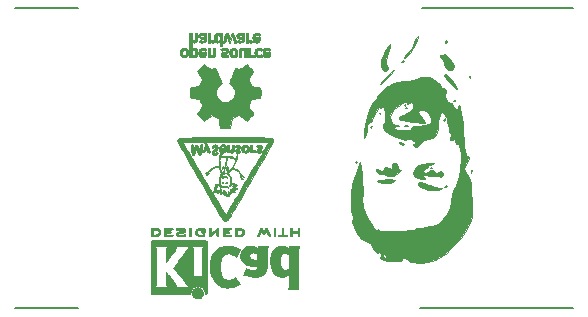
<source format=gbo>
G04 #@! TF.GenerationSoftware,KiCad,Pcbnew,5.0.2+dfsg1-1~bpo9+1*
G04 #@! TF.CreationDate,2019-04-18T11:56:18+02:00*
G04 #@! TF.ProjectId,MySNode,4d79534e-6f64-4652-9e6b-696361645f70,1.2*
G04 #@! TF.SameCoordinates,Original*
G04 #@! TF.FileFunction,Legend,Bot*
G04 #@! TF.FilePolarity,Positive*
%FSLAX46Y46*%
G04 Gerber Fmt 4.6, Leading zero omitted, Abs format (unit mm)*
G04 Created by KiCad (PCBNEW 5.0.2+dfsg1-1~bpo9+1) date jeu. 18 avril 2019 11:56:18 CEST*
%MOMM*%
%LPD*%
G01*
G04 APERTURE LIST*
%ADD10C,0.200000*%
%ADD11C,0.010000*%
G04 APERTURE END LIST*
D10*
X99568000Y-111760000D02*
X104902000Y-111760000D01*
X99568000Y-86360000D02*
X104902000Y-86360000D01*
X133858000Y-111760000D02*
X146812000Y-111760000D01*
X133985000Y-86360000D02*
X146812000Y-86360000D01*
D11*
G04 #@! TO.C,MyS*
G36*
X117492136Y-101178091D02*
X117517327Y-101162322D01*
X117517333Y-101162059D01*
X117498564Y-101123848D01*
X117459864Y-101084745D01*
X117432666Y-101071748D01*
X117400510Y-101089127D01*
X117381866Y-101105615D01*
X117350342Y-101151845D01*
X117370518Y-101177598D01*
X117432666Y-101184637D01*
X117492136Y-101178091D01*
X117492136Y-101178091D01*
G37*
X117492136Y-101178091D02*
X117517327Y-101162322D01*
X117517333Y-101162059D01*
X117498564Y-101123848D01*
X117459864Y-101084745D01*
X117432666Y-101071748D01*
X117400510Y-101089127D01*
X117381866Y-101105615D01*
X117350342Y-101151845D01*
X117370518Y-101177598D01*
X117432666Y-101184637D01*
X117492136Y-101178091D01*
G36*
X117177728Y-101173894D02*
X117186074Y-101132605D01*
X117170216Y-101096928D01*
X117131505Y-101050452D01*
X117095352Y-101055741D01*
X117063992Y-101088010D01*
X117041700Y-101128034D01*
X117064764Y-101156314D01*
X117067592Y-101158134D01*
X117134466Y-101184651D01*
X117177728Y-101173894D01*
X117177728Y-101173894D01*
G37*
X117177728Y-101173894D02*
X117186074Y-101132605D01*
X117170216Y-101096928D01*
X117131505Y-101050452D01*
X117095352Y-101055741D01*
X117063992Y-101088010D01*
X117041700Y-101128034D01*
X117064764Y-101156314D01*
X117067592Y-101158134D01*
X117134466Y-101184651D01*
X117177728Y-101173894D01*
G36*
X117488750Y-100675666D02*
X117422629Y-100586986D01*
X117335822Y-100544273D01*
X117257878Y-100536424D01*
X117169852Y-100548796D01*
X117113310Y-100593277D01*
X117109711Y-100598250D01*
X117076474Y-100659373D01*
X117065777Y-100700274D01*
X117074635Y-100722375D01*
X117109313Y-100710181D01*
X117136507Y-100693229D01*
X117236945Y-100634537D01*
X117311422Y-100613018D01*
X117375357Y-100627458D01*
X117435996Y-100669658D01*
X117525831Y-100745250D01*
X117488750Y-100675666D01*
X117488750Y-100675666D01*
G37*
X117488750Y-100675666D02*
X117422629Y-100586986D01*
X117335822Y-100544273D01*
X117257878Y-100536424D01*
X117169852Y-100548796D01*
X117113310Y-100593277D01*
X117109711Y-100598250D01*
X117076474Y-100659373D01*
X117065777Y-100700274D01*
X117074635Y-100722375D01*
X117109313Y-100710181D01*
X117136507Y-100693229D01*
X117236945Y-100634537D01*
X117311422Y-100613018D01*
X117375357Y-100627458D01*
X117435996Y-100669658D01*
X117525831Y-100745250D01*
X117488750Y-100675666D01*
G36*
X118946506Y-98063652D02*
X118932044Y-98044915D01*
X118895170Y-98003189D01*
X118873019Y-98004028D01*
X118855029Y-98030804D01*
X118848940Y-98050864D01*
X118857823Y-98045160D01*
X118895647Y-98042912D01*
X118925847Y-98059271D01*
X118955453Y-98080318D01*
X118946506Y-98063652D01*
X118946506Y-98063652D01*
G37*
X118946506Y-98063652D02*
X118932044Y-98044915D01*
X118895170Y-98003189D01*
X118873019Y-98004028D01*
X118855029Y-98030804D01*
X118848940Y-98050864D01*
X118857823Y-98045160D01*
X118895647Y-98042912D01*
X118925847Y-98059271D01*
X118955453Y-98080318D01*
X118946506Y-98063652D01*
G36*
X119065195Y-98520332D02*
X119095255Y-98494097D01*
X119097777Y-98487749D01*
X119084384Y-98476150D01*
X119056499Y-98502141D01*
X119052749Y-98507887D01*
X119049423Y-98527199D01*
X119065195Y-98520332D01*
X119065195Y-98520332D01*
G37*
X119065195Y-98520332D02*
X119095255Y-98494097D01*
X119097777Y-98487749D01*
X119084384Y-98476150D01*
X119056499Y-98502141D01*
X119052749Y-98507887D01*
X119049423Y-98527199D01*
X119065195Y-98520332D01*
G36*
X119267111Y-98432970D02*
X119253000Y-98418859D01*
X119238889Y-98432970D01*
X119253000Y-98447081D01*
X119267111Y-98432970D01*
X119267111Y-98432970D01*
G37*
X119267111Y-98432970D02*
X119253000Y-98418859D01*
X119238889Y-98432970D01*
X119253000Y-98447081D01*
X119267111Y-98432970D01*
G36*
X118891365Y-98488697D02*
X118875600Y-98468248D01*
X118834406Y-98424372D01*
X118816019Y-98424562D01*
X118815555Y-98429515D01*
X118834842Y-98453073D01*
X118864944Y-98478904D01*
X118898373Y-98503312D01*
X118891365Y-98488697D01*
X118891365Y-98488697D01*
G37*
X118891365Y-98488697D02*
X118875600Y-98468248D01*
X118834406Y-98424372D01*
X118816019Y-98424562D01*
X118815555Y-98429515D01*
X118834842Y-98453073D01*
X118864944Y-98478904D01*
X118898373Y-98503312D01*
X118891365Y-98488697D01*
G36*
X119281653Y-98338947D02*
X119281654Y-98338896D01*
X119295394Y-98300454D01*
X119303281Y-98286754D01*
X119306062Y-98246594D01*
X119295793Y-98235699D01*
X119267022Y-98224783D01*
X119264311Y-98226694D01*
X119258062Y-98263637D01*
X119267111Y-98263637D01*
X119281222Y-98249526D01*
X119295333Y-98263637D01*
X119281222Y-98277748D01*
X119267111Y-98263637D01*
X119258062Y-98263637D01*
X119256658Y-98271936D01*
X119254549Y-98326843D01*
X119257971Y-98367668D01*
X119264394Y-98374539D01*
X119281653Y-98338947D01*
X119281653Y-98338947D01*
G37*
X119281653Y-98338947D02*
X119281654Y-98338896D01*
X119295394Y-98300454D01*
X119303281Y-98286754D01*
X119306062Y-98246594D01*
X119295793Y-98235699D01*
X119267022Y-98224783D01*
X119264311Y-98226694D01*
X119258062Y-98263637D01*
X119267111Y-98263637D01*
X119281222Y-98249526D01*
X119295333Y-98263637D01*
X119281222Y-98277748D01*
X119267111Y-98263637D01*
X119258062Y-98263637D01*
X119256658Y-98271936D01*
X119254549Y-98326843D01*
X119257971Y-98367668D01*
X119264394Y-98374539D01*
X119281653Y-98338947D01*
G36*
X119295333Y-98094304D02*
X119281222Y-98080193D01*
X119267111Y-98094304D01*
X119281222Y-98108415D01*
X119295333Y-98094304D01*
X119295333Y-98094304D01*
G37*
X119295333Y-98094304D02*
X119281222Y-98080193D01*
X119267111Y-98094304D01*
X119281222Y-98108415D01*
X119295333Y-98094304D01*
G36*
X117602000Y-98404748D02*
X117587889Y-98390637D01*
X117573777Y-98404748D01*
X117587889Y-98418859D01*
X117602000Y-98404748D01*
X117602000Y-98404748D01*
G37*
X117602000Y-98404748D02*
X117587889Y-98390637D01*
X117573777Y-98404748D01*
X117587889Y-98418859D01*
X117602000Y-98404748D01*
G36*
X117997111Y-98461193D02*
X117983000Y-98447081D01*
X117968889Y-98461193D01*
X117983000Y-98475304D01*
X117997111Y-98461193D01*
X117997111Y-98461193D01*
G37*
X117997111Y-98461193D02*
X117983000Y-98447081D01*
X117968889Y-98461193D01*
X117983000Y-98475304D01*
X117997111Y-98461193D01*
G36*
X118011337Y-98166688D02*
X118012939Y-98124243D01*
X118004297Y-98064830D01*
X117993394Y-98038847D01*
X117982884Y-98050141D01*
X117981282Y-98092587D01*
X117989924Y-98152000D01*
X118000827Y-98177983D01*
X118011337Y-98166688D01*
X118011337Y-98166688D01*
G37*
X118011337Y-98166688D02*
X118012939Y-98124243D01*
X118004297Y-98064830D01*
X117993394Y-98038847D01*
X117982884Y-98050141D01*
X117981282Y-98092587D01*
X117989924Y-98152000D01*
X118000827Y-98177983D01*
X118011337Y-98166688D01*
G36*
X117602000Y-98178970D02*
X117587889Y-98164859D01*
X117573777Y-98178970D01*
X117587889Y-98193081D01*
X117602000Y-98178970D01*
X117602000Y-98178970D01*
G37*
X117602000Y-98178970D02*
X117587889Y-98164859D01*
X117573777Y-98178970D01*
X117587889Y-98193081D01*
X117602000Y-98178970D01*
G36*
X117630222Y-97981415D02*
X117616111Y-97967304D01*
X117602000Y-97981415D01*
X117616111Y-97995526D01*
X117630222Y-97981415D01*
X117630222Y-97981415D01*
G37*
X117630222Y-97981415D02*
X117616111Y-97967304D01*
X117602000Y-97981415D01*
X117616111Y-97995526D01*
X117630222Y-97981415D01*
G36*
X120104923Y-98513518D02*
X120099666Y-98503526D01*
X120073075Y-98476574D01*
X120068113Y-98475304D01*
X120066187Y-98493534D01*
X120071444Y-98503526D01*
X120098035Y-98530478D01*
X120102997Y-98531748D01*
X120104923Y-98513518D01*
X120104923Y-98513518D01*
G37*
X120104923Y-98513518D02*
X120099666Y-98503526D01*
X120073075Y-98476574D01*
X120068113Y-98475304D01*
X120066187Y-98493534D01*
X120071444Y-98503526D01*
X120098035Y-98530478D01*
X120102997Y-98531748D01*
X120104923Y-98513518D01*
G36*
X120363417Y-98492110D02*
X120393715Y-98463693D01*
X120387499Y-98447356D01*
X120383554Y-98447081D01*
X120359683Y-98467127D01*
X120350971Y-98479664D01*
X120347645Y-98498977D01*
X120363417Y-98492110D01*
X120363417Y-98492110D01*
G37*
X120363417Y-98492110D02*
X120393715Y-98463693D01*
X120387499Y-98447356D01*
X120383554Y-98447081D01*
X120359683Y-98467127D01*
X120350971Y-98479664D01*
X120347645Y-98498977D01*
X120363417Y-98492110D01*
G36*
X120254846Y-98513676D02*
X120254889Y-98511268D01*
X120240744Y-98508847D01*
X120235816Y-98513191D01*
X120204387Y-98509525D01*
X120152361Y-98475537D01*
X120144093Y-98468506D01*
X120071444Y-98404748D01*
X120139046Y-98481489D01*
X120194533Y-98530076D01*
X120236973Y-98541792D01*
X120254846Y-98513676D01*
X120254846Y-98513676D01*
G37*
X120254846Y-98513676D02*
X120254889Y-98511268D01*
X120240744Y-98508847D01*
X120235816Y-98513191D01*
X120204387Y-98509525D01*
X120152361Y-98475537D01*
X120144093Y-98468506D01*
X120071444Y-98404748D01*
X120139046Y-98481489D01*
X120194533Y-98530076D01*
X120236973Y-98541792D01*
X120254846Y-98513676D01*
G36*
X120128607Y-98353558D02*
X120149055Y-98337793D01*
X120188142Y-98302978D01*
X120198444Y-98288404D01*
X120184716Y-98279956D01*
X120147198Y-98316210D01*
X120138400Y-98327137D01*
X120113992Y-98360566D01*
X120128607Y-98353558D01*
X120128607Y-98353558D01*
G37*
X120128607Y-98353558D02*
X120149055Y-98337793D01*
X120188142Y-98302978D01*
X120198444Y-98288404D01*
X120184716Y-98279956D01*
X120147198Y-98316210D01*
X120138400Y-98327137D01*
X120113992Y-98360566D01*
X120128607Y-98353558D01*
G36*
X120330701Y-98203074D02*
X120325444Y-98193081D01*
X120298853Y-98166129D01*
X120293891Y-98164859D01*
X120291965Y-98183089D01*
X120297222Y-98193081D01*
X120323813Y-98220034D01*
X120328775Y-98221304D01*
X120330701Y-98203074D01*
X120330701Y-98203074D01*
G37*
X120330701Y-98203074D02*
X120325444Y-98193081D01*
X120298853Y-98166129D01*
X120293891Y-98164859D01*
X120291965Y-98183089D01*
X120297222Y-98193081D01*
X120323813Y-98220034D01*
X120328775Y-98221304D01*
X120330701Y-98203074D01*
G36*
X120386984Y-98082405D02*
X120384912Y-98066898D01*
X120354309Y-98002873D01*
X120293420Y-97977953D01*
X120272134Y-97983348D01*
X120280526Y-97997363D01*
X120318252Y-97997363D01*
X120322113Y-97995526D01*
X120347868Y-98015394D01*
X120353666Y-98023748D01*
X120360858Y-98050133D01*
X120356997Y-98051970D01*
X120331242Y-98032103D01*
X120325444Y-98023748D01*
X120318252Y-97997363D01*
X120280526Y-97997363D01*
X120291513Y-98015709D01*
X120313267Y-98039918D01*
X120363271Y-98091282D01*
X120384740Y-98104276D01*
X120386984Y-98082405D01*
X120386984Y-98082405D01*
G37*
X120386984Y-98082405D02*
X120384912Y-98066898D01*
X120354309Y-98002873D01*
X120293420Y-97977953D01*
X120272134Y-97983348D01*
X120280526Y-97997363D01*
X120318252Y-97997363D01*
X120322113Y-97995526D01*
X120347868Y-98015394D01*
X120353666Y-98023748D01*
X120360858Y-98050133D01*
X120356997Y-98051970D01*
X120331242Y-98032103D01*
X120325444Y-98023748D01*
X120318252Y-97997363D01*
X120280526Y-97997363D01*
X120291513Y-98015709D01*
X120313267Y-98039918D01*
X120363271Y-98091282D01*
X120384740Y-98104276D01*
X120386984Y-98082405D01*
G36*
X120109417Y-98012332D02*
X120139715Y-97983915D01*
X120133499Y-97967578D01*
X120129554Y-97967304D01*
X120105683Y-97987349D01*
X120096971Y-97999887D01*
X120093645Y-98019199D01*
X120109417Y-98012332D01*
X120109417Y-98012332D01*
G37*
X120109417Y-98012332D02*
X120139715Y-97983915D01*
X120133499Y-97967578D01*
X120129554Y-97967304D01*
X120105683Y-97987349D01*
X120096971Y-97999887D01*
X120093645Y-98019199D01*
X120109417Y-98012332D01*
G36*
X120226666Y-97953193D02*
X120212555Y-97939081D01*
X120198444Y-97953193D01*
X120212555Y-97967304D01*
X120226666Y-97953193D01*
X120226666Y-97953193D01*
G37*
X120226666Y-97953193D02*
X120212555Y-97939081D01*
X120198444Y-97953193D01*
X120212555Y-97967304D01*
X120226666Y-97953193D01*
G36*
X118551221Y-98471956D02*
X118551360Y-98471388D01*
X118550304Y-98472444D01*
X118551221Y-98471956D01*
X118551221Y-98471956D01*
G37*
X118551221Y-98471956D02*
X118551360Y-98471388D01*
X118550304Y-98472444D01*
X118551221Y-98471956D01*
G36*
X118546571Y-98474431D02*
X118533333Y-98461193D01*
X118547444Y-98447081D01*
X118555362Y-98455000D01*
X118559464Y-98438203D01*
X118553818Y-98429937D01*
X118528546Y-98437649D01*
X118507557Y-98458245D01*
X118488271Y-98489740D01*
X118510591Y-98493585D01*
X118546571Y-98474431D01*
X118546571Y-98474431D01*
G37*
X118546571Y-98474431D02*
X118533333Y-98461193D01*
X118547444Y-98447081D01*
X118555362Y-98455000D01*
X118559464Y-98438203D01*
X118553818Y-98429937D01*
X118528546Y-98437649D01*
X118507557Y-98458245D01*
X118488271Y-98489740D01*
X118510591Y-98493585D01*
X118546571Y-98474431D01*
G36*
X118448624Y-98513676D02*
X118448666Y-98511268D01*
X118434521Y-98508847D01*
X118429593Y-98513191D01*
X118398165Y-98509525D01*
X118346139Y-98475537D01*
X118337871Y-98468506D01*
X118265222Y-98404748D01*
X118332824Y-98481489D01*
X118388311Y-98530076D01*
X118430751Y-98541792D01*
X118448624Y-98513676D01*
X118448624Y-98513676D01*
G37*
X118448624Y-98513676D02*
X118448666Y-98511268D01*
X118434521Y-98508847D01*
X118429593Y-98513191D01*
X118398165Y-98509525D01*
X118346139Y-98475537D01*
X118337871Y-98468506D01*
X118265222Y-98404748D01*
X118332824Y-98481489D01*
X118388311Y-98530076D01*
X118430751Y-98541792D01*
X118448624Y-98513676D01*
G36*
X118307137Y-98373186D02*
X118337917Y-98346368D01*
X118378392Y-98308051D01*
X118392222Y-98292189D01*
X118370194Y-98288238D01*
X118328843Y-98287025D01*
X118305396Y-98289507D01*
X118299153Y-98314918D01*
X118298125Y-98320081D01*
X118307555Y-98320081D01*
X118321666Y-98305970D01*
X118335777Y-98320081D01*
X118321666Y-98334193D01*
X118307555Y-98320081D01*
X118298125Y-98320081D01*
X118293424Y-98343686D01*
X118289698Y-98378427D01*
X118307137Y-98373186D01*
X118307137Y-98373186D01*
G37*
X118307137Y-98373186D02*
X118337917Y-98346368D01*
X118378392Y-98308051D01*
X118392222Y-98292189D01*
X118370194Y-98288238D01*
X118328843Y-98287025D01*
X118305396Y-98289507D01*
X118299153Y-98314918D01*
X118298125Y-98320081D01*
X118307555Y-98320081D01*
X118321666Y-98305970D01*
X118335777Y-98320081D01*
X118321666Y-98334193D01*
X118307555Y-98320081D01*
X118298125Y-98320081D01*
X118293424Y-98343686D01*
X118289698Y-98378427D01*
X118307137Y-98373186D01*
G36*
X118505111Y-98178970D02*
X118491000Y-98164859D01*
X118476889Y-98178970D01*
X118491000Y-98193081D01*
X118505111Y-98178970D01*
X118505111Y-98178970D01*
G37*
X118505111Y-98178970D02*
X118491000Y-98164859D01*
X118476889Y-98178970D01*
X118491000Y-98193081D01*
X118505111Y-98178970D01*
G36*
X118580762Y-98082405D02*
X118578690Y-98066898D01*
X118548087Y-98002873D01*
X118487198Y-97977953D01*
X118465912Y-97983348D01*
X118474304Y-97997363D01*
X118512030Y-97997363D01*
X118515891Y-97995526D01*
X118541646Y-98015394D01*
X118547444Y-98023748D01*
X118554636Y-98050133D01*
X118550775Y-98051970D01*
X118525020Y-98032103D01*
X118519222Y-98023748D01*
X118512030Y-97997363D01*
X118474304Y-97997363D01*
X118485290Y-98015709D01*
X118507045Y-98039918D01*
X118557049Y-98091282D01*
X118578518Y-98104276D01*
X118580762Y-98082405D01*
X118580762Y-98082405D01*
G37*
X118580762Y-98082405D02*
X118578690Y-98066898D01*
X118548087Y-98002873D01*
X118487198Y-97977953D01*
X118465912Y-97983348D01*
X118474304Y-97997363D01*
X118512030Y-97997363D01*
X118515891Y-97995526D01*
X118541646Y-98015394D01*
X118547444Y-98023748D01*
X118554636Y-98050133D01*
X118550775Y-98051970D01*
X118525020Y-98032103D01*
X118519222Y-98023748D01*
X118512030Y-97997363D01*
X118474304Y-97997363D01*
X118485290Y-98015709D01*
X118507045Y-98039918D01*
X118557049Y-98091282D01*
X118578518Y-98104276D01*
X118580762Y-98082405D01*
G36*
X118265940Y-98043114D02*
X118286389Y-98027348D01*
X118325475Y-97992533D01*
X118335777Y-97977959D01*
X118322049Y-97969512D01*
X118284531Y-98005766D01*
X118275733Y-98016693D01*
X118251325Y-98050122D01*
X118265940Y-98043114D01*
X118265940Y-98043114D01*
G37*
X118265940Y-98043114D02*
X118286389Y-98027348D01*
X118325475Y-97992533D01*
X118335777Y-97977959D01*
X118322049Y-97969512D01*
X118284531Y-98005766D01*
X118275733Y-98016693D01*
X118251325Y-98050122D01*
X118265940Y-98043114D01*
G36*
X118420444Y-97953193D02*
X118406333Y-97939081D01*
X118392222Y-97953193D01*
X118406333Y-97967304D01*
X118420444Y-97953193D01*
X118420444Y-97953193D01*
G37*
X118420444Y-97953193D02*
X118406333Y-97939081D01*
X118392222Y-97953193D01*
X118406333Y-97967304D01*
X118420444Y-97953193D01*
G36*
X117122222Y-98517637D02*
X117108111Y-98503526D01*
X117094000Y-98517637D01*
X117108111Y-98531748D01*
X117122222Y-98517637D01*
X117122222Y-98517637D01*
G37*
X117122222Y-98517637D02*
X117108111Y-98503526D01*
X117094000Y-98517637D01*
X117108111Y-98531748D01*
X117122222Y-98517637D01*
G36*
X117065777Y-98489415D02*
X117051666Y-98475304D01*
X117037555Y-98489415D01*
X117051666Y-98503526D01*
X117065777Y-98489415D01*
X117065777Y-98489415D01*
G37*
X117065777Y-98489415D02*
X117051666Y-98475304D01*
X117037555Y-98489415D01*
X117051666Y-98503526D01*
X117065777Y-98489415D01*
G36*
X117353174Y-98453196D02*
X117374737Y-98417273D01*
X117371989Y-98405219D01*
X117342502Y-98406092D01*
X117338592Y-98409452D01*
X117319985Y-98452899D01*
X117319777Y-98457430D01*
X117334096Y-98467923D01*
X117353174Y-98453196D01*
X117353174Y-98453196D01*
G37*
X117353174Y-98453196D02*
X117374737Y-98417273D01*
X117371989Y-98405219D01*
X117342502Y-98406092D01*
X117338592Y-98409452D01*
X117319985Y-98452899D01*
X117319777Y-98457430D01*
X117334096Y-98467923D01*
X117353174Y-98453196D01*
G36*
X117008435Y-98487753D02*
X116992160Y-98446446D01*
X116966102Y-98406410D01*
X116935687Y-98374583D01*
X116925564Y-98378187D01*
X116941839Y-98419495D01*
X116967897Y-98459531D01*
X116998313Y-98491358D01*
X117008435Y-98487753D01*
X117008435Y-98487753D01*
G37*
X117008435Y-98487753D02*
X116992160Y-98446446D01*
X116966102Y-98406410D01*
X116935687Y-98374583D01*
X116925564Y-98378187D01*
X116941839Y-98419495D01*
X116967897Y-98459531D01*
X116998313Y-98491358D01*
X117008435Y-98487753D01*
G36*
X116868222Y-98178970D02*
X116854111Y-98164859D01*
X116840000Y-98178970D01*
X116854111Y-98193081D01*
X116868222Y-98178970D01*
X116868222Y-98178970D01*
G37*
X116868222Y-98178970D02*
X116854111Y-98164859D01*
X116840000Y-98178970D01*
X116854111Y-98193081D01*
X116868222Y-98178970D01*
G36*
X116527940Y-98716737D02*
X116529555Y-98704120D01*
X116545084Y-98682168D01*
X116555827Y-98685765D01*
X116592300Y-98682668D01*
X116598621Y-98675270D01*
X116602589Y-98642043D01*
X116574612Y-98632784D01*
X116535796Y-98652181D01*
X116529659Y-98658748D01*
X116557777Y-98658748D01*
X116571889Y-98644637D01*
X116586000Y-98658748D01*
X116571889Y-98672859D01*
X116557777Y-98658748D01*
X116529659Y-98658748D01*
X116528731Y-98659741D01*
X116507456Y-98702539D01*
X116511422Y-98720578D01*
X116527940Y-98716737D01*
X116527940Y-98716737D01*
G37*
X116527940Y-98716737D02*
X116529555Y-98704120D01*
X116545084Y-98682168D01*
X116555827Y-98685765D01*
X116592300Y-98682668D01*
X116598621Y-98675270D01*
X116602589Y-98642043D01*
X116574612Y-98632784D01*
X116535796Y-98652181D01*
X116529659Y-98658748D01*
X116557777Y-98658748D01*
X116571889Y-98644637D01*
X116586000Y-98658748D01*
X116571889Y-98672859D01*
X116557777Y-98658748D01*
X116529659Y-98658748D01*
X116528731Y-98659741D01*
X116507456Y-98702539D01*
X116511422Y-98720578D01*
X116527940Y-98716737D01*
G36*
X116444741Y-98711927D02*
X116455986Y-98696206D01*
X116424014Y-98683450D01*
X116417914Y-98686199D01*
X116386159Y-98680789D01*
X116353759Y-98650213D01*
X116342830Y-98617567D01*
X116346356Y-98611466D01*
X116337013Y-98599284D01*
X116319130Y-98597600D01*
X116293264Y-98613064D01*
X116297531Y-98628174D01*
X116316488Y-98676428D01*
X116317456Y-98685522D01*
X116319172Y-98686970D01*
X116332000Y-98686970D01*
X116346111Y-98672859D01*
X116360222Y-98686970D01*
X116346111Y-98701081D01*
X116332000Y-98686970D01*
X116319172Y-98686970D01*
X116342192Y-98706388D01*
X116394437Y-98716384D01*
X116444741Y-98711927D01*
X116444741Y-98711927D01*
G37*
X116444741Y-98711927D02*
X116455986Y-98696206D01*
X116424014Y-98683450D01*
X116417914Y-98686199D01*
X116386159Y-98680789D01*
X116353759Y-98650213D01*
X116342830Y-98617567D01*
X116346356Y-98611466D01*
X116337013Y-98599284D01*
X116319130Y-98597600D01*
X116293264Y-98613064D01*
X116297531Y-98628174D01*
X116316488Y-98676428D01*
X116317456Y-98685522D01*
X116319172Y-98686970D01*
X116332000Y-98686970D01*
X116346111Y-98672859D01*
X116360222Y-98686970D01*
X116346111Y-98701081D01*
X116332000Y-98686970D01*
X116319172Y-98686970D01*
X116342192Y-98706388D01*
X116394437Y-98716384D01*
X116444741Y-98711927D01*
G36*
X116372181Y-98464412D02*
X116426119Y-98444267D01*
X116458386Y-98411813D01*
X116454324Y-98382657D01*
X116451119Y-98380377D01*
X116414456Y-98386138D01*
X116375667Y-98417385D01*
X116358253Y-98438992D01*
X116392993Y-98438992D01*
X116399860Y-98423220D01*
X116428277Y-98392922D01*
X116444614Y-98399137D01*
X116444889Y-98403083D01*
X116424843Y-98426953D01*
X116412306Y-98435665D01*
X116392993Y-98438992D01*
X116358253Y-98438992D01*
X116344617Y-98455910D01*
X116352988Y-98466286D01*
X116372181Y-98464412D01*
X116372181Y-98464412D01*
G37*
X116372181Y-98464412D02*
X116426119Y-98444267D01*
X116458386Y-98411813D01*
X116454324Y-98382657D01*
X116451119Y-98380377D01*
X116414456Y-98386138D01*
X116375667Y-98417385D01*
X116358253Y-98438992D01*
X116392993Y-98438992D01*
X116399860Y-98423220D01*
X116428277Y-98392922D01*
X116444614Y-98399137D01*
X116444889Y-98403083D01*
X116424843Y-98426953D01*
X116412306Y-98435665D01*
X116392993Y-98438992D01*
X116358253Y-98438992D01*
X116344617Y-98455910D01*
X116352988Y-98466286D01*
X116372181Y-98464412D01*
G36*
X116535821Y-98315776D02*
X116542177Y-98308381D01*
X116539360Y-98271482D01*
X116531966Y-98265127D01*
X116495067Y-98267943D01*
X116488712Y-98275338D01*
X116489972Y-98291859D01*
X116501333Y-98291859D01*
X116515444Y-98277748D01*
X116529555Y-98291859D01*
X116515444Y-98305970D01*
X116501333Y-98291859D01*
X116489972Y-98291859D01*
X116491528Y-98312236D01*
X116498922Y-98318592D01*
X116535821Y-98315776D01*
X116535821Y-98315776D01*
G37*
X116535821Y-98315776D02*
X116542177Y-98308381D01*
X116539360Y-98271482D01*
X116531966Y-98265127D01*
X116495067Y-98267943D01*
X116488712Y-98275338D01*
X116489972Y-98291859D01*
X116501333Y-98291859D01*
X116515444Y-98277748D01*
X116529555Y-98291859D01*
X116515444Y-98305970D01*
X116501333Y-98291859D01*
X116489972Y-98291859D01*
X116491528Y-98312236D01*
X116498922Y-98318592D01*
X116535821Y-98315776D01*
G36*
X116603888Y-98189733D02*
X116604027Y-98189165D01*
X116602971Y-98190221D01*
X116603888Y-98189733D01*
X116603888Y-98189733D01*
G37*
X116603888Y-98189733D02*
X116604027Y-98189165D01*
X116602971Y-98190221D01*
X116603888Y-98189733D01*
G36*
X116599238Y-98192208D02*
X116586000Y-98178970D01*
X116600111Y-98164859D01*
X116608029Y-98172777D01*
X116612131Y-98155981D01*
X116606484Y-98147714D01*
X116581212Y-98155426D01*
X116560224Y-98176022D01*
X116540938Y-98207518D01*
X116563258Y-98211363D01*
X116599238Y-98192208D01*
X116599238Y-98192208D01*
G37*
X116599238Y-98192208D02*
X116586000Y-98178970D01*
X116600111Y-98164859D01*
X116608029Y-98172777D01*
X116612131Y-98155981D01*
X116606484Y-98147714D01*
X116581212Y-98155426D01*
X116560224Y-98176022D01*
X116540938Y-98207518D01*
X116563258Y-98211363D01*
X116599238Y-98192208D01*
G36*
X116348623Y-98078107D02*
X116385552Y-98039366D01*
X116378016Y-98023806D01*
X116375999Y-98023748D01*
X116351925Y-98043556D01*
X116345826Y-98052431D01*
X116310546Y-98067231D01*
X116297467Y-98062181D01*
X116280336Y-98060704D01*
X116287818Y-98077202D01*
X116316132Y-98096687D01*
X116348623Y-98078107D01*
X116348623Y-98078107D01*
G37*
X116348623Y-98078107D02*
X116385552Y-98039366D01*
X116378016Y-98023806D01*
X116375999Y-98023748D01*
X116351925Y-98043556D01*
X116345826Y-98052431D01*
X116310546Y-98067231D01*
X116297467Y-98062181D01*
X116280336Y-98060704D01*
X116287818Y-98077202D01*
X116316132Y-98096687D01*
X116348623Y-98078107D01*
G36*
X116661651Y-98110628D02*
X116659579Y-98095121D01*
X116628976Y-98031095D01*
X116568087Y-98006176D01*
X116546801Y-98011570D01*
X116555193Y-98025586D01*
X116592919Y-98025586D01*
X116596780Y-98023748D01*
X116622535Y-98043616D01*
X116628333Y-98051970D01*
X116635525Y-98078355D01*
X116631664Y-98080193D01*
X116605909Y-98060325D01*
X116600111Y-98051970D01*
X116592919Y-98025586D01*
X116555193Y-98025586D01*
X116566179Y-98043931D01*
X116587934Y-98068141D01*
X116637938Y-98119504D01*
X116659407Y-98132498D01*
X116661651Y-98110628D01*
X116661651Y-98110628D01*
G37*
X116661651Y-98110628D02*
X116659579Y-98095121D01*
X116628976Y-98031095D01*
X116568087Y-98006176D01*
X116546801Y-98011570D01*
X116555193Y-98025586D01*
X116592919Y-98025586D01*
X116596780Y-98023748D01*
X116622535Y-98043616D01*
X116628333Y-98051970D01*
X116635525Y-98078355D01*
X116631664Y-98080193D01*
X116605909Y-98060325D01*
X116600111Y-98051970D01*
X116592919Y-98025586D01*
X116555193Y-98025586D01*
X116566179Y-98043931D01*
X116587934Y-98068141D01*
X116637938Y-98119504D01*
X116659407Y-98132498D01*
X116661651Y-98110628D01*
G36*
X116416666Y-97981415D02*
X116402555Y-97967304D01*
X116388444Y-97981415D01*
X116402555Y-97995526D01*
X116416666Y-97981415D01*
X116416666Y-97981415D01*
G37*
X116416666Y-97981415D02*
X116402555Y-97967304D01*
X116388444Y-97981415D01*
X116402555Y-97995526D01*
X116416666Y-97981415D01*
G36*
X116463703Y-97986119D02*
X116467081Y-97952625D01*
X116463703Y-97948489D01*
X116446925Y-97952363D01*
X116444889Y-97967304D01*
X116455215Y-97990534D01*
X116463703Y-97986119D01*
X116463703Y-97986119D01*
G37*
X116463703Y-97986119D02*
X116467081Y-97952625D01*
X116463703Y-97948489D01*
X116446925Y-97952363D01*
X116444889Y-97967304D01*
X116455215Y-97990534D01*
X116463703Y-97986119D01*
G36*
X117664019Y-102281034D02*
X117683921Y-102257381D01*
X117676854Y-102200963D01*
X117672402Y-102139285D01*
X117699639Y-102099832D01*
X117747106Y-102071571D01*
X117803202Y-102036738D01*
X117823413Y-101996777D01*
X117818458Y-101928095D01*
X117816872Y-101917992D01*
X117799518Y-101809465D01*
X117968309Y-101878051D01*
X118059996Y-101913602D01*
X118131945Y-101938390D01*
X118165883Y-101946637D01*
X118194292Y-101934341D01*
X118177719Y-101902529D01*
X118120680Y-101858820D01*
X118110000Y-101852349D01*
X118053315Y-101812936D01*
X118025822Y-101782176D01*
X118025333Y-101779427D01*
X118050253Y-101760510D01*
X118115189Y-101734005D01*
X118194666Y-101709007D01*
X118300883Y-101671768D01*
X118354571Y-101635747D01*
X118354833Y-101603223D01*
X118300773Y-101576472D01*
X118251111Y-101565637D01*
X118180655Y-101550441D01*
X118141242Y-101535548D01*
X118138222Y-101531604D01*
X118155203Y-101503303D01*
X118198121Y-101449080D01*
X118222889Y-101420214D01*
X118274339Y-101353048D01*
X118304374Y-101297265D01*
X118307555Y-101282433D01*
X118284303Y-101252421D01*
X118227805Y-101241187D01*
X118157948Y-101248462D01*
X118094620Y-101273975D01*
X118079439Y-101285531D01*
X118048232Y-101310196D01*
X118039853Y-101298717D01*
X118050090Y-101242409D01*
X118052759Y-101230500D01*
X118065172Y-101149451D01*
X118051377Y-101117463D01*
X118006935Y-101131522D01*
X117957264Y-101165605D01*
X117872468Y-101228065D01*
X117823786Y-101253744D01*
X117803064Y-101237627D01*
X117802148Y-101174698D01*
X117811325Y-101075840D01*
X117820681Y-100877294D01*
X117803292Y-100715615D01*
X117756514Y-100576626D01*
X117699648Y-100477404D01*
X117606894Y-100339571D01*
X117763376Y-100120048D01*
X117830983Y-100025222D01*
X117884740Y-99949853D01*
X117917322Y-99904208D01*
X117923634Y-99895396D01*
X117951019Y-99901515D01*
X118014628Y-99929147D01*
X118101761Y-99971654D01*
X118199720Y-100022398D01*
X118295803Y-100074743D01*
X118377312Y-100122049D01*
X118431546Y-100157681D01*
X118441790Y-100166218D01*
X118523929Y-100260688D01*
X118585055Y-100360541D01*
X118620184Y-100453608D01*
X118624335Y-100527724D01*
X118604410Y-100563315D01*
X118579053Y-100614697D01*
X118595537Y-100679276D01*
X118645139Y-100745165D01*
X118719137Y-100800475D01*
X118801444Y-100831839D01*
X118886111Y-100850114D01*
X118814632Y-100784542D01*
X118741312Y-100722675D01*
X118673521Y-100672444D01*
X118603889Y-100625917D01*
X118683770Y-100605315D01*
X118760130Y-100601520D01*
X118836256Y-100638564D01*
X118846047Y-100645631D01*
X118904227Y-100682787D01*
X118926754Y-100685338D01*
X118916094Y-100660309D01*
X118874710Y-100614725D01*
X118818007Y-100565690D01*
X118740588Y-100489701D01*
X118662191Y-100390022D01*
X118622688Y-100327820D01*
X118532726Y-100193300D01*
X118425748Y-100087436D01*
X118286840Y-99997367D01*
X118176584Y-99943109D01*
X118087772Y-99901078D01*
X118023598Y-99867344D01*
X117997206Y-99848846D01*
X117997111Y-99848367D01*
X118008580Y-99818934D01*
X118039552Y-99750000D01*
X118084877Y-99652838D01*
X118123651Y-99571430D01*
X118236179Y-99305799D01*
X118309832Y-99053504D01*
X118347198Y-98828081D01*
X118352296Y-98754337D01*
X118346557Y-98730616D01*
X118332450Y-98752089D01*
X118312445Y-98813926D01*
X118289012Y-98911297D01*
X118278644Y-98962137D01*
X118260376Y-99048731D01*
X118245200Y-99107605D01*
X118237835Y-99124415D01*
X118211484Y-99109932D01*
X118152055Y-99072197D01*
X118082445Y-99026087D01*
X117974577Y-98963026D01*
X117856646Y-98908086D01*
X117792265Y-98884975D01*
X117674821Y-98861320D01*
X117526843Y-98847228D01*
X117369098Y-98843147D01*
X117222353Y-98849526D01*
X117107379Y-98866813D01*
X117095682Y-98869932D01*
X117028120Y-98884772D01*
X116987567Y-98885253D01*
X116984977Y-98883689D01*
X116986984Y-98851925D01*
X117009293Y-98790250D01*
X117018386Y-98770325D01*
X117052753Y-98695441D01*
X117059721Y-98658420D01*
X117035656Y-98645928D01*
X116984151Y-98644637D01*
X116941600Y-98648025D01*
X116912653Y-98665910D01*
X116889732Y-98709873D01*
X116865261Y-98791493D01*
X116850280Y-98849248D01*
X116817796Y-99020825D01*
X116805556Y-99169632D01*
X116864407Y-99169632D01*
X116867499Y-99094390D01*
X116872181Y-99071667D01*
X116896624Y-99019470D01*
X116930001Y-98985780D01*
X116984008Y-98966575D01*
X117070341Y-98957834D01*
X117200695Y-98955534D01*
X117209960Y-98955514D01*
X117452921Y-98955081D01*
X117390128Y-99286693D01*
X117363371Y-99428389D01*
X117338606Y-99560224D01*
X117318809Y-99666321D01*
X117307931Y-99725393D01*
X117299077Y-99774258D01*
X117363322Y-99774258D01*
X117365803Y-99686307D01*
X117384125Y-99549046D01*
X117404659Y-99430044D01*
X117435750Y-99261312D01*
X117461169Y-99140491D01*
X117485944Y-99060071D01*
X117515106Y-99012541D01*
X117553683Y-98990391D01*
X117606704Y-98986112D01*
X117679198Y-98992192D01*
X117696641Y-98994007D01*
X117811392Y-99009036D01*
X117921430Y-99028587D01*
X117977777Y-99041772D01*
X118097729Y-99091223D01*
X118166103Y-99160202D01*
X118185247Y-99251574D01*
X118180759Y-99289337D01*
X118147037Y-99399132D01*
X118085560Y-99536153D01*
X118005125Y-99684615D01*
X117914527Y-99828732D01*
X117822562Y-99952717D01*
X117790555Y-99989668D01*
X117649551Y-100143948D01*
X117581304Y-99927488D01*
X117513058Y-99711027D01*
X117455459Y-99772852D01*
X117407696Y-99814469D01*
X117377135Y-99815959D01*
X117363322Y-99774258D01*
X117299077Y-99774258D01*
X117288526Y-99832483D01*
X117238053Y-99770151D01*
X117187579Y-99707819D01*
X117091858Y-99881936D01*
X117040925Y-99966514D01*
X116996866Y-100025422D01*
X116968671Y-100046764D01*
X116967457Y-100046522D01*
X116952457Y-100015620D01*
X116935855Y-99939634D01*
X116918753Y-99829864D01*
X116902257Y-99697605D01*
X116887470Y-99554156D01*
X116875497Y-99410812D01*
X116867441Y-99278872D01*
X116864407Y-99169632D01*
X116805556Y-99169632D01*
X116800987Y-99225175D01*
X116797851Y-99385391D01*
X116797666Y-99716923D01*
X116696955Y-99717002D01*
X116528688Y-99737715D01*
X116360019Y-99802040D01*
X116182455Y-99913658D01*
X116106222Y-99973038D01*
X116001067Y-100055652D01*
X115899183Y-100130006D01*
X115816782Y-100184477D01*
X115790637Y-100199273D01*
X115707642Y-100247164D01*
X115670579Y-100289288D01*
X115672522Y-100339682D01*
X115695646Y-100391796D01*
X115746913Y-100472104D01*
X115793086Y-100500876D01*
X115826072Y-100491912D01*
X115831223Y-100464307D01*
X115797850Y-100432201D01*
X115746873Y-100375681D01*
X115741690Y-100323251D01*
X115773156Y-100288968D01*
X115832126Y-100286890D01*
X115878629Y-100308029D01*
X115904430Y-100336349D01*
X115884803Y-100375019D01*
X115882229Y-100378153D01*
X115864034Y-100413225D01*
X115873533Y-100422637D01*
X115925625Y-100399693D01*
X115948833Y-100344426D01*
X115934784Y-100277594D01*
X115921071Y-100242398D01*
X115926722Y-100208502D01*
X115958415Y-100164781D01*
X116022829Y-100100112D01*
X116065218Y-100060330D01*
X116209546Y-99938858D01*
X116340948Y-99859857D01*
X116474203Y-99816620D01*
X116624090Y-99802440D01*
X116633723Y-99802368D01*
X116727572Y-99805603D01*
X116796562Y-99814641D01*
X116823151Y-99825541D01*
X116837350Y-99861884D01*
X116862641Y-99938493D01*
X116894485Y-100041401D01*
X116907981Y-100086597D01*
X116941213Y-100191146D01*
X116965017Y-100249260D01*
X116977831Y-100257518D01*
X116979609Y-100243446D01*
X116995032Y-100178386D01*
X117033846Y-100087365D01*
X117083499Y-99997151D01*
X117185888Y-99831269D01*
X117264719Y-99887402D01*
X117291899Y-99911655D01*
X117414975Y-99911655D01*
X117426428Y-99885572D01*
X117449922Y-99866514D01*
X117492812Y-99844964D01*
X117509561Y-99850160D01*
X117521146Y-99888262D01*
X117542796Y-99960416D01*
X117556514Y-100006359D01*
X117575401Y-100082810D01*
X117579891Y-100131350D01*
X117574766Y-100140415D01*
X117548009Y-100118852D01*
X117503744Y-100063823D01*
X117475165Y-100022713D01*
X117430353Y-99952000D01*
X117414975Y-99911655D01*
X117291899Y-99911655D01*
X117377015Y-99987603D01*
X117480991Y-100115308D01*
X117535220Y-100204160D01*
X117579279Y-100289361D01*
X117371917Y-100268946D01*
X117270099Y-100257657D01*
X117192732Y-100246700D01*
X117154690Y-100238225D01*
X117153370Y-100237380D01*
X117160929Y-100209664D01*
X117192684Y-100151559D01*
X117217270Y-100112766D01*
X117261697Y-100038601D01*
X117272789Y-100004582D01*
X117255336Y-100009230D01*
X117214126Y-100051067D01*
X117153950Y-100128614D01*
X117150560Y-100133359D01*
X117026886Y-100309032D01*
X116933218Y-100449706D01*
X116865812Y-100565625D01*
X116820926Y-100667034D01*
X116794816Y-100764177D01*
X116783741Y-100867299D01*
X116783956Y-100986646D01*
X116790811Y-101118020D01*
X116805568Y-101354560D01*
X116653791Y-101267722D01*
X116569876Y-101224801D01*
X116503789Y-101200233D01*
X116473452Y-101198538D01*
X116459627Y-101233453D01*
X116449484Y-101309337D01*
X116444962Y-101410741D01*
X116444889Y-101425889D01*
X116431165Y-101618891D01*
X116423875Y-101648074D01*
X116526197Y-101648074D01*
X116584517Y-101573932D01*
X116623068Y-101510807D01*
X116623413Y-101452849D01*
X116613629Y-101422966D01*
X116597576Y-101362945D01*
X116600489Y-101330073D01*
X116631116Y-101334845D01*
X116696717Y-101362457D01*
X116783640Y-101407092D01*
X116791779Y-101411598D01*
X116880044Y-101458504D01*
X116951693Y-101487369D01*
X117026037Y-101502538D01*
X117122385Y-101508354D01*
X117225577Y-101509193D01*
X117341670Y-101511370D01*
X117435836Y-101517204D01*
X117494187Y-101525642D01*
X117505448Y-101530359D01*
X117547606Y-101550768D01*
X117572467Y-101526516D01*
X117573777Y-101513567D01*
X117554433Y-101467527D01*
X117517256Y-101424456D01*
X117472352Y-101393138D01*
X117422311Y-101388766D01*
X117350604Y-101406300D01*
X117248724Y-101426490D01*
X117135639Y-101434793D01*
X117112346Y-101434449D01*
X117038911Y-101426420D01*
X116987608Y-101402380D01*
X116951792Y-101352566D01*
X116924818Y-101267214D01*
X116900041Y-101136557D01*
X116897003Y-101118003D01*
X116882049Y-100915527D01*
X116909985Y-100736450D01*
X116977386Y-100575387D01*
X117072470Y-100442385D01*
X117185036Y-100354159D01*
X117307597Y-100313471D01*
X117432669Y-100323083D01*
X117532243Y-100370703D01*
X117635659Y-100456637D01*
X117704916Y-100555296D01*
X117746134Y-100679854D01*
X117765433Y-100843486D01*
X117766970Y-100876013D01*
X117769419Y-101010632D01*
X117762452Y-101108599D01*
X117743550Y-101189286D01*
X117717581Y-101255679D01*
X117684128Y-101333163D01*
X117662690Y-101386387D01*
X117658444Y-101399891D01*
X117678191Y-101412211D01*
X117730324Y-101392503D01*
X117804176Y-101345247D01*
X117823716Y-101330484D01*
X117909035Y-101265470D01*
X117957931Y-101234689D01*
X117978091Y-101237152D01*
X117977199Y-101271873D01*
X117968844Y-101311836D01*
X117958804Y-101376160D01*
X117970956Y-101404337D01*
X118012669Y-101397642D01*
X118091310Y-101357347D01*
X118123701Y-101338607D01*
X118208033Y-101295556D01*
X118250930Y-101287006D01*
X118252415Y-101309157D01*
X118212514Y-101358208D01*
X118131251Y-101430359D01*
X118123061Y-101436938D01*
X118049154Y-101500524D01*
X117999466Y-101552298D01*
X117984207Y-101581546D01*
X117984562Y-101582277D01*
X117969214Y-101605142D01*
X117946685Y-101619245D01*
X118080049Y-101619245D01*
X118119074Y-101614791D01*
X118138222Y-101614518D01*
X118189567Y-101617460D01*
X118195618Y-101624786D01*
X118187611Y-101627425D01*
X118116033Y-101631814D01*
X118088833Y-101627425D01*
X118080049Y-101619245D01*
X117946685Y-101619245D01*
X117914450Y-101639423D01*
X117859118Y-101665764D01*
X117778730Y-101702623D01*
X117739158Y-101732842D01*
X117728881Y-101770923D01*
X117734878Y-101822172D01*
X117739984Y-101889091D01*
X117722969Y-101915888D01*
X117706070Y-101918415D01*
X117657545Y-101897104D01*
X117618696Y-101857096D01*
X117581870Y-101821056D01*
X117560035Y-101834402D01*
X117554734Y-101891704D01*
X117567507Y-101987531D01*
X117573547Y-102016167D01*
X117588908Y-102096695D01*
X117594283Y-102151230D01*
X117592071Y-102163528D01*
X117569532Y-102148921D01*
X117517591Y-102100224D01*
X117444437Y-102025458D01*
X117373937Y-101949856D01*
X117288348Y-101859646D01*
X117215693Y-101789310D01*
X117164619Y-101746834D01*
X117144935Y-101738375D01*
X117127415Y-101774375D01*
X117122222Y-101821303D01*
X117114692Y-101877068D01*
X117087446Y-101884120D01*
X117033500Y-101844188D01*
X117032722Y-101843485D01*
X116993215Y-101776862D01*
X116981111Y-101702374D01*
X116971227Y-101631341D01*
X116945199Y-101609969D01*
X116908465Y-101641217D01*
X116898382Y-101657359D01*
X116857177Y-101725221D01*
X116822228Y-101756087D01*
X116775687Y-101754405D01*
X116699707Y-101724627D01*
X116673998Y-101713303D01*
X116526197Y-101648074D01*
X116423875Y-101648074D01*
X116392653Y-101773060D01*
X116340417Y-101910533D01*
X116460248Y-101897026D01*
X116538274Y-101892420D01*
X116578567Y-101905448D01*
X116598320Y-101940995D01*
X116618472Y-101978452D01*
X116657045Y-101984438D01*
X116706928Y-101972554D01*
X116793821Y-101951501D01*
X116842428Y-101955280D01*
X116867309Y-101988886D01*
X116878100Y-102031304D01*
X116901203Y-102098267D01*
X116928892Y-102110614D01*
X116955474Y-102069231D01*
X116968862Y-102017193D01*
X116986006Y-101952116D01*
X117004303Y-101919347D01*
X117007194Y-101918415D01*
X117037224Y-101937049D01*
X117088834Y-101983778D01*
X117109886Y-102005170D01*
X117203574Y-102088164D01*
X117316901Y-102166673D01*
X117433902Y-102231611D01*
X117538609Y-102273894D01*
X117602164Y-102285304D01*
X117664019Y-102281034D01*
X117664019Y-102281034D01*
G37*
X117664019Y-102281034D02*
X117683921Y-102257381D01*
X117676854Y-102200963D01*
X117672402Y-102139285D01*
X117699639Y-102099832D01*
X117747106Y-102071571D01*
X117803202Y-102036738D01*
X117823413Y-101996777D01*
X117818458Y-101928095D01*
X117816872Y-101917992D01*
X117799518Y-101809465D01*
X117968309Y-101878051D01*
X118059996Y-101913602D01*
X118131945Y-101938390D01*
X118165883Y-101946637D01*
X118194292Y-101934341D01*
X118177719Y-101902529D01*
X118120680Y-101858820D01*
X118110000Y-101852349D01*
X118053315Y-101812936D01*
X118025822Y-101782176D01*
X118025333Y-101779427D01*
X118050253Y-101760510D01*
X118115189Y-101734005D01*
X118194666Y-101709007D01*
X118300883Y-101671768D01*
X118354571Y-101635747D01*
X118354833Y-101603223D01*
X118300773Y-101576472D01*
X118251111Y-101565637D01*
X118180655Y-101550441D01*
X118141242Y-101535548D01*
X118138222Y-101531604D01*
X118155203Y-101503303D01*
X118198121Y-101449080D01*
X118222889Y-101420214D01*
X118274339Y-101353048D01*
X118304374Y-101297265D01*
X118307555Y-101282433D01*
X118284303Y-101252421D01*
X118227805Y-101241187D01*
X118157948Y-101248462D01*
X118094620Y-101273975D01*
X118079439Y-101285531D01*
X118048232Y-101310196D01*
X118039853Y-101298717D01*
X118050090Y-101242409D01*
X118052759Y-101230500D01*
X118065172Y-101149451D01*
X118051377Y-101117463D01*
X118006935Y-101131522D01*
X117957264Y-101165605D01*
X117872468Y-101228065D01*
X117823786Y-101253744D01*
X117803064Y-101237627D01*
X117802148Y-101174698D01*
X117811325Y-101075840D01*
X117820681Y-100877294D01*
X117803292Y-100715615D01*
X117756514Y-100576626D01*
X117699648Y-100477404D01*
X117606894Y-100339571D01*
X117763376Y-100120048D01*
X117830983Y-100025222D01*
X117884740Y-99949853D01*
X117917322Y-99904208D01*
X117923634Y-99895396D01*
X117951019Y-99901515D01*
X118014628Y-99929147D01*
X118101761Y-99971654D01*
X118199720Y-100022398D01*
X118295803Y-100074743D01*
X118377312Y-100122049D01*
X118431546Y-100157681D01*
X118441790Y-100166218D01*
X118523929Y-100260688D01*
X118585055Y-100360541D01*
X118620184Y-100453608D01*
X118624335Y-100527724D01*
X118604410Y-100563315D01*
X118579053Y-100614697D01*
X118595537Y-100679276D01*
X118645139Y-100745165D01*
X118719137Y-100800475D01*
X118801444Y-100831839D01*
X118886111Y-100850114D01*
X118814632Y-100784542D01*
X118741312Y-100722675D01*
X118673521Y-100672444D01*
X118603889Y-100625917D01*
X118683770Y-100605315D01*
X118760130Y-100601520D01*
X118836256Y-100638564D01*
X118846047Y-100645631D01*
X118904227Y-100682787D01*
X118926754Y-100685338D01*
X118916094Y-100660309D01*
X118874710Y-100614725D01*
X118818007Y-100565690D01*
X118740588Y-100489701D01*
X118662191Y-100390022D01*
X118622688Y-100327820D01*
X118532726Y-100193300D01*
X118425748Y-100087436D01*
X118286840Y-99997367D01*
X118176584Y-99943109D01*
X118087772Y-99901078D01*
X118023598Y-99867344D01*
X117997206Y-99848846D01*
X117997111Y-99848367D01*
X118008580Y-99818934D01*
X118039552Y-99750000D01*
X118084877Y-99652838D01*
X118123651Y-99571430D01*
X118236179Y-99305799D01*
X118309832Y-99053504D01*
X118347198Y-98828081D01*
X118352296Y-98754337D01*
X118346557Y-98730616D01*
X118332450Y-98752089D01*
X118312445Y-98813926D01*
X118289012Y-98911297D01*
X118278644Y-98962137D01*
X118260376Y-99048731D01*
X118245200Y-99107605D01*
X118237835Y-99124415D01*
X118211484Y-99109932D01*
X118152055Y-99072197D01*
X118082445Y-99026087D01*
X117974577Y-98963026D01*
X117856646Y-98908086D01*
X117792265Y-98884975D01*
X117674821Y-98861320D01*
X117526843Y-98847228D01*
X117369098Y-98843147D01*
X117222353Y-98849526D01*
X117107379Y-98866813D01*
X117095682Y-98869932D01*
X117028120Y-98884772D01*
X116987567Y-98885253D01*
X116984977Y-98883689D01*
X116986984Y-98851925D01*
X117009293Y-98790250D01*
X117018386Y-98770325D01*
X117052753Y-98695441D01*
X117059721Y-98658420D01*
X117035656Y-98645928D01*
X116984151Y-98644637D01*
X116941600Y-98648025D01*
X116912653Y-98665910D01*
X116889732Y-98709873D01*
X116865261Y-98791493D01*
X116850280Y-98849248D01*
X116817796Y-99020825D01*
X116805556Y-99169632D01*
X116864407Y-99169632D01*
X116867499Y-99094390D01*
X116872181Y-99071667D01*
X116896624Y-99019470D01*
X116930001Y-98985780D01*
X116984008Y-98966575D01*
X117070341Y-98957834D01*
X117200695Y-98955534D01*
X117209960Y-98955514D01*
X117452921Y-98955081D01*
X117390128Y-99286693D01*
X117363371Y-99428389D01*
X117338606Y-99560224D01*
X117318809Y-99666321D01*
X117307931Y-99725393D01*
X117299077Y-99774258D01*
X117363322Y-99774258D01*
X117365803Y-99686307D01*
X117384125Y-99549046D01*
X117404659Y-99430044D01*
X117435750Y-99261312D01*
X117461169Y-99140491D01*
X117485944Y-99060071D01*
X117515106Y-99012541D01*
X117553683Y-98990391D01*
X117606704Y-98986112D01*
X117679198Y-98992192D01*
X117696641Y-98994007D01*
X117811392Y-99009036D01*
X117921430Y-99028587D01*
X117977777Y-99041772D01*
X118097729Y-99091223D01*
X118166103Y-99160202D01*
X118185247Y-99251574D01*
X118180759Y-99289337D01*
X118147037Y-99399132D01*
X118085560Y-99536153D01*
X118005125Y-99684615D01*
X117914527Y-99828732D01*
X117822562Y-99952717D01*
X117790555Y-99989668D01*
X117649551Y-100143948D01*
X117581304Y-99927488D01*
X117513058Y-99711027D01*
X117455459Y-99772852D01*
X117407696Y-99814469D01*
X117377135Y-99815959D01*
X117363322Y-99774258D01*
X117299077Y-99774258D01*
X117288526Y-99832483D01*
X117238053Y-99770151D01*
X117187579Y-99707819D01*
X117091858Y-99881936D01*
X117040925Y-99966514D01*
X116996866Y-100025422D01*
X116968671Y-100046764D01*
X116967457Y-100046522D01*
X116952457Y-100015620D01*
X116935855Y-99939634D01*
X116918753Y-99829864D01*
X116902257Y-99697605D01*
X116887470Y-99554156D01*
X116875497Y-99410812D01*
X116867441Y-99278872D01*
X116864407Y-99169632D01*
X116805556Y-99169632D01*
X116800987Y-99225175D01*
X116797851Y-99385391D01*
X116797666Y-99716923D01*
X116696955Y-99717002D01*
X116528688Y-99737715D01*
X116360019Y-99802040D01*
X116182455Y-99913658D01*
X116106222Y-99973038D01*
X116001067Y-100055652D01*
X115899183Y-100130006D01*
X115816782Y-100184477D01*
X115790637Y-100199273D01*
X115707642Y-100247164D01*
X115670579Y-100289288D01*
X115672522Y-100339682D01*
X115695646Y-100391796D01*
X115746913Y-100472104D01*
X115793086Y-100500876D01*
X115826072Y-100491912D01*
X115831223Y-100464307D01*
X115797850Y-100432201D01*
X115746873Y-100375681D01*
X115741690Y-100323251D01*
X115773156Y-100288968D01*
X115832126Y-100286890D01*
X115878629Y-100308029D01*
X115904430Y-100336349D01*
X115884803Y-100375019D01*
X115882229Y-100378153D01*
X115864034Y-100413225D01*
X115873533Y-100422637D01*
X115925625Y-100399693D01*
X115948833Y-100344426D01*
X115934784Y-100277594D01*
X115921071Y-100242398D01*
X115926722Y-100208502D01*
X115958415Y-100164781D01*
X116022829Y-100100112D01*
X116065218Y-100060330D01*
X116209546Y-99938858D01*
X116340948Y-99859857D01*
X116474203Y-99816620D01*
X116624090Y-99802440D01*
X116633723Y-99802368D01*
X116727572Y-99805603D01*
X116796562Y-99814641D01*
X116823151Y-99825541D01*
X116837350Y-99861884D01*
X116862641Y-99938493D01*
X116894485Y-100041401D01*
X116907981Y-100086597D01*
X116941213Y-100191146D01*
X116965017Y-100249260D01*
X116977831Y-100257518D01*
X116979609Y-100243446D01*
X116995032Y-100178386D01*
X117033846Y-100087365D01*
X117083499Y-99997151D01*
X117185888Y-99831269D01*
X117264719Y-99887402D01*
X117291899Y-99911655D01*
X117414975Y-99911655D01*
X117426428Y-99885572D01*
X117449922Y-99866514D01*
X117492812Y-99844964D01*
X117509561Y-99850160D01*
X117521146Y-99888262D01*
X117542796Y-99960416D01*
X117556514Y-100006359D01*
X117575401Y-100082810D01*
X117579891Y-100131350D01*
X117574766Y-100140415D01*
X117548009Y-100118852D01*
X117503744Y-100063823D01*
X117475165Y-100022713D01*
X117430353Y-99952000D01*
X117414975Y-99911655D01*
X117291899Y-99911655D01*
X117377015Y-99987603D01*
X117480991Y-100115308D01*
X117535220Y-100204160D01*
X117579279Y-100289361D01*
X117371917Y-100268946D01*
X117270099Y-100257657D01*
X117192732Y-100246700D01*
X117154690Y-100238225D01*
X117153370Y-100237380D01*
X117160929Y-100209664D01*
X117192684Y-100151559D01*
X117217270Y-100112766D01*
X117261697Y-100038601D01*
X117272789Y-100004582D01*
X117255336Y-100009230D01*
X117214126Y-100051067D01*
X117153950Y-100128614D01*
X117150560Y-100133359D01*
X117026886Y-100309032D01*
X116933218Y-100449706D01*
X116865812Y-100565625D01*
X116820926Y-100667034D01*
X116794816Y-100764177D01*
X116783741Y-100867299D01*
X116783956Y-100986646D01*
X116790811Y-101118020D01*
X116805568Y-101354560D01*
X116653791Y-101267722D01*
X116569876Y-101224801D01*
X116503789Y-101200233D01*
X116473452Y-101198538D01*
X116459627Y-101233453D01*
X116449484Y-101309337D01*
X116444962Y-101410741D01*
X116444889Y-101425889D01*
X116431165Y-101618891D01*
X116423875Y-101648074D01*
X116526197Y-101648074D01*
X116584517Y-101573932D01*
X116623068Y-101510807D01*
X116623413Y-101452849D01*
X116613629Y-101422966D01*
X116597576Y-101362945D01*
X116600489Y-101330073D01*
X116631116Y-101334845D01*
X116696717Y-101362457D01*
X116783640Y-101407092D01*
X116791779Y-101411598D01*
X116880044Y-101458504D01*
X116951693Y-101487369D01*
X117026037Y-101502538D01*
X117122385Y-101508354D01*
X117225577Y-101509193D01*
X117341670Y-101511370D01*
X117435836Y-101517204D01*
X117494187Y-101525642D01*
X117505448Y-101530359D01*
X117547606Y-101550768D01*
X117572467Y-101526516D01*
X117573777Y-101513567D01*
X117554433Y-101467527D01*
X117517256Y-101424456D01*
X117472352Y-101393138D01*
X117422311Y-101388766D01*
X117350604Y-101406300D01*
X117248724Y-101426490D01*
X117135639Y-101434793D01*
X117112346Y-101434449D01*
X117038911Y-101426420D01*
X116987608Y-101402380D01*
X116951792Y-101352566D01*
X116924818Y-101267214D01*
X116900041Y-101136557D01*
X116897003Y-101118003D01*
X116882049Y-100915527D01*
X116909985Y-100736450D01*
X116977386Y-100575387D01*
X117072470Y-100442385D01*
X117185036Y-100354159D01*
X117307597Y-100313471D01*
X117432669Y-100323083D01*
X117532243Y-100370703D01*
X117635659Y-100456637D01*
X117704916Y-100555296D01*
X117746134Y-100679854D01*
X117765433Y-100843486D01*
X117766970Y-100876013D01*
X117769419Y-101010632D01*
X117762452Y-101108599D01*
X117743550Y-101189286D01*
X117717581Y-101255679D01*
X117684128Y-101333163D01*
X117662690Y-101386387D01*
X117658444Y-101399891D01*
X117678191Y-101412211D01*
X117730324Y-101392503D01*
X117804176Y-101345247D01*
X117823716Y-101330484D01*
X117909035Y-101265470D01*
X117957931Y-101234689D01*
X117978091Y-101237152D01*
X117977199Y-101271873D01*
X117968844Y-101311836D01*
X117958804Y-101376160D01*
X117970956Y-101404337D01*
X118012669Y-101397642D01*
X118091310Y-101357347D01*
X118123701Y-101338607D01*
X118208033Y-101295556D01*
X118250930Y-101287006D01*
X118252415Y-101309157D01*
X118212514Y-101358208D01*
X118131251Y-101430359D01*
X118123061Y-101436938D01*
X118049154Y-101500524D01*
X117999466Y-101552298D01*
X117984207Y-101581546D01*
X117984562Y-101582277D01*
X117969214Y-101605142D01*
X117946685Y-101619245D01*
X118080049Y-101619245D01*
X118119074Y-101614791D01*
X118138222Y-101614518D01*
X118189567Y-101617460D01*
X118195618Y-101624786D01*
X118187611Y-101627425D01*
X118116033Y-101631814D01*
X118088833Y-101627425D01*
X118080049Y-101619245D01*
X117946685Y-101619245D01*
X117914450Y-101639423D01*
X117859118Y-101665764D01*
X117778730Y-101702623D01*
X117739158Y-101732842D01*
X117728881Y-101770923D01*
X117734878Y-101822172D01*
X117739984Y-101889091D01*
X117722969Y-101915888D01*
X117706070Y-101918415D01*
X117657545Y-101897104D01*
X117618696Y-101857096D01*
X117581870Y-101821056D01*
X117560035Y-101834402D01*
X117554734Y-101891704D01*
X117567507Y-101987531D01*
X117573547Y-102016167D01*
X117588908Y-102096695D01*
X117594283Y-102151230D01*
X117592071Y-102163528D01*
X117569532Y-102148921D01*
X117517591Y-102100224D01*
X117444437Y-102025458D01*
X117373937Y-101949856D01*
X117288348Y-101859646D01*
X117215693Y-101789310D01*
X117164619Y-101746834D01*
X117144935Y-101738375D01*
X117127415Y-101774375D01*
X117122222Y-101821303D01*
X117114692Y-101877068D01*
X117087446Y-101884120D01*
X117033500Y-101844188D01*
X117032722Y-101843485D01*
X116993215Y-101776862D01*
X116981111Y-101702374D01*
X116971227Y-101631341D01*
X116945199Y-101609969D01*
X116908465Y-101641217D01*
X116898382Y-101657359D01*
X116857177Y-101725221D01*
X116822228Y-101756087D01*
X116775687Y-101754405D01*
X116699707Y-101724627D01*
X116673998Y-101713303D01*
X116526197Y-101648074D01*
X116423875Y-101648074D01*
X116392653Y-101773060D01*
X116340417Y-101910533D01*
X116460248Y-101897026D01*
X116538274Y-101892420D01*
X116578567Y-101905448D01*
X116598320Y-101940995D01*
X116618472Y-101978452D01*
X116657045Y-101984438D01*
X116706928Y-101972554D01*
X116793821Y-101951501D01*
X116842428Y-101955280D01*
X116867309Y-101988886D01*
X116878100Y-102031304D01*
X116901203Y-102098267D01*
X116928892Y-102110614D01*
X116955474Y-102069231D01*
X116968862Y-102017193D01*
X116986006Y-101952116D01*
X117004303Y-101919347D01*
X117007194Y-101918415D01*
X117037224Y-101937049D01*
X117088834Y-101983778D01*
X117109886Y-102005170D01*
X117203574Y-102088164D01*
X117316901Y-102166673D01*
X117433902Y-102231611D01*
X117538609Y-102273894D01*
X117602164Y-102285304D01*
X117664019Y-102281034D01*
G36*
X119822701Y-98485296D02*
X119817444Y-98475304D01*
X119790853Y-98448351D01*
X119785891Y-98447081D01*
X119783965Y-98465312D01*
X119789222Y-98475304D01*
X119815813Y-98502256D01*
X119820775Y-98503526D01*
X119822701Y-98485296D01*
X119822701Y-98485296D01*
G37*
X119822701Y-98485296D02*
X119817444Y-98475304D01*
X119790853Y-98448351D01*
X119785891Y-98447081D01*
X119783965Y-98465312D01*
X119789222Y-98475304D01*
X119815813Y-98502256D01*
X119820775Y-98503526D01*
X119822701Y-98485296D01*
G36*
X119714306Y-98492110D02*
X119744366Y-98465875D01*
X119746889Y-98459527D01*
X119733495Y-98447927D01*
X119705610Y-98473919D01*
X119701860Y-98479664D01*
X119698534Y-98498977D01*
X119714306Y-98492110D01*
X119714306Y-98492110D01*
G37*
X119714306Y-98492110D02*
X119744366Y-98465875D01*
X119746889Y-98459527D01*
X119733495Y-98447927D01*
X119705610Y-98473919D01*
X119701860Y-98479664D01*
X119698534Y-98498977D01*
X119714306Y-98492110D01*
G36*
X119526275Y-98486223D02*
X119537722Y-98453499D01*
X119534017Y-98445131D01*
X119510850Y-98420485D01*
X119502464Y-98449523D01*
X119502296Y-98459951D01*
X119514750Y-98488255D01*
X119526275Y-98486223D01*
X119526275Y-98486223D01*
G37*
X119526275Y-98486223D02*
X119537722Y-98453499D01*
X119534017Y-98445131D01*
X119510850Y-98420485D01*
X119502464Y-98449523D01*
X119502296Y-98459951D01*
X119514750Y-98488255D01*
X119526275Y-98486223D01*
G36*
X119794129Y-98550646D02*
X119889134Y-98533505D01*
X119933585Y-98502974D01*
X119929915Y-98457712D01*
X119899599Y-98416084D01*
X119834738Y-98372877D01*
X119768870Y-98373541D01*
X119689216Y-98367437D01*
X119636731Y-98313115D01*
X119612324Y-98212322D01*
X119615542Y-98079173D01*
X119624180Y-97985996D01*
X119622373Y-97935702D01*
X119605866Y-97915073D01*
X119570401Y-97910887D01*
X119561346Y-97910859D01*
X119513232Y-97919959D01*
X119507284Y-97939542D01*
X119539548Y-97956816D01*
X119548806Y-97953519D01*
X119565952Y-97958712D01*
X119562253Y-97995935D01*
X119541023Y-98042965D01*
X119538651Y-98066081D01*
X119549333Y-98066081D01*
X119563444Y-98051970D01*
X119577555Y-98066081D01*
X119563444Y-98080193D01*
X119549333Y-98066081D01*
X119538651Y-98066081D01*
X119536991Y-98082257D01*
X119545968Y-98092224D01*
X119560771Y-98127949D01*
X119566221Y-98197635D01*
X119565476Y-98223031D01*
X119569118Y-98308794D01*
X119596565Y-98361243D01*
X119617769Y-98378927D01*
X119646830Y-98404748D01*
X119831555Y-98404748D01*
X119845666Y-98390637D01*
X119859777Y-98404748D01*
X119845666Y-98418859D01*
X119831555Y-98404748D01*
X119646830Y-98404748D01*
X119658486Y-98415104D01*
X119666926Y-98435866D01*
X119674308Y-98466292D01*
X119678506Y-98470600D01*
X119687938Y-98470734D01*
X119682918Y-98460166D01*
X119695821Y-98440242D01*
X119756639Y-98430612D01*
X119776162Y-98430127D01*
X119850955Y-98437819D01*
X119895548Y-98458206D01*
X119899319Y-98464096D01*
X119891677Y-98500372D01*
X119851558Y-98518890D01*
X119802084Y-98511632D01*
X119788157Y-98502642D01*
X119747974Y-98488944D01*
X119735262Y-98499506D01*
X119698042Y-98515223D01*
X119662194Y-98511696D01*
X119610160Y-98479053D01*
X119602306Y-98414811D01*
X119603135Y-98409706D01*
X119588746Y-98400174D01*
X119573894Y-98407011D01*
X119554104Y-98411282D01*
X119563444Y-98390637D01*
X119570808Y-98366880D01*
X119555169Y-98372919D01*
X119533769Y-98369111D01*
X119534962Y-98335540D01*
X119534485Y-98283494D01*
X119523791Y-98265294D01*
X119508007Y-98274664D01*
X119506045Y-98317696D01*
X119516360Y-98373735D01*
X119535264Y-98418859D01*
X119563711Y-98481920D01*
X119547238Y-98513895D01*
X119504903Y-98520459D01*
X119460205Y-98510950D01*
X119460571Y-98490826D01*
X119480022Y-98433300D01*
X119464158Y-98383425D01*
X119443500Y-98369470D01*
X119417425Y-98383948D01*
X119408246Y-98451247D01*
X119408222Y-98456392D01*
X119408222Y-98555072D01*
X119646137Y-98555735D01*
X119794129Y-98550646D01*
X119794129Y-98550646D01*
G37*
X119794129Y-98550646D02*
X119889134Y-98533505D01*
X119933585Y-98502974D01*
X119929915Y-98457712D01*
X119899599Y-98416084D01*
X119834738Y-98372877D01*
X119768870Y-98373541D01*
X119689216Y-98367437D01*
X119636731Y-98313115D01*
X119612324Y-98212322D01*
X119615542Y-98079173D01*
X119624180Y-97985996D01*
X119622373Y-97935702D01*
X119605866Y-97915073D01*
X119570401Y-97910887D01*
X119561346Y-97910859D01*
X119513232Y-97919959D01*
X119507284Y-97939542D01*
X119539548Y-97956816D01*
X119548806Y-97953519D01*
X119565952Y-97958712D01*
X119562253Y-97995935D01*
X119541023Y-98042965D01*
X119538651Y-98066081D01*
X119549333Y-98066081D01*
X119563444Y-98051970D01*
X119577555Y-98066081D01*
X119563444Y-98080193D01*
X119549333Y-98066081D01*
X119538651Y-98066081D01*
X119536991Y-98082257D01*
X119545968Y-98092224D01*
X119560771Y-98127949D01*
X119566221Y-98197635D01*
X119565476Y-98223031D01*
X119569118Y-98308794D01*
X119596565Y-98361243D01*
X119617769Y-98378927D01*
X119646830Y-98404748D01*
X119831555Y-98404748D01*
X119845666Y-98390637D01*
X119859777Y-98404748D01*
X119845666Y-98418859D01*
X119831555Y-98404748D01*
X119646830Y-98404748D01*
X119658486Y-98415104D01*
X119666926Y-98435866D01*
X119674308Y-98466292D01*
X119678506Y-98470600D01*
X119687938Y-98470734D01*
X119682918Y-98460166D01*
X119695821Y-98440242D01*
X119756639Y-98430612D01*
X119776162Y-98430127D01*
X119850955Y-98437819D01*
X119895548Y-98458206D01*
X119899319Y-98464096D01*
X119891677Y-98500372D01*
X119851558Y-98518890D01*
X119802084Y-98511632D01*
X119788157Y-98502642D01*
X119747974Y-98488944D01*
X119735262Y-98499506D01*
X119698042Y-98515223D01*
X119662194Y-98511696D01*
X119610160Y-98479053D01*
X119602306Y-98414811D01*
X119603135Y-98409706D01*
X119588746Y-98400174D01*
X119573894Y-98407011D01*
X119554104Y-98411282D01*
X119563444Y-98390637D01*
X119570808Y-98366880D01*
X119555169Y-98372919D01*
X119533769Y-98369111D01*
X119534962Y-98335540D01*
X119534485Y-98283494D01*
X119523791Y-98265294D01*
X119508007Y-98274664D01*
X119506045Y-98317696D01*
X119516360Y-98373735D01*
X119535264Y-98418859D01*
X119563711Y-98481920D01*
X119547238Y-98513895D01*
X119504903Y-98520459D01*
X119460205Y-98510950D01*
X119460571Y-98490826D01*
X119480022Y-98433300D01*
X119464158Y-98383425D01*
X119443500Y-98369470D01*
X119417425Y-98383948D01*
X119408246Y-98451247D01*
X119408222Y-98456392D01*
X119408222Y-98555072D01*
X119646137Y-98555735D01*
X119794129Y-98550646D01*
G36*
X119478543Y-98334917D02*
X119482104Y-98298276D01*
X119490531Y-98251394D01*
X119508411Y-98240589D01*
X119530982Y-98220875D01*
X119538044Y-98178912D01*
X119530093Y-98133407D01*
X119515006Y-98126299D01*
X119504466Y-98158496D01*
X119508205Y-98166809D01*
X119503475Y-98191363D01*
X119493589Y-98193081D01*
X119474770Y-98170222D01*
X119473060Y-98117333D01*
X119487767Y-98057949D01*
X119498156Y-98037548D01*
X119497335Y-97995286D01*
X119476275Y-97954543D01*
X119456254Y-97932693D01*
X119444302Y-97940218D01*
X119438398Y-97985278D01*
X119437895Y-98009637D01*
X119464666Y-98009637D01*
X119478777Y-97995526D01*
X119492889Y-98009637D01*
X119478777Y-98023748D01*
X119464666Y-98009637D01*
X119437895Y-98009637D01*
X119436523Y-98076030D01*
X119436444Y-98115466D01*
X119439438Y-98220192D01*
X119447358Y-98301228D01*
X119458613Y-98343594D01*
X119460937Y-98345999D01*
X119478543Y-98334917D01*
X119478543Y-98334917D01*
G37*
X119478543Y-98334917D02*
X119482104Y-98298276D01*
X119490531Y-98251394D01*
X119508411Y-98240589D01*
X119530982Y-98220875D01*
X119538044Y-98178912D01*
X119530093Y-98133407D01*
X119515006Y-98126299D01*
X119504466Y-98158496D01*
X119508205Y-98166809D01*
X119503475Y-98191363D01*
X119493589Y-98193081D01*
X119474770Y-98170222D01*
X119473060Y-98117333D01*
X119487767Y-98057949D01*
X119498156Y-98037548D01*
X119497335Y-97995286D01*
X119476275Y-97954543D01*
X119456254Y-97932693D01*
X119444302Y-97940218D01*
X119438398Y-97985278D01*
X119437895Y-98009637D01*
X119464666Y-98009637D01*
X119478777Y-97995526D01*
X119492889Y-98009637D01*
X119478777Y-98023748D01*
X119464666Y-98009637D01*
X119437895Y-98009637D01*
X119436523Y-98076030D01*
X119436444Y-98115466D01*
X119439438Y-98220192D01*
X119447358Y-98301228D01*
X119458613Y-98343594D01*
X119460937Y-98345999D01*
X119478543Y-98334917D01*
G36*
X119143661Y-98581937D02*
X119203952Y-98567586D01*
X119249821Y-98533679D01*
X119277234Y-98503118D01*
X119349197Y-98380375D01*
X119375760Y-98246536D01*
X119356938Y-98115674D01*
X119292747Y-98001857D01*
X119276688Y-97984578D01*
X119212130Y-97934787D01*
X119135748Y-97914181D01*
X119072762Y-97911859D01*
X118977939Y-97920317D01*
X118896882Y-97940303D01*
X118877355Y-97949040D01*
X118784065Y-98031071D01*
X118723003Y-98148088D01*
X118712072Y-98216131D01*
X118770160Y-98216131D01*
X118781622Y-98124421D01*
X118824077Y-98042429D01*
X118871142Y-97983055D01*
X118910884Y-97973049D01*
X118958046Y-98009824D01*
X118965273Y-98017666D01*
X118994622Y-98058566D01*
X118979155Y-98086615D01*
X118953324Y-98103952D01*
X118899626Y-98125646D01*
X118853791Y-98105791D01*
X118850259Y-98102980D01*
X118818843Y-98080468D01*
X118823255Y-98096618D01*
X118828609Y-98105720D01*
X118837469Y-98131976D01*
X118822393Y-98126752D01*
X118801539Y-98129636D01*
X118800767Y-98162188D01*
X118818452Y-98201977D01*
X118828670Y-98213431D01*
X118839955Y-98215526D01*
X118833731Y-98202087D01*
X118831584Y-98162291D01*
X118840522Y-98152760D01*
X118856751Y-98166264D01*
X118863751Y-98220017D01*
X118863630Y-98234806D01*
X118862013Y-98259447D01*
X118900354Y-98259447D01*
X118927171Y-98178300D01*
X118970984Y-98124806D01*
X119015801Y-98077517D01*
X119020623Y-98047254D01*
X118999207Y-98023920D01*
X118960682Y-97980221D01*
X118974171Y-97955102D01*
X119040556Y-97947590D01*
X119067746Y-97948459D01*
X119189826Y-97979268D01*
X119251080Y-98021944D01*
X119295320Y-98070182D01*
X119310770Y-98101121D01*
X119309578Y-98103578D01*
X119312892Y-98133417D01*
X119327256Y-98155207D01*
X119343610Y-98186533D01*
X119323555Y-98193081D01*
X119303124Y-98203477D01*
X119319855Y-98230956D01*
X119336633Y-98273224D01*
X119330366Y-98289752D01*
X119306648Y-98332574D01*
X119305916Y-98336544D01*
X119297416Y-98368425D01*
X119296701Y-98369470D01*
X119287438Y-98399332D01*
X119281018Y-98429603D01*
X119258303Y-98489522D01*
X119244878Y-98508006D01*
X119202392Y-98457624D01*
X119170557Y-98412062D01*
X119178173Y-98388837D01*
X119192066Y-98382154D01*
X119221332Y-98342395D01*
X119224922Y-98279444D01*
X119228191Y-98212791D01*
X119246442Y-98174305D01*
X119246664Y-98174165D01*
X119261987Y-98174060D01*
X119253000Y-98193081D01*
X119245477Y-98216629D01*
X119264873Y-98208576D01*
X119278699Y-98181092D01*
X119249551Y-98134404D01*
X119236091Y-98119549D01*
X119200054Y-98074438D01*
X119194898Y-98052402D01*
X119197280Y-98051970D01*
X119207118Y-98040499D01*
X119183849Y-98015181D01*
X119143664Y-97989661D01*
X119109736Y-97978195D01*
X119082917Y-97979535D01*
X119091078Y-97997363D01*
X119132919Y-97997363D01*
X119136780Y-97995526D01*
X119162535Y-98015394D01*
X119168333Y-98023748D01*
X119175525Y-98050133D01*
X119171664Y-98051970D01*
X119145909Y-98032103D01*
X119140111Y-98023748D01*
X119132919Y-97997363D01*
X119091078Y-97997363D01*
X119094126Y-98004021D01*
X119116506Y-98030673D01*
X119150866Y-98072006D01*
X119146500Y-98080551D01*
X119111889Y-98069124D01*
X119077205Y-98058771D01*
X119082337Y-98072210D01*
X119101523Y-98090848D01*
X119154222Y-98090848D01*
X119167950Y-98082400D01*
X119205468Y-98118655D01*
X119214266Y-98129581D01*
X119238674Y-98163011D01*
X119224059Y-98156002D01*
X119203611Y-98140237D01*
X119164524Y-98105422D01*
X119154222Y-98090848D01*
X119101523Y-98090848D01*
X119118944Y-98107771D01*
X119170304Y-98183769D01*
X119185421Y-98269536D01*
X119164743Y-98346767D01*
X119111889Y-98395772D01*
X119023689Y-98413978D01*
X118954865Y-98389310D01*
X118911669Y-98333792D01*
X118900354Y-98259447D01*
X118862013Y-98259447D01*
X118859478Y-98298056D01*
X118845998Y-98313664D01*
X118813997Y-98290432D01*
X118809642Y-98286508D01*
X118770160Y-98216131D01*
X118712072Y-98216131D01*
X118702852Y-98273515D01*
X118710984Y-98361264D01*
X118772617Y-98361264D01*
X118774247Y-98323543D01*
X118796839Y-98332009D01*
X118815498Y-98348252D01*
X118859653Y-98376226D01*
X118881345Y-98376588D01*
X118888838Y-98377272D01*
X118886049Y-98381291D01*
X118891530Y-98413906D01*
X118917055Y-98450090D01*
X118968228Y-98484153D01*
X119030006Y-98474245D01*
X119084977Y-98461643D01*
X119103348Y-98485074D01*
X119102687Y-98505878D01*
X119123882Y-98520535D01*
X119142619Y-98522341D01*
X119167689Y-98512221D01*
X119155163Y-98493178D01*
X119125066Y-98449741D01*
X119137438Y-98434946D01*
X119181874Y-98457670D01*
X119189500Y-98463874D01*
X119243639Y-98509711D01*
X119244878Y-98508006D01*
X119253000Y-98517637D01*
X119243639Y-98509711D01*
X119242703Y-98511000D01*
X119198204Y-98530478D01*
X119124088Y-98543083D01*
X119041935Y-98547559D01*
X118973326Y-98542652D01*
X118940589Y-98528566D01*
X118909125Y-98513628D01*
X118902044Y-98516511D01*
X118867737Y-98509280D01*
X118824847Y-98468390D01*
X118788150Y-98411568D01*
X118772617Y-98361264D01*
X118710984Y-98361264D01*
X118711169Y-98363256D01*
X118744789Y-98432196D01*
X118795634Y-98489249D01*
X118857467Y-98544165D01*
X118916364Y-98572339D01*
X118996283Y-98582778D01*
X119048037Y-98584121D01*
X119143661Y-98581937D01*
X119143661Y-98581937D01*
G37*
X119143661Y-98581937D02*
X119203952Y-98567586D01*
X119249821Y-98533679D01*
X119277234Y-98503118D01*
X119349197Y-98380375D01*
X119375760Y-98246536D01*
X119356938Y-98115674D01*
X119292747Y-98001857D01*
X119276688Y-97984578D01*
X119212130Y-97934787D01*
X119135748Y-97914181D01*
X119072762Y-97911859D01*
X118977939Y-97920317D01*
X118896882Y-97940303D01*
X118877355Y-97949040D01*
X118784065Y-98031071D01*
X118723003Y-98148088D01*
X118712072Y-98216131D01*
X118770160Y-98216131D01*
X118781622Y-98124421D01*
X118824077Y-98042429D01*
X118871142Y-97983055D01*
X118910884Y-97973049D01*
X118958046Y-98009824D01*
X118965273Y-98017666D01*
X118994622Y-98058566D01*
X118979155Y-98086615D01*
X118953324Y-98103952D01*
X118899626Y-98125646D01*
X118853791Y-98105791D01*
X118850259Y-98102980D01*
X118818843Y-98080468D01*
X118823255Y-98096618D01*
X118828609Y-98105720D01*
X118837469Y-98131976D01*
X118822393Y-98126752D01*
X118801539Y-98129636D01*
X118800767Y-98162188D01*
X118818452Y-98201977D01*
X118828670Y-98213431D01*
X118839955Y-98215526D01*
X118833731Y-98202087D01*
X118831584Y-98162291D01*
X118840522Y-98152760D01*
X118856751Y-98166264D01*
X118863751Y-98220017D01*
X118863630Y-98234806D01*
X118862013Y-98259447D01*
X118900354Y-98259447D01*
X118927171Y-98178300D01*
X118970984Y-98124806D01*
X119015801Y-98077517D01*
X119020623Y-98047254D01*
X118999207Y-98023920D01*
X118960682Y-97980221D01*
X118974171Y-97955102D01*
X119040556Y-97947590D01*
X119067746Y-97948459D01*
X119189826Y-97979268D01*
X119251080Y-98021944D01*
X119295320Y-98070182D01*
X119310770Y-98101121D01*
X119309578Y-98103578D01*
X119312892Y-98133417D01*
X119327256Y-98155207D01*
X119343610Y-98186533D01*
X119323555Y-98193081D01*
X119303124Y-98203477D01*
X119319855Y-98230956D01*
X119336633Y-98273224D01*
X119330366Y-98289752D01*
X119306648Y-98332574D01*
X119305916Y-98336544D01*
X119297416Y-98368425D01*
X119296701Y-98369470D01*
X119287438Y-98399332D01*
X119281018Y-98429603D01*
X119258303Y-98489522D01*
X119244878Y-98508006D01*
X119202392Y-98457624D01*
X119170557Y-98412062D01*
X119178173Y-98388837D01*
X119192066Y-98382154D01*
X119221332Y-98342395D01*
X119224922Y-98279444D01*
X119228191Y-98212791D01*
X119246442Y-98174305D01*
X119246664Y-98174165D01*
X119261987Y-98174060D01*
X119253000Y-98193081D01*
X119245477Y-98216629D01*
X119264873Y-98208576D01*
X119278699Y-98181092D01*
X119249551Y-98134404D01*
X119236091Y-98119549D01*
X119200054Y-98074438D01*
X119194898Y-98052402D01*
X119197280Y-98051970D01*
X119207118Y-98040499D01*
X119183849Y-98015181D01*
X119143664Y-97989661D01*
X119109736Y-97978195D01*
X119082917Y-97979535D01*
X119091078Y-97997363D01*
X119132919Y-97997363D01*
X119136780Y-97995526D01*
X119162535Y-98015394D01*
X119168333Y-98023748D01*
X119175525Y-98050133D01*
X119171664Y-98051970D01*
X119145909Y-98032103D01*
X119140111Y-98023748D01*
X119132919Y-97997363D01*
X119091078Y-97997363D01*
X119094126Y-98004021D01*
X119116506Y-98030673D01*
X119150866Y-98072006D01*
X119146500Y-98080551D01*
X119111889Y-98069124D01*
X119077205Y-98058771D01*
X119082337Y-98072210D01*
X119101523Y-98090848D01*
X119154222Y-98090848D01*
X119167950Y-98082400D01*
X119205468Y-98118655D01*
X119214266Y-98129581D01*
X119238674Y-98163011D01*
X119224059Y-98156002D01*
X119203611Y-98140237D01*
X119164524Y-98105422D01*
X119154222Y-98090848D01*
X119101523Y-98090848D01*
X119118944Y-98107771D01*
X119170304Y-98183769D01*
X119185421Y-98269536D01*
X119164743Y-98346767D01*
X119111889Y-98395772D01*
X119023689Y-98413978D01*
X118954865Y-98389310D01*
X118911669Y-98333792D01*
X118900354Y-98259447D01*
X118862013Y-98259447D01*
X118859478Y-98298056D01*
X118845998Y-98313664D01*
X118813997Y-98290432D01*
X118809642Y-98286508D01*
X118770160Y-98216131D01*
X118712072Y-98216131D01*
X118702852Y-98273515D01*
X118710984Y-98361264D01*
X118772617Y-98361264D01*
X118774247Y-98323543D01*
X118796839Y-98332009D01*
X118815498Y-98348252D01*
X118859653Y-98376226D01*
X118881345Y-98376588D01*
X118888838Y-98377272D01*
X118886049Y-98381291D01*
X118891530Y-98413906D01*
X118917055Y-98450090D01*
X118968228Y-98484153D01*
X119030006Y-98474245D01*
X119084977Y-98461643D01*
X119103348Y-98485074D01*
X119102687Y-98505878D01*
X119123882Y-98520535D01*
X119142619Y-98522341D01*
X119167689Y-98512221D01*
X119155163Y-98493178D01*
X119125066Y-98449741D01*
X119137438Y-98434946D01*
X119181874Y-98457670D01*
X119189500Y-98463874D01*
X119243639Y-98509711D01*
X119244878Y-98508006D01*
X119253000Y-98517637D01*
X119243639Y-98509711D01*
X119242703Y-98511000D01*
X119198204Y-98530478D01*
X119124088Y-98543083D01*
X119041935Y-98547559D01*
X118973326Y-98542652D01*
X118940589Y-98528566D01*
X118909125Y-98513628D01*
X118902044Y-98516511D01*
X118867737Y-98509280D01*
X118824847Y-98468390D01*
X118788150Y-98411568D01*
X118772617Y-98361264D01*
X118710984Y-98361264D01*
X118711169Y-98363256D01*
X118744789Y-98432196D01*
X118795634Y-98489249D01*
X118857467Y-98544165D01*
X118916364Y-98572339D01*
X118996283Y-98582778D01*
X119048037Y-98584121D01*
X119143661Y-98581937D01*
G36*
X117925580Y-98574844D02*
X118014786Y-98521730D01*
X118057517Y-98479031D01*
X118080590Y-98432305D01*
X118089674Y-98363099D01*
X118090645Y-98274785D01*
X118089213Y-98125943D01*
X118086090Y-98024471D01*
X118078924Y-97961298D01*
X118065360Y-97927353D01*
X118043048Y-97913565D01*
X118009634Y-97910864D01*
X117996251Y-97910859D01*
X117948441Y-97913505D01*
X117923494Y-97930678D01*
X117913973Y-97976229D01*
X117912444Y-98064011D01*
X117912444Y-98066988D01*
X117903754Y-98191670D01*
X117880340Y-98296090D01*
X117846191Y-98369826D01*
X117805291Y-98402454D01*
X117784842Y-98400612D01*
X117731901Y-98351832D01*
X117699382Y-98253122D01*
X117686850Y-98103059D01*
X117686666Y-98078355D01*
X117685522Y-97985263D01*
X117677581Y-97935237D01*
X117656081Y-97914903D01*
X117614262Y-97910883D01*
X117602000Y-97910859D01*
X117517333Y-97910859D01*
X117517333Y-98143558D01*
X117555882Y-98143558D01*
X117568137Y-98122525D01*
X117583310Y-98127809D01*
X117596825Y-98128223D01*
X117579463Y-98102234D01*
X117558761Y-98058026D01*
X117573777Y-98037859D01*
X117589738Y-98008353D01*
X117573573Y-97981168D01*
X117558094Y-97957403D01*
X117573784Y-97951152D01*
X117631142Y-97960343D01*
X117654844Y-97965144D01*
X117649058Y-97984640D01*
X117633922Y-98005178D01*
X117615365Y-98045681D01*
X117619693Y-98060256D01*
X117635490Y-98098583D01*
X117643522Y-98158839D01*
X117642674Y-98216864D01*
X117631829Y-98248493D01*
X117628434Y-98249526D01*
X117592685Y-98225917D01*
X117562866Y-98171433D01*
X117555882Y-98143558D01*
X117517333Y-98143558D01*
X117517333Y-98262122D01*
X117560162Y-98262122D01*
X117591225Y-98266766D01*
X117596159Y-98268044D01*
X117649027Y-98302493D01*
X117666487Y-98333678D01*
X117665709Y-98397094D01*
X117655417Y-98422791D01*
X117634579Y-98444587D01*
X117630654Y-98438360D01*
X117612315Y-98428536D01*
X117600311Y-98434014D01*
X117593876Y-98462191D01*
X117621477Y-98490337D01*
X117655904Y-98518436D01*
X117642510Y-98523480D01*
X117616111Y-98520150D01*
X117571512Y-98494404D01*
X117563365Y-98444326D01*
X117569187Y-98370790D01*
X117580834Y-98343543D01*
X117605956Y-98352457D01*
X117623166Y-98365161D01*
X117639303Y-98372302D01*
X117619816Y-98344269D01*
X117605824Y-98328080D01*
X117564508Y-98279327D01*
X117560162Y-98262122D01*
X117517333Y-98262122D01*
X117517333Y-98563547D01*
X117609055Y-98554703D01*
X117672625Y-98541884D01*
X117696730Y-98509706D01*
X117699185Y-98467717D01*
X117709757Y-98412213D01*
X117734033Y-98401746D01*
X117756145Y-98439458D01*
X117759334Y-98455801D01*
X117753726Y-98488592D01*
X117740633Y-98487884D01*
X117716208Y-98480814D01*
X117725848Y-98505225D01*
X117727839Y-98507528D01*
X117772497Y-98507528D01*
X117797394Y-98517711D01*
X117799555Y-98518914D01*
X117826843Y-98530661D01*
X117813950Y-98508254D01*
X117805433Y-98497577D01*
X117787376Y-98455676D01*
X117808395Y-98436898D01*
X117854504Y-98445125D01*
X117897847Y-98471931D01*
X117935962Y-98501815D01*
X117935070Y-98494143D01*
X117914382Y-98466832D01*
X117890574Y-98422696D01*
X117909150Y-98384733D01*
X117925900Y-98368054D01*
X117957023Y-98343707D01*
X117958293Y-98353409D01*
X117956915Y-98393464D01*
X117965951Y-98402932D01*
X117985157Y-98399627D01*
X117981618Y-98362676D01*
X117957068Y-98309291D01*
X117956410Y-98308230D01*
X117947291Y-98280056D01*
X117973666Y-98284372D01*
X118010023Y-98280896D01*
X118015926Y-98263637D01*
X117996354Y-98238011D01*
X117980899Y-98240126D01*
X117959988Y-98231328D01*
X117950318Y-98179520D01*
X117949733Y-98098565D01*
X117955471Y-98006697D01*
X117969205Y-97959853D01*
X117994542Y-97946782D01*
X117998342Y-97946934D01*
X118021329Y-97957653D01*
X118033977Y-97992836D01*
X118038241Y-98063532D01*
X118036623Y-98163415D01*
X118030975Y-98301817D01*
X118022400Y-98394771D01*
X118008443Y-98453271D01*
X117986652Y-98488311D01*
X117959713Y-98508100D01*
X117921206Y-98521649D01*
X117912444Y-98515584D01*
X117894929Y-98514936D01*
X117868915Y-98532741D01*
X117826545Y-98554633D01*
X117791304Y-98532056D01*
X117772497Y-98507528D01*
X117727839Y-98507528D01*
X117759238Y-98543843D01*
X117835092Y-98583664D01*
X117925580Y-98574844D01*
X117925580Y-98574844D01*
G37*
X117925580Y-98574844D02*
X118014786Y-98521730D01*
X118057517Y-98479031D01*
X118080590Y-98432305D01*
X118089674Y-98363099D01*
X118090645Y-98274785D01*
X118089213Y-98125943D01*
X118086090Y-98024471D01*
X118078924Y-97961298D01*
X118065360Y-97927353D01*
X118043048Y-97913565D01*
X118009634Y-97910864D01*
X117996251Y-97910859D01*
X117948441Y-97913505D01*
X117923494Y-97930678D01*
X117913973Y-97976229D01*
X117912444Y-98064011D01*
X117912444Y-98066988D01*
X117903754Y-98191670D01*
X117880340Y-98296090D01*
X117846191Y-98369826D01*
X117805291Y-98402454D01*
X117784842Y-98400612D01*
X117731901Y-98351832D01*
X117699382Y-98253122D01*
X117686850Y-98103059D01*
X117686666Y-98078355D01*
X117685522Y-97985263D01*
X117677581Y-97935237D01*
X117656081Y-97914903D01*
X117614262Y-97910883D01*
X117602000Y-97910859D01*
X117517333Y-97910859D01*
X117517333Y-98143558D01*
X117555882Y-98143558D01*
X117568137Y-98122525D01*
X117583310Y-98127809D01*
X117596825Y-98128223D01*
X117579463Y-98102234D01*
X117558761Y-98058026D01*
X117573777Y-98037859D01*
X117589738Y-98008353D01*
X117573573Y-97981168D01*
X117558094Y-97957403D01*
X117573784Y-97951152D01*
X117631142Y-97960343D01*
X117654844Y-97965144D01*
X117649058Y-97984640D01*
X117633922Y-98005178D01*
X117615365Y-98045681D01*
X117619693Y-98060256D01*
X117635490Y-98098583D01*
X117643522Y-98158839D01*
X117642674Y-98216864D01*
X117631829Y-98248493D01*
X117628434Y-98249526D01*
X117592685Y-98225917D01*
X117562866Y-98171433D01*
X117555882Y-98143558D01*
X117517333Y-98143558D01*
X117517333Y-98262122D01*
X117560162Y-98262122D01*
X117591225Y-98266766D01*
X117596159Y-98268044D01*
X117649027Y-98302493D01*
X117666487Y-98333678D01*
X117665709Y-98397094D01*
X117655417Y-98422791D01*
X117634579Y-98444587D01*
X117630654Y-98438360D01*
X117612315Y-98428536D01*
X117600311Y-98434014D01*
X117593876Y-98462191D01*
X117621477Y-98490337D01*
X117655904Y-98518436D01*
X117642510Y-98523480D01*
X117616111Y-98520150D01*
X117571512Y-98494404D01*
X117563365Y-98444326D01*
X117569187Y-98370790D01*
X117580834Y-98343543D01*
X117605956Y-98352457D01*
X117623166Y-98365161D01*
X117639303Y-98372302D01*
X117619816Y-98344269D01*
X117605824Y-98328080D01*
X117564508Y-98279327D01*
X117560162Y-98262122D01*
X117517333Y-98262122D01*
X117517333Y-98563547D01*
X117609055Y-98554703D01*
X117672625Y-98541884D01*
X117696730Y-98509706D01*
X117699185Y-98467717D01*
X117709757Y-98412213D01*
X117734033Y-98401746D01*
X117756145Y-98439458D01*
X117759334Y-98455801D01*
X117753726Y-98488592D01*
X117740633Y-98487884D01*
X117716208Y-98480814D01*
X117725848Y-98505225D01*
X117727839Y-98507528D01*
X117772497Y-98507528D01*
X117797394Y-98517711D01*
X117799555Y-98518914D01*
X117826843Y-98530661D01*
X117813950Y-98508254D01*
X117805433Y-98497577D01*
X117787376Y-98455676D01*
X117808395Y-98436898D01*
X117854504Y-98445125D01*
X117897847Y-98471931D01*
X117935962Y-98501815D01*
X117935070Y-98494143D01*
X117914382Y-98466832D01*
X117890574Y-98422696D01*
X117909150Y-98384733D01*
X117925900Y-98368054D01*
X117957023Y-98343707D01*
X117958293Y-98353409D01*
X117956915Y-98393464D01*
X117965951Y-98402932D01*
X117985157Y-98399627D01*
X117981618Y-98362676D01*
X117957068Y-98309291D01*
X117956410Y-98308230D01*
X117947291Y-98280056D01*
X117973666Y-98284372D01*
X118010023Y-98280896D01*
X118015926Y-98263637D01*
X117996354Y-98238011D01*
X117980899Y-98240126D01*
X117959988Y-98231328D01*
X117950318Y-98179520D01*
X117949733Y-98098565D01*
X117955471Y-98006697D01*
X117969205Y-97959853D01*
X117994542Y-97946782D01*
X117998342Y-97946934D01*
X118021329Y-97957653D01*
X118033977Y-97992836D01*
X118038241Y-98063532D01*
X118036623Y-98163415D01*
X118030975Y-98301817D01*
X118022400Y-98394771D01*
X118008443Y-98453271D01*
X117986652Y-98488311D01*
X117959713Y-98508100D01*
X117921206Y-98521649D01*
X117912444Y-98515584D01*
X117894929Y-98514936D01*
X117868915Y-98532741D01*
X117826545Y-98554633D01*
X117791304Y-98532056D01*
X117772497Y-98507528D01*
X117727839Y-98507528D01*
X117759238Y-98543843D01*
X117835092Y-98583664D01*
X117925580Y-98574844D01*
G36*
X120279213Y-98592376D02*
X120319075Y-98578561D01*
X120406265Y-98532823D01*
X120440290Y-98487668D01*
X120424075Y-98437354D01*
X120403138Y-98413454D01*
X120355439Y-98376210D01*
X120312727Y-98380255D01*
X120288108Y-98394066D01*
X120235314Y-98413789D01*
X120206783Y-98407425D01*
X120209247Y-98377172D01*
X120237503Y-98352049D01*
X120357072Y-98268390D01*
X120426770Y-98189006D01*
X120452118Y-98107327D01*
X120452444Y-98096169D01*
X120427819Y-98000428D01*
X120361317Y-97931543D01*
X120264000Y-97896787D01*
X120156111Y-97901344D01*
X120092493Y-97927110D01*
X120029837Y-97966408D01*
X119983577Y-98005864D01*
X119979242Y-98035372D01*
X120004775Y-98067885D01*
X120038743Y-98067885D01*
X120057333Y-98051970D01*
X120081481Y-98029322D01*
X120075044Y-98024180D01*
X120069489Y-98006617D01*
X120085297Y-97981726D01*
X120124189Y-97953269D01*
X120143247Y-97953964D01*
X120176555Y-97948494D01*
X120184096Y-97939466D01*
X120221827Y-97926036D01*
X120252891Y-97938012D01*
X120300133Y-97954419D01*
X120317712Y-97951518D01*
X120344253Y-97955534D01*
X120376451Y-97995421D01*
X120402837Y-98053266D01*
X120411972Y-98098724D01*
X120415630Y-98167188D01*
X120335210Y-98090140D01*
X120244893Y-98022856D01*
X120169045Y-98006224D01*
X120113258Y-98038485D01*
X120069022Y-98073589D01*
X120046822Y-98079760D01*
X120038743Y-98067885D01*
X120004775Y-98067885D01*
X120010768Y-98075516D01*
X120049494Y-98111592D01*
X120085586Y-98113825D01*
X120142872Y-98084919D01*
X120210337Y-98056268D01*
X120252157Y-98066392D01*
X120255306Y-98069321D01*
X120259699Y-98098617D01*
X120225232Y-98145760D01*
X120147500Y-98216691D01*
X120143641Y-98219929D01*
X120049732Y-98311285D01*
X120013201Y-98376526D01*
X120029111Y-98376526D01*
X120043222Y-98362415D01*
X120057333Y-98376526D01*
X120043222Y-98390637D01*
X120029111Y-98376526D01*
X120013201Y-98376526D01*
X120004615Y-98391858D01*
X120004606Y-98463430D01*
X120040647Y-98463430D01*
X120057105Y-98418316D01*
X120072878Y-98408103D01*
X120099225Y-98372497D01*
X120100048Y-98336174D01*
X120100919Y-98293301D01*
X120113517Y-98285381D01*
X120147797Y-98270948D01*
X120184434Y-98235415D01*
X120213150Y-98204265D01*
X120215890Y-98209544D01*
X120223813Y-98236507D01*
X120240777Y-98240119D01*
X120268240Y-98227576D01*
X120266093Y-98216600D01*
X120265535Y-98173570D01*
X120295719Y-98139819D01*
X120309979Y-98136637D01*
X120339827Y-98158877D01*
X120348309Y-98175186D01*
X120335092Y-98214369D01*
X120279134Y-98270521D01*
X120235447Y-98303713D01*
X120163836Y-98356643D01*
X120132286Y-98390882D01*
X120133538Y-98418501D01*
X120151980Y-98442517D01*
X120193401Y-98472653D01*
X120244361Y-98492676D01*
X120286570Y-98498297D01*
X120301738Y-98485225D01*
X120298149Y-98476804D01*
X120308997Y-98452386D01*
X120339844Y-98438828D01*
X120391304Y-98436299D01*
X120409772Y-98446533D01*
X120404409Y-98479293D01*
X120371485Y-98509577D01*
X120335987Y-98516688D01*
X120329903Y-98512688D01*
X120313000Y-98516095D01*
X120311333Y-98528710D01*
X120295805Y-98550662D01*
X120285061Y-98547065D01*
X120248823Y-98550621D01*
X120241015Y-98559586D01*
X120204426Y-98573050D01*
X120168509Y-98559054D01*
X120125925Y-98544015D01*
X120113777Y-98550511D01*
X120101996Y-98557255D01*
X120076231Y-98532298D01*
X120050847Y-98492746D01*
X120040647Y-98463430D01*
X120004606Y-98463430D01*
X120004604Y-98471651D01*
X120028876Y-98531310D01*
X120085958Y-98583040D01*
X120175114Y-98604325D01*
X120279213Y-98592376D01*
X120279213Y-98592376D01*
G37*
X120279213Y-98592376D02*
X120319075Y-98578561D01*
X120406265Y-98532823D01*
X120440290Y-98487668D01*
X120424075Y-98437354D01*
X120403138Y-98413454D01*
X120355439Y-98376210D01*
X120312727Y-98380255D01*
X120288108Y-98394066D01*
X120235314Y-98413789D01*
X120206783Y-98407425D01*
X120209247Y-98377172D01*
X120237503Y-98352049D01*
X120357072Y-98268390D01*
X120426770Y-98189006D01*
X120452118Y-98107327D01*
X120452444Y-98096169D01*
X120427819Y-98000428D01*
X120361317Y-97931543D01*
X120264000Y-97896787D01*
X120156111Y-97901344D01*
X120092493Y-97927110D01*
X120029837Y-97966408D01*
X119983577Y-98005864D01*
X119979242Y-98035372D01*
X120004775Y-98067885D01*
X120038743Y-98067885D01*
X120057333Y-98051970D01*
X120081481Y-98029322D01*
X120075044Y-98024180D01*
X120069489Y-98006617D01*
X120085297Y-97981726D01*
X120124189Y-97953269D01*
X120143247Y-97953964D01*
X120176555Y-97948494D01*
X120184096Y-97939466D01*
X120221827Y-97926036D01*
X120252891Y-97938012D01*
X120300133Y-97954419D01*
X120317712Y-97951518D01*
X120344253Y-97955534D01*
X120376451Y-97995421D01*
X120402837Y-98053266D01*
X120411972Y-98098724D01*
X120415630Y-98167188D01*
X120335210Y-98090140D01*
X120244893Y-98022856D01*
X120169045Y-98006224D01*
X120113258Y-98038485D01*
X120069022Y-98073589D01*
X120046822Y-98079760D01*
X120038743Y-98067885D01*
X120004775Y-98067885D01*
X120010768Y-98075516D01*
X120049494Y-98111592D01*
X120085586Y-98113825D01*
X120142872Y-98084919D01*
X120210337Y-98056268D01*
X120252157Y-98066392D01*
X120255306Y-98069321D01*
X120259699Y-98098617D01*
X120225232Y-98145760D01*
X120147500Y-98216691D01*
X120143641Y-98219929D01*
X120049732Y-98311285D01*
X120013201Y-98376526D01*
X120029111Y-98376526D01*
X120043222Y-98362415D01*
X120057333Y-98376526D01*
X120043222Y-98390637D01*
X120029111Y-98376526D01*
X120013201Y-98376526D01*
X120004615Y-98391858D01*
X120004606Y-98463430D01*
X120040647Y-98463430D01*
X120057105Y-98418316D01*
X120072878Y-98408103D01*
X120099225Y-98372497D01*
X120100048Y-98336174D01*
X120100919Y-98293301D01*
X120113517Y-98285381D01*
X120147797Y-98270948D01*
X120184434Y-98235415D01*
X120213150Y-98204265D01*
X120215890Y-98209544D01*
X120223813Y-98236507D01*
X120240777Y-98240119D01*
X120268240Y-98227576D01*
X120266093Y-98216600D01*
X120265535Y-98173570D01*
X120295719Y-98139819D01*
X120309979Y-98136637D01*
X120339827Y-98158877D01*
X120348309Y-98175186D01*
X120335092Y-98214369D01*
X120279134Y-98270521D01*
X120235447Y-98303713D01*
X120163836Y-98356643D01*
X120132286Y-98390882D01*
X120133538Y-98418501D01*
X120151980Y-98442517D01*
X120193401Y-98472653D01*
X120244361Y-98492676D01*
X120286570Y-98498297D01*
X120301738Y-98485225D01*
X120298149Y-98476804D01*
X120308997Y-98452386D01*
X120339844Y-98438828D01*
X120391304Y-98436299D01*
X120409772Y-98446533D01*
X120404409Y-98479293D01*
X120371485Y-98509577D01*
X120335987Y-98516688D01*
X120329903Y-98512688D01*
X120313000Y-98516095D01*
X120311333Y-98528710D01*
X120295805Y-98550662D01*
X120285061Y-98547065D01*
X120248823Y-98550621D01*
X120241015Y-98559586D01*
X120204426Y-98573050D01*
X120168509Y-98559054D01*
X120125925Y-98544015D01*
X120113777Y-98550511D01*
X120101996Y-98557255D01*
X120076231Y-98532298D01*
X120050847Y-98492746D01*
X120040647Y-98463430D01*
X120004606Y-98463430D01*
X120004604Y-98471651D01*
X120028876Y-98531310D01*
X120085958Y-98583040D01*
X120175114Y-98604325D01*
X120279213Y-98592376D01*
G36*
X118477299Y-98591404D02*
X118581370Y-98548936D01*
X118629639Y-98500331D01*
X118622469Y-98445054D01*
X118597949Y-98414487D01*
X118547805Y-98376031D01*
X118500999Y-98379036D01*
X118477910Y-98390090D01*
X118422428Y-98408284D01*
X118394679Y-98398822D01*
X118405970Y-98370929D01*
X118431280Y-98352049D01*
X118558588Y-98260669D01*
X118629700Y-98173365D01*
X118646222Y-98109033D01*
X118622273Y-98007896D01*
X118557046Y-97936442D01*
X118460472Y-97900614D01*
X118342484Y-97906356D01*
X118318160Y-97912727D01*
X118223313Y-97953936D01*
X118181751Y-98004503D01*
X118194768Y-98062458D01*
X118201325Y-98070785D01*
X118232296Y-98070785D01*
X118234406Y-98039963D01*
X118264704Y-97996899D01*
X118305071Y-97961630D01*
X118337393Y-97954194D01*
X118337599Y-97954318D01*
X118370379Y-97948505D01*
X118377873Y-97939466D01*
X118414462Y-97926002D01*
X118450379Y-97939998D01*
X118492998Y-97955515D01*
X118505111Y-97949811D01*
X118522544Y-97951479D01*
X118560924Y-97980844D01*
X118601695Y-98043249D01*
X118611261Y-98097535D01*
X118605783Y-98163716D01*
X118527076Y-98088309D01*
X118440797Y-98022832D01*
X118368002Y-98008371D01*
X118301340Y-98043485D01*
X118300849Y-98043928D01*
X118255929Y-98071994D01*
X118232296Y-98070785D01*
X118201325Y-98070785D01*
X118208446Y-98079826D01*
X118250796Y-98116723D01*
X118289860Y-98111103D01*
X118317398Y-98093408D01*
X118376265Y-98061421D01*
X118412613Y-98051970D01*
X118446936Y-98066994D01*
X118437155Y-98108713D01*
X118385851Y-98172099D01*
X118320123Y-98232133D01*
X118247161Y-98297258D01*
X118209952Y-98346894D01*
X118198489Y-98398596D01*
X118200179Y-98442520D01*
X118211623Y-98478321D01*
X118226037Y-98478321D01*
X118237790Y-98484842D01*
X118251061Y-98496470D01*
X118299837Y-98529044D01*
X118321255Y-98524889D01*
X118305060Y-98489125D01*
X118293444Y-98475304D01*
X118264566Y-98434622D01*
X118267903Y-98418427D01*
X118270663Y-98406319D01*
X118251111Y-98390637D01*
X118226755Y-98368288D01*
X118245721Y-98362847D01*
X118270223Y-98348331D01*
X118267198Y-98337390D01*
X118271312Y-98303429D01*
X118302687Y-98271774D01*
X118337790Y-98263502D01*
X118344765Y-98267921D01*
X118367710Y-98261806D01*
X118380742Y-98238734D01*
X118402640Y-98207627D01*
X118438654Y-98223963D01*
X118443269Y-98227639D01*
X118473571Y-98248630D01*
X118468027Y-98230879D01*
X118466529Y-98228359D01*
X118455612Y-98179386D01*
X118478764Y-98153173D01*
X118521096Y-98166417D01*
X118521485Y-98166737D01*
X118537911Y-98192389D01*
X118519691Y-98224130D01*
X118460153Y-98272634D01*
X118451234Y-98279132D01*
X118369422Y-98341732D01*
X118329961Y-98384770D01*
X118327476Y-98418818D01*
X118356587Y-98454446D01*
X118360310Y-98457853D01*
X118399978Y-98486755D01*
X118435638Y-98481921D01*
X118483525Y-98447919D01*
X118537569Y-98412384D01*
X118571154Y-98414417D01*
X118587006Y-98429631D01*
X118602361Y-98471752D01*
X118580473Y-98499537D01*
X118539189Y-98517682D01*
X118523681Y-98512688D01*
X118507114Y-98516800D01*
X118505111Y-98531748D01*
X118494906Y-98555113D01*
X118486541Y-98550808D01*
X118452406Y-98549574D01*
X118432609Y-98561586D01*
X118392592Y-98574714D01*
X118379719Y-98562573D01*
X118342038Y-98545076D01*
X118325284Y-98548376D01*
X118281219Y-98539888D01*
X118249938Y-98511866D01*
X118226037Y-98478321D01*
X118211623Y-98478321D01*
X118230470Y-98537281D01*
X118298469Y-98593068D01*
X118398227Y-98606685D01*
X118477299Y-98591404D01*
X118477299Y-98591404D01*
G37*
X118477299Y-98591404D02*
X118581370Y-98548936D01*
X118629639Y-98500331D01*
X118622469Y-98445054D01*
X118597949Y-98414487D01*
X118547805Y-98376031D01*
X118500999Y-98379036D01*
X118477910Y-98390090D01*
X118422428Y-98408284D01*
X118394679Y-98398822D01*
X118405970Y-98370929D01*
X118431280Y-98352049D01*
X118558588Y-98260669D01*
X118629700Y-98173365D01*
X118646222Y-98109033D01*
X118622273Y-98007896D01*
X118557046Y-97936442D01*
X118460472Y-97900614D01*
X118342484Y-97906356D01*
X118318160Y-97912727D01*
X118223313Y-97953936D01*
X118181751Y-98004503D01*
X118194768Y-98062458D01*
X118201325Y-98070785D01*
X118232296Y-98070785D01*
X118234406Y-98039963D01*
X118264704Y-97996899D01*
X118305071Y-97961630D01*
X118337393Y-97954194D01*
X118337599Y-97954318D01*
X118370379Y-97948505D01*
X118377873Y-97939466D01*
X118414462Y-97926002D01*
X118450379Y-97939998D01*
X118492998Y-97955515D01*
X118505111Y-97949811D01*
X118522544Y-97951479D01*
X118560924Y-97980844D01*
X118601695Y-98043249D01*
X118611261Y-98097535D01*
X118605783Y-98163716D01*
X118527076Y-98088309D01*
X118440797Y-98022832D01*
X118368002Y-98008371D01*
X118301340Y-98043485D01*
X118300849Y-98043928D01*
X118255929Y-98071994D01*
X118232296Y-98070785D01*
X118201325Y-98070785D01*
X118208446Y-98079826D01*
X118250796Y-98116723D01*
X118289860Y-98111103D01*
X118317398Y-98093408D01*
X118376265Y-98061421D01*
X118412613Y-98051970D01*
X118446936Y-98066994D01*
X118437155Y-98108713D01*
X118385851Y-98172099D01*
X118320123Y-98232133D01*
X118247161Y-98297258D01*
X118209952Y-98346894D01*
X118198489Y-98398596D01*
X118200179Y-98442520D01*
X118211623Y-98478321D01*
X118226037Y-98478321D01*
X118237790Y-98484842D01*
X118251061Y-98496470D01*
X118299837Y-98529044D01*
X118321255Y-98524889D01*
X118305060Y-98489125D01*
X118293444Y-98475304D01*
X118264566Y-98434622D01*
X118267903Y-98418427D01*
X118270663Y-98406319D01*
X118251111Y-98390637D01*
X118226755Y-98368288D01*
X118245721Y-98362847D01*
X118270223Y-98348331D01*
X118267198Y-98337390D01*
X118271312Y-98303429D01*
X118302687Y-98271774D01*
X118337790Y-98263502D01*
X118344765Y-98267921D01*
X118367710Y-98261806D01*
X118380742Y-98238734D01*
X118402640Y-98207627D01*
X118438654Y-98223963D01*
X118443269Y-98227639D01*
X118473571Y-98248630D01*
X118468027Y-98230879D01*
X118466529Y-98228359D01*
X118455612Y-98179386D01*
X118478764Y-98153173D01*
X118521096Y-98166417D01*
X118521485Y-98166737D01*
X118537911Y-98192389D01*
X118519691Y-98224130D01*
X118460153Y-98272634D01*
X118451234Y-98279132D01*
X118369422Y-98341732D01*
X118329961Y-98384770D01*
X118327476Y-98418818D01*
X118356587Y-98454446D01*
X118360310Y-98457853D01*
X118399978Y-98486755D01*
X118435638Y-98481921D01*
X118483525Y-98447919D01*
X118537569Y-98412384D01*
X118571154Y-98414417D01*
X118587006Y-98429631D01*
X118602361Y-98471752D01*
X118580473Y-98499537D01*
X118539189Y-98517682D01*
X118523681Y-98512688D01*
X118507114Y-98516800D01*
X118505111Y-98531748D01*
X118494906Y-98555113D01*
X118486541Y-98550808D01*
X118452406Y-98549574D01*
X118432609Y-98561586D01*
X118392592Y-98574714D01*
X118379719Y-98562573D01*
X118342038Y-98545076D01*
X118325284Y-98548376D01*
X118281219Y-98539888D01*
X118249938Y-98511866D01*
X118226037Y-98478321D01*
X118211623Y-98478321D01*
X118230470Y-98537281D01*
X118298469Y-98593068D01*
X118398227Y-98606685D01*
X118477299Y-98591404D01*
G36*
X117267597Y-98563527D02*
X117366475Y-98497884D01*
X117435303Y-98403798D01*
X117460889Y-98294681D01*
X117460889Y-98193081D01*
X117270389Y-98188610D01*
X117165376Y-98186904D01*
X117078151Y-98186838D01*
X117030500Y-98188277D01*
X116988904Y-98174947D01*
X116981111Y-98156060D01*
X117004639Y-98096484D01*
X117064547Y-98061450D01*
X117144822Y-98054506D01*
X117229452Y-98079196D01*
X117256026Y-98095184D01*
X117311930Y-98122845D01*
X117362353Y-98110111D01*
X117375194Y-98102507D01*
X117419546Y-98068882D01*
X117425410Y-98037334D01*
X117390092Y-97994384D01*
X117345834Y-97955701D01*
X117233349Y-97895537D01*
X117104681Y-97888267D01*
X117009347Y-97914343D01*
X116898670Y-97982211D01*
X116821832Y-98077715D01*
X116795938Y-98150037D01*
X116791301Y-98229655D01*
X116797518Y-98280739D01*
X116823661Y-98280739D01*
X116829062Y-98211915D01*
X116859502Y-98139010D01*
X116882005Y-98108777D01*
X116913429Y-98067853D01*
X116915205Y-98051970D01*
X116916685Y-98034254D01*
X116941298Y-98000230D01*
X116986624Y-97964285D01*
X117034190Y-97947525D01*
X117063308Y-97955832D01*
X117065345Y-97964952D01*
X117051467Y-98000031D01*
X117049551Y-98003298D01*
X117081117Y-98003298D01*
X117095293Y-97964887D01*
X117127562Y-97922513D01*
X117143995Y-97928712D01*
X117133978Y-97977375D01*
X117106141Y-98016851D01*
X117153036Y-98016851D01*
X117157754Y-97982806D01*
X117167575Y-97955501D01*
X117196587Y-97914528D01*
X117226236Y-97927872D01*
X117242420Y-97967304D01*
X117263333Y-97967304D01*
X117273659Y-97944074D01*
X117282148Y-97948489D01*
X117285525Y-97981982D01*
X117282148Y-97986119D01*
X117265370Y-97982244D01*
X117263333Y-97967304D01*
X117242420Y-97967304D01*
X117244811Y-97973127D01*
X117250089Y-98025076D01*
X117240373Y-98054177D01*
X117291555Y-98054177D01*
X117305497Y-98018879D01*
X117331344Y-98009071D01*
X117342767Y-98022160D01*
X117370761Y-98038628D01*
X117385688Y-98033510D01*
X117403071Y-98029557D01*
X117396572Y-98038855D01*
X117356900Y-98062732D01*
X117312825Y-98069303D01*
X117291561Y-98054597D01*
X117291555Y-98054177D01*
X117240373Y-98054177D01*
X117240237Y-98054584D01*
X117222604Y-98047601D01*
X117214725Y-98030628D01*
X117188327Y-98007726D01*
X117176256Y-98011127D01*
X117153036Y-98016851D01*
X117106141Y-98016851D01*
X117105913Y-98017174D01*
X117089987Y-98023748D01*
X117081117Y-98003298D01*
X117049551Y-98003298D01*
X117037555Y-98023748D01*
X117015206Y-98048104D01*
X117009765Y-98029138D01*
X116992671Y-98006419D01*
X116979187Y-98010826D01*
X116960926Y-98049297D01*
X116964752Y-98070402D01*
X116966343Y-98097979D01*
X116955763Y-98096080D01*
X116920904Y-98102649D01*
X116892586Y-98128121D01*
X116869440Y-98161727D01*
X116889061Y-98161956D01*
X116907491Y-98155386D01*
X116943041Y-98147097D01*
X116934038Y-98169037D01*
X116932283Y-98171269D01*
X116912103Y-98236577D01*
X116917894Y-98262267D01*
X116964623Y-98262267D01*
X116967199Y-98249203D01*
X116997385Y-98225807D01*
X117029733Y-98221881D01*
X117037555Y-98232395D01*
X117015418Y-98250521D01*
X116993756Y-98260294D01*
X116964623Y-98262267D01*
X116917894Y-98262267D01*
X116927671Y-98305640D01*
X117039493Y-98305640D01*
X117045465Y-98292155D01*
X117058274Y-98275396D01*
X117103456Y-98240444D01*
X117150607Y-98232042D01*
X117177920Y-98252736D01*
X117179098Y-98261285D01*
X117190596Y-98269552D01*
X117203393Y-98254215D01*
X117226460Y-98231232D01*
X117240409Y-98252792D01*
X117380690Y-98252792D01*
X117386129Y-98224096D01*
X117398289Y-98221304D01*
X117415677Y-98245728D01*
X117424661Y-98298915D01*
X117425427Y-98348324D01*
X117416561Y-98345748D01*
X117404578Y-98320081D01*
X117380690Y-98252792D01*
X117240409Y-98252792D01*
X117242243Y-98255626D01*
X117234492Y-98286777D01*
X117189726Y-98294681D01*
X117138154Y-98285399D01*
X117122222Y-98268648D01*
X117104306Y-98262674D01*
X117072833Y-98281348D01*
X117039493Y-98305640D01*
X116927671Y-98305640D01*
X116929617Y-98314268D01*
X116953858Y-98353692D01*
X117023471Y-98353692D01*
X117030280Y-98341157D01*
X117078854Y-98336135D01*
X117146844Y-98335090D01*
X117232524Y-98336514D01*
X117271542Y-98344416D01*
X117273599Y-98362246D01*
X117263333Y-98376526D01*
X117199608Y-98413578D01*
X117117336Y-98410573D01*
X117050005Y-98377424D01*
X117023471Y-98353692D01*
X116953858Y-98353692D01*
X116974438Y-98387160D01*
X117036179Y-98438070D01*
X117101055Y-98450424D01*
X117121477Y-98468491D01*
X117122222Y-98475954D01*
X117142153Y-98482308D01*
X117190895Y-98459688D01*
X117198475Y-98454864D01*
X117249869Y-98422923D01*
X117265281Y-98423626D01*
X117255637Y-98458224D01*
X117254548Y-98461269D01*
X117247258Y-98491304D01*
X117265004Y-98478008D01*
X117290683Y-98447081D01*
X117326752Y-98390042D01*
X117336424Y-98349272D01*
X117336095Y-98348304D01*
X117310463Y-98276182D01*
X117308325Y-98254114D01*
X117329461Y-98282709D01*
X117348079Y-98315097D01*
X117384003Y-98390893D01*
X117388089Y-98438705D01*
X117374761Y-98462953D01*
X117336574Y-98490083D01*
X117318990Y-98488928D01*
X117291259Y-98496465D01*
X117285380Y-98507940D01*
X117257337Y-98540859D01*
X117219626Y-98547675D01*
X117195897Y-98528426D01*
X117197035Y-98507797D01*
X117202176Y-98480113D01*
X117182729Y-98496645D01*
X117169172Y-98512812D01*
X117122739Y-98547722D01*
X117075146Y-98536762D01*
X117019339Y-98510866D01*
X116995222Y-98502817D01*
X116957779Y-98479290D01*
X116906413Y-98431160D01*
X116904847Y-98429478D01*
X116865131Y-98378979D01*
X116870075Y-98358189D01*
X116904708Y-98359476D01*
X116911442Y-98342293D01*
X116898646Y-98310084D01*
X116883994Y-98258172D01*
X116890381Y-98234601D01*
X116890595Y-98225103D01*
X116876510Y-98231794D01*
X116855945Y-98270606D01*
X116860139Y-98297393D01*
X116863423Y-98328502D01*
X116846769Y-98324265D01*
X116823661Y-98280739D01*
X116797518Y-98280739D01*
X116801489Y-98313358D01*
X116822260Y-98383706D01*
X116849371Y-98423265D01*
X116863132Y-98426253D01*
X116882487Y-98440297D01*
X116879030Y-98459624D01*
X116889671Y-98500508D01*
X116942760Y-98539717D01*
X117024506Y-98570753D01*
X117121117Y-98587115D01*
X117151865Y-98588193D01*
X117267597Y-98563527D01*
X117267597Y-98563527D01*
G37*
X117267597Y-98563527D02*
X117366475Y-98497884D01*
X117435303Y-98403798D01*
X117460889Y-98294681D01*
X117460889Y-98193081D01*
X117270389Y-98188610D01*
X117165376Y-98186904D01*
X117078151Y-98186838D01*
X117030500Y-98188277D01*
X116988904Y-98174947D01*
X116981111Y-98156060D01*
X117004639Y-98096484D01*
X117064547Y-98061450D01*
X117144822Y-98054506D01*
X117229452Y-98079196D01*
X117256026Y-98095184D01*
X117311930Y-98122845D01*
X117362353Y-98110111D01*
X117375194Y-98102507D01*
X117419546Y-98068882D01*
X117425410Y-98037334D01*
X117390092Y-97994384D01*
X117345834Y-97955701D01*
X117233349Y-97895537D01*
X117104681Y-97888267D01*
X117009347Y-97914343D01*
X116898670Y-97982211D01*
X116821832Y-98077715D01*
X116795938Y-98150037D01*
X116791301Y-98229655D01*
X116797518Y-98280739D01*
X116823661Y-98280739D01*
X116829062Y-98211915D01*
X116859502Y-98139010D01*
X116882005Y-98108777D01*
X116913429Y-98067853D01*
X116915205Y-98051970D01*
X116916685Y-98034254D01*
X116941298Y-98000230D01*
X116986624Y-97964285D01*
X117034190Y-97947525D01*
X117063308Y-97955832D01*
X117065345Y-97964952D01*
X117051467Y-98000031D01*
X117049551Y-98003298D01*
X117081117Y-98003298D01*
X117095293Y-97964887D01*
X117127562Y-97922513D01*
X117143995Y-97928712D01*
X117133978Y-97977375D01*
X117106141Y-98016851D01*
X117153036Y-98016851D01*
X117157754Y-97982806D01*
X117167575Y-97955501D01*
X117196587Y-97914528D01*
X117226236Y-97927872D01*
X117242420Y-97967304D01*
X117263333Y-97967304D01*
X117273659Y-97944074D01*
X117282148Y-97948489D01*
X117285525Y-97981982D01*
X117282148Y-97986119D01*
X117265370Y-97982244D01*
X117263333Y-97967304D01*
X117242420Y-97967304D01*
X117244811Y-97973127D01*
X117250089Y-98025076D01*
X117240373Y-98054177D01*
X117291555Y-98054177D01*
X117305497Y-98018879D01*
X117331344Y-98009071D01*
X117342767Y-98022160D01*
X117370761Y-98038628D01*
X117385688Y-98033510D01*
X117403071Y-98029557D01*
X117396572Y-98038855D01*
X117356900Y-98062732D01*
X117312825Y-98069303D01*
X117291561Y-98054597D01*
X117291555Y-98054177D01*
X117240373Y-98054177D01*
X117240237Y-98054584D01*
X117222604Y-98047601D01*
X117214725Y-98030628D01*
X117188327Y-98007726D01*
X117176256Y-98011127D01*
X117153036Y-98016851D01*
X117106141Y-98016851D01*
X117105913Y-98017174D01*
X117089987Y-98023748D01*
X117081117Y-98003298D01*
X117049551Y-98003298D01*
X117037555Y-98023748D01*
X117015206Y-98048104D01*
X117009765Y-98029138D01*
X116992671Y-98006419D01*
X116979187Y-98010826D01*
X116960926Y-98049297D01*
X116964752Y-98070402D01*
X116966343Y-98097979D01*
X116955763Y-98096080D01*
X116920904Y-98102649D01*
X116892586Y-98128121D01*
X116869440Y-98161727D01*
X116889061Y-98161956D01*
X116907491Y-98155386D01*
X116943041Y-98147097D01*
X116934038Y-98169037D01*
X116932283Y-98171269D01*
X116912103Y-98236577D01*
X116917894Y-98262267D01*
X116964623Y-98262267D01*
X116967199Y-98249203D01*
X116997385Y-98225807D01*
X117029733Y-98221881D01*
X117037555Y-98232395D01*
X117015418Y-98250521D01*
X116993756Y-98260294D01*
X116964623Y-98262267D01*
X116917894Y-98262267D01*
X116927671Y-98305640D01*
X117039493Y-98305640D01*
X117045465Y-98292155D01*
X117058274Y-98275396D01*
X117103456Y-98240444D01*
X117150607Y-98232042D01*
X117177920Y-98252736D01*
X117179098Y-98261285D01*
X117190596Y-98269552D01*
X117203393Y-98254215D01*
X117226460Y-98231232D01*
X117240409Y-98252792D01*
X117380690Y-98252792D01*
X117386129Y-98224096D01*
X117398289Y-98221304D01*
X117415677Y-98245728D01*
X117424661Y-98298915D01*
X117425427Y-98348324D01*
X117416561Y-98345748D01*
X117404578Y-98320081D01*
X117380690Y-98252792D01*
X117240409Y-98252792D01*
X117242243Y-98255626D01*
X117234492Y-98286777D01*
X117189726Y-98294681D01*
X117138154Y-98285399D01*
X117122222Y-98268648D01*
X117104306Y-98262674D01*
X117072833Y-98281348D01*
X117039493Y-98305640D01*
X116927671Y-98305640D01*
X116929617Y-98314268D01*
X116953858Y-98353692D01*
X117023471Y-98353692D01*
X117030280Y-98341157D01*
X117078854Y-98336135D01*
X117146844Y-98335090D01*
X117232524Y-98336514D01*
X117271542Y-98344416D01*
X117273599Y-98362246D01*
X117263333Y-98376526D01*
X117199608Y-98413578D01*
X117117336Y-98410573D01*
X117050005Y-98377424D01*
X117023471Y-98353692D01*
X116953858Y-98353692D01*
X116974438Y-98387160D01*
X117036179Y-98438070D01*
X117101055Y-98450424D01*
X117121477Y-98468491D01*
X117122222Y-98475954D01*
X117142153Y-98482308D01*
X117190895Y-98459688D01*
X117198475Y-98454864D01*
X117249869Y-98422923D01*
X117265281Y-98423626D01*
X117255637Y-98458224D01*
X117254548Y-98461269D01*
X117247258Y-98491304D01*
X117265004Y-98478008D01*
X117290683Y-98447081D01*
X117326752Y-98390042D01*
X117336424Y-98349272D01*
X117336095Y-98348304D01*
X117310463Y-98276182D01*
X117308325Y-98254114D01*
X117329461Y-98282709D01*
X117348079Y-98315097D01*
X117384003Y-98390893D01*
X117388089Y-98438705D01*
X117374761Y-98462953D01*
X117336574Y-98490083D01*
X117318990Y-98488928D01*
X117291259Y-98496465D01*
X117285380Y-98507940D01*
X117257337Y-98540859D01*
X117219626Y-98547675D01*
X117195897Y-98528426D01*
X117197035Y-98507797D01*
X117202176Y-98480113D01*
X117182729Y-98496645D01*
X117169172Y-98512812D01*
X117122739Y-98547722D01*
X117075146Y-98536762D01*
X117019339Y-98510866D01*
X116995222Y-98502817D01*
X116957779Y-98479290D01*
X116906413Y-98431160D01*
X116904847Y-98429478D01*
X116865131Y-98378979D01*
X116870075Y-98358189D01*
X116904708Y-98359476D01*
X116911442Y-98342293D01*
X116898646Y-98310084D01*
X116883994Y-98258172D01*
X116890381Y-98234601D01*
X116890595Y-98225103D01*
X116876510Y-98231794D01*
X116855945Y-98270606D01*
X116860139Y-98297393D01*
X116863423Y-98328502D01*
X116846769Y-98324265D01*
X116823661Y-98280739D01*
X116797518Y-98280739D01*
X116801489Y-98313358D01*
X116822260Y-98383706D01*
X116849371Y-98423265D01*
X116863132Y-98426253D01*
X116882487Y-98440297D01*
X116879030Y-98459624D01*
X116889671Y-98500508D01*
X116942760Y-98539717D01*
X117024506Y-98570753D01*
X117121117Y-98587115D01*
X117151865Y-98588193D01*
X117267597Y-98563527D01*
G36*
X116581092Y-98749440D02*
X116647983Y-98706201D01*
X116731198Y-98636181D01*
X116673706Y-98578689D01*
X116629345Y-98540560D01*
X116596641Y-98542261D01*
X116563607Y-98568806D01*
X116503863Y-98606038D01*
X116449631Y-98614461D01*
X116418726Y-98592722D01*
X116416666Y-98579958D01*
X116435578Y-98542199D01*
X116484749Y-98480734D01*
X116541998Y-98420496D01*
X116655036Y-98291274D01*
X116714312Y-98177657D01*
X116719991Y-98078591D01*
X116672242Y-97993023D01*
X116617104Y-97947107D01*
X116525564Y-97897496D01*
X116447442Y-97887711D01*
X116388444Y-97902497D01*
X116335581Y-97933877D01*
X116273823Y-97985949D01*
X116220267Y-98042244D01*
X116192012Y-98086292D01*
X116190889Y-98092795D01*
X116195163Y-98100091D01*
X116226179Y-98100091D01*
X116245229Y-98072455D01*
X116279652Y-98037798D01*
X116295398Y-98034184D01*
X116320967Y-98024886D01*
X116366893Y-97986260D01*
X116370057Y-97983125D01*
X116425620Y-97940953D01*
X116477065Y-97921583D01*
X116509395Y-97927865D01*
X116510279Y-97956476D01*
X116516993Y-97981210D01*
X116567610Y-97979770D01*
X116630133Y-97982409D01*
X116661768Y-98002357D01*
X116679696Y-98053392D01*
X116685932Y-98117656D01*
X116680233Y-98171927D01*
X116663755Y-98193081D01*
X116651429Y-98210486D01*
X116655643Y-98219828D01*
X116646853Y-98236590D01*
X116614976Y-98235560D01*
X116566118Y-98237094D01*
X116564909Y-98266875D01*
X116593055Y-98302342D01*
X116612875Y-98329232D01*
X116586281Y-98329213D01*
X116586000Y-98329153D01*
X116552777Y-98338368D01*
X116550383Y-98354344D01*
X116537088Y-98375928D01*
X116510476Y-98370714D01*
X116478946Y-98367244D01*
X116481927Y-98382069D01*
X116478369Y-98418474D01*
X116446140Y-98459225D01*
X116404824Y-98485639D01*
X116376732Y-98482421D01*
X116365687Y-98492233D01*
X116365137Y-98543300D01*
X116366750Y-98559868D01*
X116392487Y-98635509D01*
X116443273Y-98661733D01*
X116513602Y-98636586D01*
X116536081Y-98620044D01*
X116583133Y-98595135D01*
X116626458Y-98614874D01*
X116628420Y-98616487D01*
X116654403Y-98646919D01*
X116637754Y-98675122D01*
X116610590Y-98695513D01*
X116537190Y-98727530D01*
X116446897Y-98742220D01*
X116361897Y-98738490D01*
X116304377Y-98715244D01*
X116300154Y-98710827D01*
X116283333Y-98679159D01*
X116289666Y-98672859D01*
X116292205Y-98655496D01*
X116275555Y-98630526D01*
X116258642Y-98593357D01*
X116290855Y-98583231D01*
X116317097Y-98586938D01*
X116320756Y-98573572D01*
X116291510Y-98533790D01*
X116290457Y-98532622D01*
X116255029Y-98491386D01*
X116257751Y-98482392D01*
X116288823Y-98492996D01*
X116324993Y-98499187D01*
X116323388Y-98484202D01*
X116328419Y-98448335D01*
X116362889Y-98402753D01*
X116408957Y-98364582D01*
X116448780Y-98350945D01*
X116457902Y-98355101D01*
X116470571Y-98353585D01*
X116466465Y-98334193D01*
X116472835Y-98285798D01*
X116506739Y-98219404D01*
X116517735Y-98203739D01*
X116558370Y-98141940D01*
X116565057Y-98100706D01*
X116544631Y-98062627D01*
X116489641Y-98015421D01*
X116431874Y-98023556D01*
X116378505Y-98073676D01*
X116331125Y-98116789D01*
X116292924Y-98111074D01*
X116291241Y-98109722D01*
X116247794Y-98095142D01*
X116231556Y-98101604D01*
X116226179Y-98100091D01*
X116195163Y-98100091D01*
X116212370Y-98129456D01*
X116250326Y-98160179D01*
X116299034Y-98181140D01*
X116341556Y-98165139D01*
X116372089Y-98138745D01*
X116435802Y-98094860D01*
X116492079Y-98081654D01*
X116525777Y-98100982D01*
X116529555Y-98119458D01*
X116510689Y-98156847D01*
X116460677Y-98220676D01*
X116389398Y-98298618D01*
X116371053Y-98317226D01*
X116292374Y-98398276D01*
X116249204Y-98451438D01*
X116235519Y-98487049D01*
X116245298Y-98515448D01*
X116251109Y-98523133D01*
X116274578Y-98556944D01*
X116256506Y-98557783D01*
X116240277Y-98552029D01*
X116199346Y-98550072D01*
X116193630Y-98582926D01*
X116221815Y-98642370D01*
X116263707Y-98698624D01*
X116324273Y-98757297D01*
X116389217Y-98779585D01*
X116450648Y-98780693D01*
X116581092Y-98749440D01*
X116581092Y-98749440D01*
G37*
X116581092Y-98749440D02*
X116647983Y-98706201D01*
X116731198Y-98636181D01*
X116673706Y-98578689D01*
X116629345Y-98540560D01*
X116596641Y-98542261D01*
X116563607Y-98568806D01*
X116503863Y-98606038D01*
X116449631Y-98614461D01*
X116418726Y-98592722D01*
X116416666Y-98579958D01*
X116435578Y-98542199D01*
X116484749Y-98480734D01*
X116541998Y-98420496D01*
X116655036Y-98291274D01*
X116714312Y-98177657D01*
X116719991Y-98078591D01*
X116672242Y-97993023D01*
X116617104Y-97947107D01*
X116525564Y-97897496D01*
X116447442Y-97887711D01*
X116388444Y-97902497D01*
X116335581Y-97933877D01*
X116273823Y-97985949D01*
X116220267Y-98042244D01*
X116192012Y-98086292D01*
X116190889Y-98092795D01*
X116195163Y-98100091D01*
X116226179Y-98100091D01*
X116245229Y-98072455D01*
X116279652Y-98037798D01*
X116295398Y-98034184D01*
X116320967Y-98024886D01*
X116366893Y-97986260D01*
X116370057Y-97983125D01*
X116425620Y-97940953D01*
X116477065Y-97921583D01*
X116509395Y-97927865D01*
X116510279Y-97956476D01*
X116516993Y-97981210D01*
X116567610Y-97979770D01*
X116630133Y-97982409D01*
X116661768Y-98002357D01*
X116679696Y-98053392D01*
X116685932Y-98117656D01*
X116680233Y-98171927D01*
X116663755Y-98193081D01*
X116651429Y-98210486D01*
X116655643Y-98219828D01*
X116646853Y-98236590D01*
X116614976Y-98235560D01*
X116566118Y-98237094D01*
X116564909Y-98266875D01*
X116593055Y-98302342D01*
X116612875Y-98329232D01*
X116586281Y-98329213D01*
X116586000Y-98329153D01*
X116552777Y-98338368D01*
X116550383Y-98354344D01*
X116537088Y-98375928D01*
X116510476Y-98370714D01*
X116478946Y-98367244D01*
X116481927Y-98382069D01*
X116478369Y-98418474D01*
X116446140Y-98459225D01*
X116404824Y-98485639D01*
X116376732Y-98482421D01*
X116365687Y-98492233D01*
X116365137Y-98543300D01*
X116366750Y-98559868D01*
X116392487Y-98635509D01*
X116443273Y-98661733D01*
X116513602Y-98636586D01*
X116536081Y-98620044D01*
X116583133Y-98595135D01*
X116626458Y-98614874D01*
X116628420Y-98616487D01*
X116654403Y-98646919D01*
X116637754Y-98675122D01*
X116610590Y-98695513D01*
X116537190Y-98727530D01*
X116446897Y-98742220D01*
X116361897Y-98738490D01*
X116304377Y-98715244D01*
X116300154Y-98710827D01*
X116283333Y-98679159D01*
X116289666Y-98672859D01*
X116292205Y-98655496D01*
X116275555Y-98630526D01*
X116258642Y-98593357D01*
X116290855Y-98583231D01*
X116317097Y-98586938D01*
X116320756Y-98573572D01*
X116291510Y-98533790D01*
X116290457Y-98532622D01*
X116255029Y-98491386D01*
X116257751Y-98482392D01*
X116288823Y-98492996D01*
X116324993Y-98499187D01*
X116323388Y-98484202D01*
X116328419Y-98448335D01*
X116362889Y-98402753D01*
X116408957Y-98364582D01*
X116448780Y-98350945D01*
X116457902Y-98355101D01*
X116470571Y-98353585D01*
X116466465Y-98334193D01*
X116472835Y-98285798D01*
X116506739Y-98219404D01*
X116517735Y-98203739D01*
X116558370Y-98141940D01*
X116565057Y-98100706D01*
X116544631Y-98062627D01*
X116489641Y-98015421D01*
X116431874Y-98023556D01*
X116378505Y-98073676D01*
X116331125Y-98116789D01*
X116292924Y-98111074D01*
X116291241Y-98109722D01*
X116247794Y-98095142D01*
X116231556Y-98101604D01*
X116226179Y-98100091D01*
X116195163Y-98100091D01*
X116212370Y-98129456D01*
X116250326Y-98160179D01*
X116299034Y-98181140D01*
X116341556Y-98165139D01*
X116372089Y-98138745D01*
X116435802Y-98094860D01*
X116492079Y-98081654D01*
X116525777Y-98100982D01*
X116529555Y-98119458D01*
X116510689Y-98156847D01*
X116460677Y-98220676D01*
X116389398Y-98298618D01*
X116371053Y-98317226D01*
X116292374Y-98398276D01*
X116249204Y-98451438D01*
X116235519Y-98487049D01*
X116245298Y-98515448D01*
X116251109Y-98523133D01*
X116274578Y-98556944D01*
X116256506Y-98557783D01*
X116240277Y-98552029D01*
X116199346Y-98550072D01*
X116193630Y-98582926D01*
X116221815Y-98642370D01*
X116263707Y-98698624D01*
X116324273Y-98757297D01*
X116389217Y-98779585D01*
X116450648Y-98780693D01*
X116581092Y-98749440D01*
G36*
X115252364Y-98747565D02*
X115271743Y-98706159D01*
X115295967Y-98621992D01*
X115322459Y-98508259D01*
X115348643Y-98378153D01*
X115371940Y-98244868D01*
X115389774Y-98121597D01*
X115399568Y-98021535D01*
X115400666Y-97988294D01*
X115397674Y-97917904D01*
X115379473Y-97888797D01*
X115332226Y-97885829D01*
X115308944Y-97887904D01*
X115217222Y-97896748D01*
X115159082Y-98404748D01*
X115109104Y-98235415D01*
X115078593Y-98132622D01*
X115051396Y-98041986D01*
X115037223Y-97995526D01*
X115000778Y-97938766D01*
X114929550Y-97916409D01*
X114887746Y-97914947D01*
X114856566Y-97926985D01*
X114828188Y-97962262D01*
X114794793Y-98030520D01*
X114748559Y-98141500D01*
X114748279Y-98142186D01*
X114652777Y-98376526D01*
X114628081Y-98150748D01*
X114616204Y-98045384D01*
X114606473Y-97964983D01*
X114600559Y-97923168D01*
X114599801Y-97920209D01*
X114562901Y-97903266D01*
X114502663Y-97895213D01*
X114448094Y-97898182D01*
X114428975Y-97907662D01*
X114425377Y-97945854D01*
X114429202Y-98027725D01*
X114439575Y-98141124D01*
X114455069Y-98269783D01*
X114478555Y-98445510D01*
X114496754Y-98573057D01*
X114512328Y-98660126D01*
X114527937Y-98714419D01*
X114546240Y-98743638D01*
X114569900Y-98755484D01*
X114601576Y-98757660D01*
X114623549Y-98757526D01*
X114678572Y-98753393D01*
X114713353Y-98732099D01*
X114740681Y-98680296D01*
X114765185Y-98609706D01*
X114810169Y-98484441D01*
X114853563Y-98385220D01*
X114891251Y-98319614D01*
X114919115Y-98295195D01*
X114930348Y-98305970D01*
X114944828Y-98352793D01*
X114969820Y-98436516D01*
X115000156Y-98539815D01*
X115003003Y-98549587D01*
X115035905Y-98654894D01*
X115063724Y-98717686D01*
X115094286Y-98750396D01*
X115135419Y-98765458D01*
X115139412Y-98766276D01*
X115209765Y-98766388D01*
X115252364Y-98747565D01*
X115252364Y-98747565D01*
G37*
X115252364Y-98747565D02*
X115271743Y-98706159D01*
X115295967Y-98621992D01*
X115322459Y-98508259D01*
X115348643Y-98378153D01*
X115371940Y-98244868D01*
X115389774Y-98121597D01*
X115399568Y-98021535D01*
X115400666Y-97988294D01*
X115397674Y-97917904D01*
X115379473Y-97888797D01*
X115332226Y-97885829D01*
X115308944Y-97887904D01*
X115217222Y-97896748D01*
X115159082Y-98404748D01*
X115109104Y-98235415D01*
X115078593Y-98132622D01*
X115051396Y-98041986D01*
X115037223Y-97995526D01*
X115000778Y-97938766D01*
X114929550Y-97916409D01*
X114887746Y-97914947D01*
X114856566Y-97926985D01*
X114828188Y-97962262D01*
X114794793Y-98030520D01*
X114748559Y-98141500D01*
X114748279Y-98142186D01*
X114652777Y-98376526D01*
X114628081Y-98150748D01*
X114616204Y-98045384D01*
X114606473Y-97964983D01*
X114600559Y-97923168D01*
X114599801Y-97920209D01*
X114562901Y-97903266D01*
X114502663Y-97895213D01*
X114448094Y-97898182D01*
X114428975Y-97907662D01*
X114425377Y-97945854D01*
X114429202Y-98027725D01*
X114439575Y-98141124D01*
X114455069Y-98269783D01*
X114478555Y-98445510D01*
X114496754Y-98573057D01*
X114512328Y-98660126D01*
X114527937Y-98714419D01*
X114546240Y-98743638D01*
X114569900Y-98755484D01*
X114601576Y-98757660D01*
X114623549Y-98757526D01*
X114678572Y-98753393D01*
X114713353Y-98732099D01*
X114740681Y-98680296D01*
X114765185Y-98609706D01*
X114810169Y-98484441D01*
X114853563Y-98385220D01*
X114891251Y-98319614D01*
X114919115Y-98295195D01*
X114930348Y-98305970D01*
X114944828Y-98352793D01*
X114969820Y-98436516D01*
X115000156Y-98539815D01*
X115003003Y-98549587D01*
X115035905Y-98654894D01*
X115063724Y-98717686D01*
X115094286Y-98750396D01*
X115135419Y-98765458D01*
X115139412Y-98766276D01*
X115209765Y-98766388D01*
X115252364Y-98747565D01*
G36*
X116028330Y-98571174D02*
X116045344Y-98556781D01*
X116047706Y-98524198D01*
X116034662Y-98466254D01*
X116005462Y-98375776D01*
X115959354Y-98245591D01*
X115902310Y-98087248D01*
X115757737Y-97685081D01*
X115663868Y-97685081D01*
X115600538Y-97691193D01*
X115570403Y-97706124D01*
X115570000Y-97708276D01*
X115578469Y-97746589D01*
X115600041Y-97818268D01*
X115615357Y-97864588D01*
X115660714Y-97997704D01*
X115518229Y-98243560D01*
X115460293Y-98348318D01*
X115417754Y-98434639D01*
X115395797Y-98491393D01*
X115395261Y-98507409D01*
X115435874Y-98529414D01*
X115475470Y-98543698D01*
X115513521Y-98546278D01*
X115550395Y-98522608D01*
X115596441Y-98463632D01*
X115634871Y-98404185D01*
X115733580Y-98246378D01*
X115788197Y-98410230D01*
X115819792Y-98500322D01*
X115846445Y-98549301D01*
X115880785Y-98569697D01*
X115935438Y-98574037D01*
X115953351Y-98574081D01*
X115997415Y-98574550D01*
X116028330Y-98571174D01*
X116028330Y-98571174D01*
G37*
X116028330Y-98571174D02*
X116045344Y-98556781D01*
X116047706Y-98524198D01*
X116034662Y-98466254D01*
X116005462Y-98375776D01*
X115959354Y-98245591D01*
X115902310Y-98087248D01*
X115757737Y-97685081D01*
X115663868Y-97685081D01*
X115600538Y-97691193D01*
X115570403Y-97706124D01*
X115570000Y-97708276D01*
X115578469Y-97746589D01*
X115600041Y-97818268D01*
X115615357Y-97864588D01*
X115660714Y-97997704D01*
X115518229Y-98243560D01*
X115460293Y-98348318D01*
X115417754Y-98434639D01*
X115395797Y-98491393D01*
X115395261Y-98507409D01*
X115435874Y-98529414D01*
X115475470Y-98543698D01*
X115513521Y-98546278D01*
X115550395Y-98522608D01*
X115596441Y-98463632D01*
X115634871Y-98404185D01*
X115733580Y-98246378D01*
X115788197Y-98410230D01*
X115819792Y-98500322D01*
X115846445Y-98549301D01*
X115880785Y-98569697D01*
X115935438Y-98574037D01*
X115953351Y-98574081D01*
X115997415Y-98574550D01*
X116028330Y-98571174D01*
G36*
X117429341Y-104375126D02*
X117509263Y-104326118D01*
X117570887Y-104264188D01*
X117599375Y-104219410D01*
X117653251Y-104130304D01*
X117730518Y-104000324D01*
X117829183Y-103832928D01*
X117947249Y-103631574D01*
X118082722Y-103399717D01*
X118233607Y-103140816D01*
X118397909Y-102858327D01*
X118573632Y-102555707D01*
X118758781Y-102236412D01*
X118951362Y-101903901D01*
X119149379Y-101561630D01*
X119350837Y-101213056D01*
X119553741Y-100861635D01*
X119756096Y-100510826D01*
X119955907Y-100164084D01*
X120151179Y-99824867D01*
X120339917Y-99496632D01*
X120520125Y-99182836D01*
X120689808Y-98886935D01*
X120846973Y-98612387D01*
X120989622Y-98362649D01*
X121115762Y-98141178D01*
X121223397Y-97951430D01*
X121310532Y-97796863D01*
X121375172Y-97680933D01*
X121415322Y-97607098D01*
X121428950Y-97579162D01*
X121420587Y-97488321D01*
X121366225Y-97404465D01*
X121276022Y-97340241D01*
X121220216Y-97319322D01*
X121175653Y-97314760D01*
X121078932Y-97310591D01*
X120934091Y-97306811D01*
X120745167Y-97303417D01*
X120516197Y-97300404D01*
X120251218Y-97297768D01*
X119954268Y-97295506D01*
X119629385Y-97293613D01*
X119280605Y-97292086D01*
X118911966Y-97290921D01*
X118527506Y-97290113D01*
X118131260Y-97289659D01*
X117727268Y-97289556D01*
X117319566Y-97289798D01*
X116912191Y-97290382D01*
X116509182Y-97291305D01*
X116114574Y-97292562D01*
X115732406Y-97294149D01*
X115366715Y-97296062D01*
X115021537Y-97298298D01*
X114700912Y-97300853D01*
X114408875Y-97303722D01*
X114149464Y-97306902D01*
X113926717Y-97310389D01*
X113744671Y-97314178D01*
X113607362Y-97318267D01*
X113518829Y-97322650D01*
X113484199Y-97326841D01*
X113400373Y-97372594D01*
X113332125Y-97435992D01*
X113331266Y-97437140D01*
X113295700Y-97495640D01*
X113290155Y-97550698D01*
X113307477Y-97620584D01*
X113325407Y-97657631D01*
X113338337Y-97681695D01*
X113712037Y-97681695D01*
X113738526Y-97678455D01*
X113818578Y-97675365D01*
X113949313Y-97672444D01*
X114127850Y-97669713D01*
X114351307Y-97667189D01*
X114616804Y-97664894D01*
X114921460Y-97662846D01*
X115262395Y-97661066D01*
X115636726Y-97659573D01*
X116041574Y-97658386D01*
X116474057Y-97657526D01*
X116931295Y-97657011D01*
X117359759Y-97656859D01*
X117809163Y-97656978D01*
X118242705Y-97657327D01*
X118657065Y-97657889D01*
X119048924Y-97658652D01*
X119414963Y-97659601D01*
X119751863Y-97660722D01*
X120056304Y-97661999D01*
X120324968Y-97663420D01*
X120554534Y-97664970D01*
X120741685Y-97666634D01*
X120883100Y-97668399D01*
X120975461Y-97670249D01*
X121015448Y-97672171D01*
X121016889Y-97672615D01*
X121002879Y-97698894D01*
X120962241Y-97770223D01*
X120897063Y-97883054D01*
X120809430Y-98033844D01*
X120701431Y-98219045D01*
X120575153Y-98435112D01*
X120432682Y-98678499D01*
X120276105Y-98945662D01*
X120107511Y-99233054D01*
X119928985Y-99537130D01*
X119742615Y-99854343D01*
X119550487Y-100181149D01*
X119354690Y-100514001D01*
X119157310Y-100849355D01*
X118960435Y-101183664D01*
X118766150Y-101513382D01*
X118576545Y-101834965D01*
X118393704Y-102144866D01*
X118219716Y-102439540D01*
X118056668Y-102715440D01*
X117906647Y-102969023D01*
X117771740Y-103196741D01*
X117654034Y-103395049D01*
X117555615Y-103560402D01*
X117478572Y-103689254D01*
X117424992Y-103778059D01*
X117396960Y-103823271D01*
X117393454Y-103828271D01*
X117380961Y-103820559D01*
X117353050Y-103785474D01*
X117308695Y-103721329D01*
X117246869Y-103626435D01*
X117166546Y-103499103D01*
X117066697Y-103337645D01*
X116946297Y-103140374D01*
X116804318Y-102905599D01*
X116639733Y-102631634D01*
X116451516Y-102316790D01*
X116238639Y-101959378D01*
X116000075Y-101557709D01*
X115734799Y-101110097D01*
X115541777Y-100783940D01*
X115315335Y-100401054D01*
X115096863Y-100031508D01*
X114888083Y-99678222D01*
X114690716Y-99344117D01*
X114506485Y-99032111D01*
X114337112Y-98745124D01*
X114184320Y-98486076D01*
X114049829Y-98257888D01*
X113935363Y-98063477D01*
X113842643Y-97905765D01*
X113773391Y-97787671D01*
X113729330Y-97712115D01*
X113712182Y-97682016D01*
X113712037Y-97681695D01*
X113338337Y-97681695D01*
X113369973Y-97740569D01*
X113439501Y-97866458D01*
X113532318Y-98032358D01*
X113646749Y-98235329D01*
X113781120Y-98472431D01*
X113933757Y-98740723D01*
X114102987Y-99037266D01*
X114287135Y-99359118D01*
X114484528Y-99703341D01*
X114693491Y-100066993D01*
X114912351Y-100447135D01*
X115139434Y-100840826D01*
X115240205Y-101015304D01*
X115512916Y-101487147D01*
X115758945Y-101912468D01*
X115979736Y-102293678D01*
X116176732Y-102633194D01*
X116351380Y-102933428D01*
X116505122Y-103196794D01*
X116639403Y-103425708D01*
X116755668Y-103622581D01*
X116855360Y-103789830D01*
X116939924Y-103929867D01*
X117010804Y-104045107D01*
X117069444Y-104137963D01*
X117117290Y-104210850D01*
X117155784Y-104266182D01*
X117186371Y-104306372D01*
X117210495Y-104333836D01*
X117229602Y-104350985D01*
X117239905Y-104357686D01*
X117312405Y-104391318D01*
X117368216Y-104395185D01*
X117429341Y-104375126D01*
X117429341Y-104375126D01*
G37*
X117429341Y-104375126D02*
X117509263Y-104326118D01*
X117570887Y-104264188D01*
X117599375Y-104219410D01*
X117653251Y-104130304D01*
X117730518Y-104000324D01*
X117829183Y-103832928D01*
X117947249Y-103631574D01*
X118082722Y-103399717D01*
X118233607Y-103140816D01*
X118397909Y-102858327D01*
X118573632Y-102555707D01*
X118758781Y-102236412D01*
X118951362Y-101903901D01*
X119149379Y-101561630D01*
X119350837Y-101213056D01*
X119553741Y-100861635D01*
X119756096Y-100510826D01*
X119955907Y-100164084D01*
X120151179Y-99824867D01*
X120339917Y-99496632D01*
X120520125Y-99182836D01*
X120689808Y-98886935D01*
X120846973Y-98612387D01*
X120989622Y-98362649D01*
X121115762Y-98141178D01*
X121223397Y-97951430D01*
X121310532Y-97796863D01*
X121375172Y-97680933D01*
X121415322Y-97607098D01*
X121428950Y-97579162D01*
X121420587Y-97488321D01*
X121366225Y-97404465D01*
X121276022Y-97340241D01*
X121220216Y-97319322D01*
X121175653Y-97314760D01*
X121078932Y-97310591D01*
X120934091Y-97306811D01*
X120745167Y-97303417D01*
X120516197Y-97300404D01*
X120251218Y-97297768D01*
X119954268Y-97295506D01*
X119629385Y-97293613D01*
X119280605Y-97292086D01*
X118911966Y-97290921D01*
X118527506Y-97290113D01*
X118131260Y-97289659D01*
X117727268Y-97289556D01*
X117319566Y-97289798D01*
X116912191Y-97290382D01*
X116509182Y-97291305D01*
X116114574Y-97292562D01*
X115732406Y-97294149D01*
X115366715Y-97296062D01*
X115021537Y-97298298D01*
X114700912Y-97300853D01*
X114408875Y-97303722D01*
X114149464Y-97306902D01*
X113926717Y-97310389D01*
X113744671Y-97314178D01*
X113607362Y-97318267D01*
X113518829Y-97322650D01*
X113484199Y-97326841D01*
X113400373Y-97372594D01*
X113332125Y-97435992D01*
X113331266Y-97437140D01*
X113295700Y-97495640D01*
X113290155Y-97550698D01*
X113307477Y-97620584D01*
X113325407Y-97657631D01*
X113338337Y-97681695D01*
X113712037Y-97681695D01*
X113738526Y-97678455D01*
X113818578Y-97675365D01*
X113949313Y-97672444D01*
X114127850Y-97669713D01*
X114351307Y-97667189D01*
X114616804Y-97664894D01*
X114921460Y-97662846D01*
X115262395Y-97661066D01*
X115636726Y-97659573D01*
X116041574Y-97658386D01*
X116474057Y-97657526D01*
X116931295Y-97657011D01*
X117359759Y-97656859D01*
X117809163Y-97656978D01*
X118242705Y-97657327D01*
X118657065Y-97657889D01*
X119048924Y-97658652D01*
X119414963Y-97659601D01*
X119751863Y-97660722D01*
X120056304Y-97661999D01*
X120324968Y-97663420D01*
X120554534Y-97664970D01*
X120741685Y-97666634D01*
X120883100Y-97668399D01*
X120975461Y-97670249D01*
X121015448Y-97672171D01*
X121016889Y-97672615D01*
X121002879Y-97698894D01*
X120962241Y-97770223D01*
X120897063Y-97883054D01*
X120809430Y-98033844D01*
X120701431Y-98219045D01*
X120575153Y-98435112D01*
X120432682Y-98678499D01*
X120276105Y-98945662D01*
X120107511Y-99233054D01*
X119928985Y-99537130D01*
X119742615Y-99854343D01*
X119550487Y-100181149D01*
X119354690Y-100514001D01*
X119157310Y-100849355D01*
X118960435Y-101183664D01*
X118766150Y-101513382D01*
X118576545Y-101834965D01*
X118393704Y-102144866D01*
X118219716Y-102439540D01*
X118056668Y-102715440D01*
X117906647Y-102969023D01*
X117771740Y-103196741D01*
X117654034Y-103395049D01*
X117555615Y-103560402D01*
X117478572Y-103689254D01*
X117424992Y-103778059D01*
X117396960Y-103823271D01*
X117393454Y-103828271D01*
X117380961Y-103820559D01*
X117353050Y-103785474D01*
X117308695Y-103721329D01*
X117246869Y-103626435D01*
X117166546Y-103499103D01*
X117066697Y-103337645D01*
X116946297Y-103140374D01*
X116804318Y-102905599D01*
X116639733Y-102631634D01*
X116451516Y-102316790D01*
X116238639Y-101959378D01*
X116000075Y-101557709D01*
X115734799Y-101110097D01*
X115541777Y-100783940D01*
X115315335Y-100401054D01*
X115096863Y-100031508D01*
X114888083Y-99678222D01*
X114690716Y-99344117D01*
X114506485Y-99032111D01*
X114337112Y-98745124D01*
X114184320Y-98486076D01*
X114049829Y-98257888D01*
X113935363Y-98063477D01*
X113842643Y-97905765D01*
X113773391Y-97787671D01*
X113729330Y-97712115D01*
X113712182Y-97682016D01*
X113712037Y-97681695D01*
X113338337Y-97681695D01*
X113369973Y-97740569D01*
X113439501Y-97866458D01*
X113532318Y-98032358D01*
X113646749Y-98235329D01*
X113781120Y-98472431D01*
X113933757Y-98740723D01*
X114102987Y-99037266D01*
X114287135Y-99359118D01*
X114484528Y-99703341D01*
X114693491Y-100066993D01*
X114912351Y-100447135D01*
X115139434Y-100840826D01*
X115240205Y-101015304D01*
X115512916Y-101487147D01*
X115758945Y-101912468D01*
X115979736Y-102293678D01*
X116176732Y-102633194D01*
X116351380Y-102933428D01*
X116505122Y-103196794D01*
X116639403Y-103425708D01*
X116755668Y-103622581D01*
X116855360Y-103789830D01*
X116939924Y-103929867D01*
X117010804Y-104045107D01*
X117069444Y-104137963D01*
X117117290Y-104210850D01*
X117155784Y-104266182D01*
X117186371Y-104306372D01*
X117210495Y-104333836D01*
X117229602Y-104350985D01*
X117239905Y-104357686D01*
X117312405Y-104391318D01*
X117368216Y-104395185D01*
X117429341Y-104375126D01*
G04 #@! TO.C,Kicad*
G36*
X115074957Y-110923429D02*
X115171232Y-110899191D01*
X115257816Y-110856359D01*
X115332627Y-110796581D01*
X115393582Y-110721506D01*
X115438601Y-110632780D01*
X115464864Y-110536470D01*
X115470714Y-110439205D01*
X115455860Y-110345346D01*
X115422160Y-110257489D01*
X115371472Y-110178230D01*
X115305655Y-110110164D01*
X115226566Y-110055888D01*
X115136066Y-110017998D01*
X115084800Y-110005574D01*
X115040302Y-109998053D01*
X115006001Y-109995081D01*
X114973040Y-109996906D01*
X114932566Y-110003775D01*
X114899469Y-110010750D01*
X114806053Y-110042259D01*
X114722381Y-110093383D01*
X114650335Y-110162571D01*
X114591800Y-110248272D01*
X114577852Y-110275511D01*
X114561414Y-110311878D01*
X114551106Y-110342418D01*
X114545540Y-110374550D01*
X114543331Y-110415693D01*
X114543052Y-110461778D01*
X114547139Y-110546135D01*
X114560554Y-110615414D01*
X114585744Y-110676039D01*
X114625154Y-110734433D01*
X114663702Y-110778698D01*
X114735594Y-110844516D01*
X114810687Y-110889947D01*
X114893438Y-110917150D01*
X114971072Y-110927424D01*
X115074957Y-110923429D01*
X115074957Y-110923429D01*
G37*
X115074957Y-110923429D02*
X115171232Y-110899191D01*
X115257816Y-110856359D01*
X115332627Y-110796581D01*
X115393582Y-110721506D01*
X115438601Y-110632780D01*
X115464864Y-110536470D01*
X115470714Y-110439205D01*
X115455860Y-110345346D01*
X115422160Y-110257489D01*
X115371472Y-110178230D01*
X115305655Y-110110164D01*
X115226566Y-110055888D01*
X115136066Y-110017998D01*
X115084800Y-110005574D01*
X115040302Y-109998053D01*
X115006001Y-109995081D01*
X114973040Y-109996906D01*
X114932566Y-110003775D01*
X114899469Y-110010750D01*
X114806053Y-110042259D01*
X114722381Y-110093383D01*
X114650335Y-110162571D01*
X114591800Y-110248272D01*
X114577852Y-110275511D01*
X114561414Y-110311878D01*
X114551106Y-110342418D01*
X114545540Y-110374550D01*
X114543331Y-110415693D01*
X114543052Y-110461778D01*
X114547139Y-110546135D01*
X114560554Y-110615414D01*
X114585744Y-110676039D01*
X114625154Y-110734433D01*
X114663702Y-110778698D01*
X114735594Y-110844516D01*
X114810687Y-110889947D01*
X114893438Y-110917150D01*
X114971072Y-110927424D01*
X115074957Y-110923429D01*
G36*
X123534507Y-108477755D02*
X123534526Y-108243338D01*
X123534552Y-108030397D01*
X123534625Y-107837832D01*
X123534782Y-107664541D01*
X123535064Y-107509424D01*
X123535509Y-107371380D01*
X123536156Y-107249308D01*
X123537045Y-107142106D01*
X123538213Y-107048674D01*
X123539701Y-106967910D01*
X123541546Y-106898714D01*
X123543789Y-106839985D01*
X123546469Y-106790621D01*
X123549623Y-106749522D01*
X123553292Y-106715587D01*
X123557513Y-106687714D01*
X123562327Y-106664802D01*
X123567773Y-106645751D01*
X123573888Y-106629460D01*
X123580712Y-106614827D01*
X123588285Y-106600751D01*
X123596645Y-106586132D01*
X123601839Y-106577026D01*
X123636104Y-106516311D01*
X122777955Y-106516311D01*
X122777955Y-106612267D01*
X122777224Y-106655630D01*
X122775272Y-106688795D01*
X122772463Y-106706576D01*
X122771221Y-106708222D01*
X122759799Y-106701338D01*
X122737084Y-106683495D01*
X122714385Y-106664121D01*
X122659800Y-106623386D01*
X122590321Y-106582383D01*
X122513270Y-106544877D01*
X122435965Y-106514636D01*
X122405113Y-106504988D01*
X122336616Y-106490422D01*
X122253764Y-106480461D01*
X122164371Y-106475417D01*
X122076248Y-106475604D01*
X121997207Y-106481334D01*
X121959511Y-106487142D01*
X121821414Y-106525203D01*
X121694113Y-106582927D01*
X121578292Y-106659789D01*
X121474637Y-106755261D01*
X121383833Y-106868821D01*
X121317031Y-106979619D01*
X121262164Y-107096375D01*
X121220163Y-107215724D01*
X121190167Y-107341717D01*
X121171311Y-107478406D01*
X121162732Y-107629842D01*
X121162006Y-107707289D01*
X121164100Y-107764066D01*
X121993217Y-107764066D01*
X121993424Y-107670998D01*
X121996337Y-107583308D01*
X122002000Y-107506228D01*
X122010455Y-107444991D01*
X122013038Y-107432650D01*
X122044840Y-107325367D01*
X122086498Y-107238342D01*
X122138363Y-107171358D01*
X122200781Y-107124195D01*
X122274100Y-107096635D01*
X122358669Y-107088459D01*
X122454835Y-107099449D01*
X122518311Y-107115171D01*
X122567454Y-107133361D01*
X122621583Y-107159209D01*
X122662244Y-107182911D01*
X122732800Y-107229279D01*
X122732800Y-108379470D01*
X122665392Y-108423038D01*
X122586867Y-108463960D01*
X122502681Y-108490611D01*
X122417557Y-108502535D01*
X122336216Y-108499278D01*
X122263380Y-108480385D01*
X122231426Y-108464816D01*
X122173501Y-108421819D01*
X122124544Y-108365047D01*
X122083390Y-108292425D01*
X122048874Y-108201879D01*
X122019833Y-108091334D01*
X122018552Y-108085467D01*
X122008381Y-108023212D01*
X122000739Y-107945406D01*
X121995670Y-107857280D01*
X121993217Y-107764066D01*
X121164100Y-107764066D01*
X121169857Y-107920105D01*
X121191802Y-108115941D01*
X121227786Y-108294668D01*
X121277759Y-108456155D01*
X121341668Y-108600274D01*
X121419462Y-108726894D01*
X121511089Y-108835885D01*
X121616497Y-108927117D01*
X121661662Y-108958068D01*
X121762611Y-109014215D01*
X121865901Y-109053826D01*
X121975989Y-109077986D01*
X122097330Y-109087781D01*
X122189836Y-109086735D01*
X122319490Y-109075769D01*
X122432084Y-109053954D01*
X122530875Y-109020286D01*
X122619121Y-108973764D01*
X122667986Y-108939552D01*
X122697353Y-108917638D01*
X122719043Y-108902667D01*
X122727253Y-108898267D01*
X122728868Y-108909096D01*
X122730159Y-108939749D01*
X122731138Y-108987474D01*
X122731817Y-109049521D01*
X122732210Y-109123138D01*
X122732330Y-109205573D01*
X122732188Y-109294075D01*
X122731797Y-109385893D01*
X122731171Y-109478276D01*
X122730320Y-109568472D01*
X122729260Y-109653729D01*
X122728001Y-109731297D01*
X122726556Y-109798424D01*
X122724938Y-109852359D01*
X122723161Y-109890350D01*
X122722669Y-109897333D01*
X122715092Y-109967749D01*
X122703531Y-110022898D01*
X122685792Y-110070019D01*
X122659682Y-110116353D01*
X122653415Y-110125933D01*
X122628983Y-110162622D01*
X123534311Y-110162622D01*
X123534507Y-108477755D01*
X123534507Y-108477755D01*
G37*
X123534507Y-108477755D02*
X123534526Y-108243338D01*
X123534552Y-108030397D01*
X123534625Y-107837832D01*
X123534782Y-107664541D01*
X123535064Y-107509424D01*
X123535509Y-107371380D01*
X123536156Y-107249308D01*
X123537045Y-107142106D01*
X123538213Y-107048674D01*
X123539701Y-106967910D01*
X123541546Y-106898714D01*
X123543789Y-106839985D01*
X123546469Y-106790621D01*
X123549623Y-106749522D01*
X123553292Y-106715587D01*
X123557513Y-106687714D01*
X123562327Y-106664802D01*
X123567773Y-106645751D01*
X123573888Y-106629460D01*
X123580712Y-106614827D01*
X123588285Y-106600751D01*
X123596645Y-106586132D01*
X123601839Y-106577026D01*
X123636104Y-106516311D01*
X122777955Y-106516311D01*
X122777955Y-106612267D01*
X122777224Y-106655630D01*
X122775272Y-106688795D01*
X122772463Y-106706576D01*
X122771221Y-106708222D01*
X122759799Y-106701338D01*
X122737084Y-106683495D01*
X122714385Y-106664121D01*
X122659800Y-106623386D01*
X122590321Y-106582383D01*
X122513270Y-106544877D01*
X122435965Y-106514636D01*
X122405113Y-106504988D01*
X122336616Y-106490422D01*
X122253764Y-106480461D01*
X122164371Y-106475417D01*
X122076248Y-106475604D01*
X121997207Y-106481334D01*
X121959511Y-106487142D01*
X121821414Y-106525203D01*
X121694113Y-106582927D01*
X121578292Y-106659789D01*
X121474637Y-106755261D01*
X121383833Y-106868821D01*
X121317031Y-106979619D01*
X121262164Y-107096375D01*
X121220163Y-107215724D01*
X121190167Y-107341717D01*
X121171311Y-107478406D01*
X121162732Y-107629842D01*
X121162006Y-107707289D01*
X121164100Y-107764066D01*
X121993217Y-107764066D01*
X121993424Y-107670998D01*
X121996337Y-107583308D01*
X122002000Y-107506228D01*
X122010455Y-107444991D01*
X122013038Y-107432650D01*
X122044840Y-107325367D01*
X122086498Y-107238342D01*
X122138363Y-107171358D01*
X122200781Y-107124195D01*
X122274100Y-107096635D01*
X122358669Y-107088459D01*
X122454835Y-107099449D01*
X122518311Y-107115171D01*
X122567454Y-107133361D01*
X122621583Y-107159209D01*
X122662244Y-107182911D01*
X122732800Y-107229279D01*
X122732800Y-108379470D01*
X122665392Y-108423038D01*
X122586867Y-108463960D01*
X122502681Y-108490611D01*
X122417557Y-108502535D01*
X122336216Y-108499278D01*
X122263380Y-108480385D01*
X122231426Y-108464816D01*
X122173501Y-108421819D01*
X122124544Y-108365047D01*
X122083390Y-108292425D01*
X122048874Y-108201879D01*
X122019833Y-108091334D01*
X122018552Y-108085467D01*
X122008381Y-108023212D01*
X122000739Y-107945406D01*
X121995670Y-107857280D01*
X121993217Y-107764066D01*
X121164100Y-107764066D01*
X121169857Y-107920105D01*
X121191802Y-108115941D01*
X121227786Y-108294668D01*
X121277759Y-108456155D01*
X121341668Y-108600274D01*
X121419462Y-108726894D01*
X121511089Y-108835885D01*
X121616497Y-108927117D01*
X121661662Y-108958068D01*
X121762611Y-109014215D01*
X121865901Y-109053826D01*
X121975989Y-109077986D01*
X122097330Y-109087781D01*
X122189836Y-109086735D01*
X122319490Y-109075769D01*
X122432084Y-109053954D01*
X122530875Y-109020286D01*
X122619121Y-108973764D01*
X122667986Y-108939552D01*
X122697353Y-108917638D01*
X122719043Y-108902667D01*
X122727253Y-108898267D01*
X122728868Y-108909096D01*
X122730159Y-108939749D01*
X122731138Y-108987474D01*
X122731817Y-109049521D01*
X122732210Y-109123138D01*
X122732330Y-109205573D01*
X122732188Y-109294075D01*
X122731797Y-109385893D01*
X122731171Y-109478276D01*
X122730320Y-109568472D01*
X122729260Y-109653729D01*
X122728001Y-109731297D01*
X122726556Y-109798424D01*
X122724938Y-109852359D01*
X122723161Y-109890350D01*
X122722669Y-109897333D01*
X122715092Y-109967749D01*
X122703531Y-110022898D01*
X122685792Y-110070019D01*
X122659682Y-110116353D01*
X122653415Y-110125933D01*
X122628983Y-110162622D01*
X123534311Y-110162622D01*
X123534507Y-108477755D01*
G36*
X120021574Y-109083448D02*
X120173492Y-109063433D01*
X120308756Y-109029798D01*
X120428239Y-108982275D01*
X120532815Y-108920595D01*
X120610424Y-108857035D01*
X120679265Y-108782901D01*
X120733006Y-108703129D01*
X120775910Y-108610909D01*
X120791384Y-108567839D01*
X120804244Y-108528858D01*
X120815446Y-108492711D01*
X120825120Y-108457566D01*
X120833396Y-108421590D01*
X120840403Y-108382950D01*
X120846272Y-108339815D01*
X120851131Y-108290351D01*
X120855110Y-108232727D01*
X120858340Y-108165109D01*
X120860949Y-108085666D01*
X120863067Y-107992564D01*
X120864824Y-107883973D01*
X120866349Y-107758058D01*
X120867772Y-107612988D01*
X120869025Y-107470222D01*
X120870351Y-107314032D01*
X120871556Y-107178761D01*
X120872766Y-107062754D01*
X120874106Y-106964355D01*
X120875700Y-106881907D01*
X120877675Y-106813754D01*
X120880156Y-106758240D01*
X120883269Y-106713708D01*
X120887138Y-106678502D01*
X120891889Y-106650966D01*
X120897648Y-106629444D01*
X120904539Y-106612278D01*
X120912689Y-106597814D01*
X120922223Y-106584394D01*
X120933266Y-106570362D01*
X120937566Y-106564929D01*
X120953386Y-106542090D01*
X120960422Y-106526537D01*
X120960444Y-106526078D01*
X120949567Y-106523879D01*
X120918582Y-106521853D01*
X120869957Y-106520058D01*
X120806163Y-106518549D01*
X120729669Y-106517384D01*
X120642944Y-106516620D01*
X120548457Y-106516314D01*
X120537550Y-106516311D01*
X120114657Y-106516311D01*
X120111395Y-106612378D01*
X120108133Y-106708444D01*
X120046044Y-106657457D01*
X119948714Y-106589943D01*
X119838813Y-106535251D01*
X119752349Y-106505022D01*
X119683278Y-106490334D01*
X119599925Y-106480341D01*
X119510159Y-106475354D01*
X119421845Y-106475687D01*
X119342851Y-106481649D01*
X119306622Y-106487362D01*
X119166603Y-106525224D01*
X119040178Y-106580068D01*
X118928260Y-106651076D01*
X118831762Y-106737432D01*
X118751600Y-106838321D01*
X118688687Y-106952924D01*
X118644312Y-107079016D01*
X118631978Y-107135599D01*
X118624368Y-107197798D01*
X118620739Y-107272637D01*
X118620245Y-107306533D01*
X118620310Y-107309718D01*
X119380248Y-107309718D01*
X119389541Y-107234667D01*
X119417728Y-107170840D01*
X119466197Y-107115202D01*
X119471254Y-107110789D01*
X119519548Y-107075963D01*
X119571257Y-107053380D01*
X119631989Y-107041460D01*
X119707352Y-107038617D01*
X119725459Y-107039022D01*
X119779278Y-107041675D01*
X119819308Y-107047091D01*
X119854324Y-107057255D01*
X119893103Y-107074150D01*
X119903745Y-107079328D01*
X119964396Y-107115156D01*
X120011215Y-107157788D01*
X120023952Y-107173027D01*
X120068622Y-107229538D01*
X120068622Y-107425414D01*
X120068086Y-107504061D01*
X120066396Y-107562012D01*
X120063428Y-107601125D01*
X120059057Y-107623259D01*
X120054972Y-107629726D01*
X120039047Y-107632889D01*
X120005264Y-107635512D01*
X119958340Y-107637345D01*
X119902993Y-107638143D01*
X119894106Y-107638158D01*
X119773330Y-107632904D01*
X119670660Y-107616737D01*
X119584106Y-107589039D01*
X119511681Y-107549192D01*
X119456751Y-107502242D01*
X119412204Y-107444355D01*
X119387480Y-107381307D01*
X119380248Y-107309718D01*
X118620310Y-107309718D01*
X118622178Y-107400288D01*
X118630522Y-107479188D01*
X118646768Y-107550410D01*
X118672405Y-107621136D01*
X118696401Y-107673507D01*
X118755020Y-107768804D01*
X118833117Y-107856830D01*
X118928315Y-107935983D01*
X119038238Y-108004660D01*
X119160510Y-108061259D01*
X119292755Y-108104179D01*
X119357422Y-108119118D01*
X119493604Y-108141223D01*
X119642049Y-108155806D01*
X119793505Y-108162187D01*
X119920064Y-108160555D01*
X120081950Y-108153776D01*
X120074530Y-108212755D01*
X120055238Y-108311908D01*
X120024104Y-108392628D01*
X119980269Y-108455534D01*
X119922871Y-108501244D01*
X119851048Y-108530378D01*
X119763941Y-108543553D01*
X119660686Y-108541389D01*
X119622711Y-108537388D01*
X119481520Y-108512220D01*
X119344707Y-108471186D01*
X119250178Y-108433185D01*
X119205018Y-108413810D01*
X119166585Y-108398240D01*
X119140234Y-108388595D01*
X119132546Y-108386548D01*
X119122802Y-108395626D01*
X119106083Y-108424595D01*
X119082232Y-108473783D01*
X119051093Y-108543516D01*
X119012507Y-108634121D01*
X119005910Y-108649911D01*
X118975853Y-108722228D01*
X118948874Y-108787575D01*
X118926136Y-108843094D01*
X118908806Y-108885928D01*
X118898048Y-108913219D01*
X118894941Y-108922058D01*
X118904940Y-108926813D01*
X118931217Y-108932090D01*
X118959489Y-108935769D01*
X118989646Y-108940526D01*
X119037433Y-108949972D01*
X119098612Y-108963180D01*
X119168946Y-108979224D01*
X119244194Y-108997180D01*
X119272755Y-109004203D01*
X119377816Y-109029791D01*
X119465480Y-109049853D01*
X119540068Y-109065031D01*
X119605903Y-109075965D01*
X119667307Y-109083296D01*
X119728602Y-109087665D01*
X119794110Y-109089713D01*
X119852128Y-109090111D01*
X120021574Y-109083448D01*
X120021574Y-109083448D01*
G37*
X120021574Y-109083448D02*
X120173492Y-109063433D01*
X120308756Y-109029798D01*
X120428239Y-108982275D01*
X120532815Y-108920595D01*
X120610424Y-108857035D01*
X120679265Y-108782901D01*
X120733006Y-108703129D01*
X120775910Y-108610909D01*
X120791384Y-108567839D01*
X120804244Y-108528858D01*
X120815446Y-108492711D01*
X120825120Y-108457566D01*
X120833396Y-108421590D01*
X120840403Y-108382950D01*
X120846272Y-108339815D01*
X120851131Y-108290351D01*
X120855110Y-108232727D01*
X120858340Y-108165109D01*
X120860949Y-108085666D01*
X120863067Y-107992564D01*
X120864824Y-107883973D01*
X120866349Y-107758058D01*
X120867772Y-107612988D01*
X120869025Y-107470222D01*
X120870351Y-107314032D01*
X120871556Y-107178761D01*
X120872766Y-107062754D01*
X120874106Y-106964355D01*
X120875700Y-106881907D01*
X120877675Y-106813754D01*
X120880156Y-106758240D01*
X120883269Y-106713708D01*
X120887138Y-106678502D01*
X120891889Y-106650966D01*
X120897648Y-106629444D01*
X120904539Y-106612278D01*
X120912689Y-106597814D01*
X120922223Y-106584394D01*
X120933266Y-106570362D01*
X120937566Y-106564929D01*
X120953386Y-106542090D01*
X120960422Y-106526537D01*
X120960444Y-106526078D01*
X120949567Y-106523879D01*
X120918582Y-106521853D01*
X120869957Y-106520058D01*
X120806163Y-106518549D01*
X120729669Y-106517384D01*
X120642944Y-106516620D01*
X120548457Y-106516314D01*
X120537550Y-106516311D01*
X120114657Y-106516311D01*
X120111395Y-106612378D01*
X120108133Y-106708444D01*
X120046044Y-106657457D01*
X119948714Y-106589943D01*
X119838813Y-106535251D01*
X119752349Y-106505022D01*
X119683278Y-106490334D01*
X119599925Y-106480341D01*
X119510159Y-106475354D01*
X119421845Y-106475687D01*
X119342851Y-106481649D01*
X119306622Y-106487362D01*
X119166603Y-106525224D01*
X119040178Y-106580068D01*
X118928260Y-106651076D01*
X118831762Y-106737432D01*
X118751600Y-106838321D01*
X118688687Y-106952924D01*
X118644312Y-107079016D01*
X118631978Y-107135599D01*
X118624368Y-107197798D01*
X118620739Y-107272637D01*
X118620245Y-107306533D01*
X118620310Y-107309718D01*
X119380248Y-107309718D01*
X119389541Y-107234667D01*
X119417728Y-107170840D01*
X119466197Y-107115202D01*
X119471254Y-107110789D01*
X119519548Y-107075963D01*
X119571257Y-107053380D01*
X119631989Y-107041460D01*
X119707352Y-107038617D01*
X119725459Y-107039022D01*
X119779278Y-107041675D01*
X119819308Y-107047091D01*
X119854324Y-107057255D01*
X119893103Y-107074150D01*
X119903745Y-107079328D01*
X119964396Y-107115156D01*
X120011215Y-107157788D01*
X120023952Y-107173027D01*
X120068622Y-107229538D01*
X120068622Y-107425414D01*
X120068086Y-107504061D01*
X120066396Y-107562012D01*
X120063428Y-107601125D01*
X120059057Y-107623259D01*
X120054972Y-107629726D01*
X120039047Y-107632889D01*
X120005264Y-107635512D01*
X119958340Y-107637345D01*
X119902993Y-107638143D01*
X119894106Y-107638158D01*
X119773330Y-107632904D01*
X119670660Y-107616737D01*
X119584106Y-107589039D01*
X119511681Y-107549192D01*
X119456751Y-107502242D01*
X119412204Y-107444355D01*
X119387480Y-107381307D01*
X119380248Y-107309718D01*
X118620310Y-107309718D01*
X118622178Y-107400288D01*
X118630522Y-107479188D01*
X118646768Y-107550410D01*
X118672405Y-107621136D01*
X118696401Y-107673507D01*
X118755020Y-107768804D01*
X118833117Y-107856830D01*
X118928315Y-107935983D01*
X119038238Y-108004660D01*
X119160510Y-108061259D01*
X119292755Y-108104179D01*
X119357422Y-108119118D01*
X119493604Y-108141223D01*
X119642049Y-108155806D01*
X119793505Y-108162187D01*
X119920064Y-108160555D01*
X120081950Y-108153776D01*
X120074530Y-108212755D01*
X120055238Y-108311908D01*
X120024104Y-108392628D01*
X119980269Y-108455534D01*
X119922871Y-108501244D01*
X119851048Y-108530378D01*
X119763941Y-108543553D01*
X119660686Y-108541389D01*
X119622711Y-108537388D01*
X119481520Y-108512220D01*
X119344707Y-108471186D01*
X119250178Y-108433185D01*
X119205018Y-108413810D01*
X119166585Y-108398240D01*
X119140234Y-108388595D01*
X119132546Y-108386548D01*
X119122802Y-108395626D01*
X119106083Y-108424595D01*
X119082232Y-108473783D01*
X119051093Y-108543516D01*
X119012507Y-108634121D01*
X119005910Y-108649911D01*
X118975853Y-108722228D01*
X118948874Y-108787575D01*
X118926136Y-108843094D01*
X118908806Y-108885928D01*
X118898048Y-108913219D01*
X118894941Y-108922058D01*
X118904940Y-108926813D01*
X118931217Y-108932090D01*
X118959489Y-108935769D01*
X118989646Y-108940526D01*
X119037433Y-108949972D01*
X119098612Y-108963180D01*
X119168946Y-108979224D01*
X119244194Y-108997180D01*
X119272755Y-109004203D01*
X119377816Y-109029791D01*
X119465480Y-109049853D01*
X119540068Y-109065031D01*
X119605903Y-109075965D01*
X119667307Y-109083296D01*
X119728602Y-109087665D01*
X119794110Y-109089713D01*
X119852128Y-109090111D01*
X120021574Y-109083448D01*
G36*
X117676429Y-110000929D02*
X117836570Y-109979755D01*
X118000510Y-109939615D01*
X118170313Y-109880111D01*
X118348043Y-109800846D01*
X118359310Y-109795301D01*
X118417005Y-109767275D01*
X118468552Y-109743198D01*
X118510191Y-109724751D01*
X118538162Y-109713614D01*
X118547733Y-109711067D01*
X118566950Y-109706059D01*
X118571561Y-109701853D01*
X118566458Y-109691420D01*
X118550418Y-109665132D01*
X118525288Y-109625743D01*
X118492914Y-109576009D01*
X118455143Y-109518685D01*
X118413822Y-109456524D01*
X118370798Y-109392282D01*
X118327917Y-109328715D01*
X118287026Y-109268575D01*
X118249971Y-109214620D01*
X118218600Y-109169603D01*
X118194759Y-109136279D01*
X118180294Y-109117403D01*
X118178309Y-109115213D01*
X118168191Y-109119862D01*
X118145850Y-109137038D01*
X118115280Y-109163560D01*
X118099536Y-109178036D01*
X118003047Y-109253318D01*
X117896336Y-109308759D01*
X117780832Y-109343859D01*
X117657962Y-109358120D01*
X117588561Y-109356949D01*
X117467423Y-109339788D01*
X117358205Y-109303906D01*
X117260582Y-109249041D01*
X117174228Y-109174930D01*
X117098815Y-109081312D01*
X117034018Y-108967924D01*
X116996601Y-108881333D01*
X116952748Y-108745634D01*
X116920428Y-108598150D01*
X116899557Y-108442686D01*
X116890051Y-108283044D01*
X116891827Y-108123027D01*
X116904803Y-107966439D01*
X116928894Y-107817082D01*
X116964018Y-107678760D01*
X117010092Y-107555276D01*
X117026373Y-107521022D01*
X117094620Y-107406936D01*
X117175079Y-107310443D01*
X117266570Y-107232330D01*
X117367911Y-107173383D01*
X117477920Y-107134388D01*
X117595415Y-107116132D01*
X117636883Y-107114789D01*
X117758441Y-107125710D01*
X117878878Y-107158526D01*
X117996666Y-107212561D01*
X118110277Y-107287135D01*
X118201685Y-107365461D01*
X118248215Y-107409992D01*
X118429483Y-107112729D01*
X118474580Y-107038567D01*
X118515819Y-106970354D01*
X118551735Y-106910541D01*
X118580866Y-106861580D01*
X118601750Y-106825921D01*
X118612924Y-106806016D01*
X118614375Y-106802921D01*
X118606146Y-106793282D01*
X118580567Y-106776001D01*
X118540873Y-106752717D01*
X118490297Y-106725066D01*
X118432074Y-106694685D01*
X118369437Y-106663210D01*
X118305621Y-106632278D01*
X118243860Y-106603527D01*
X118187388Y-106578592D01*
X118139438Y-106559111D01*
X118115986Y-106550682D01*
X117982221Y-106512867D01*
X117844327Y-106487864D01*
X117696622Y-106474860D01*
X117569833Y-106472532D01*
X117501878Y-106473627D01*
X117436277Y-106475725D01*
X117378847Y-106478566D01*
X117335403Y-106481894D01*
X117321298Y-106483578D01*
X117182284Y-106512413D01*
X117040757Y-106557532D01*
X116903275Y-106616250D01*
X116776394Y-106685880D01*
X116698889Y-106738559D01*
X116571481Y-106846761D01*
X116453178Y-106973329D01*
X116346172Y-107115134D01*
X116252652Y-107269049D01*
X116174810Y-107431947D01*
X116130956Y-107549244D01*
X116080708Y-107732872D01*
X116047209Y-107927419D01*
X116030449Y-108128675D01*
X116030416Y-108332432D01*
X116047101Y-108534479D01*
X116080493Y-108730608D01*
X116130580Y-108916609D01*
X116134397Y-108928197D01*
X116197281Y-109090250D01*
X116274028Y-109238168D01*
X116367242Y-109376135D01*
X116479527Y-109508339D01*
X116523392Y-109553601D01*
X116659534Y-109677543D01*
X116799491Y-109780085D01*
X116945411Y-109862344D01*
X117099442Y-109925436D01*
X117263732Y-109970477D01*
X117359289Y-109987967D01*
X117518023Y-110003534D01*
X117676429Y-110000929D01*
X117676429Y-110000929D01*
G37*
X117676429Y-110000929D02*
X117836570Y-109979755D01*
X118000510Y-109939615D01*
X118170313Y-109880111D01*
X118348043Y-109800846D01*
X118359310Y-109795301D01*
X118417005Y-109767275D01*
X118468552Y-109743198D01*
X118510191Y-109724751D01*
X118538162Y-109713614D01*
X118547733Y-109711067D01*
X118566950Y-109706059D01*
X118571561Y-109701853D01*
X118566458Y-109691420D01*
X118550418Y-109665132D01*
X118525288Y-109625743D01*
X118492914Y-109576009D01*
X118455143Y-109518685D01*
X118413822Y-109456524D01*
X118370798Y-109392282D01*
X118327917Y-109328715D01*
X118287026Y-109268575D01*
X118249971Y-109214620D01*
X118218600Y-109169603D01*
X118194759Y-109136279D01*
X118180294Y-109117403D01*
X118178309Y-109115213D01*
X118168191Y-109119862D01*
X118145850Y-109137038D01*
X118115280Y-109163560D01*
X118099536Y-109178036D01*
X118003047Y-109253318D01*
X117896336Y-109308759D01*
X117780832Y-109343859D01*
X117657962Y-109358120D01*
X117588561Y-109356949D01*
X117467423Y-109339788D01*
X117358205Y-109303906D01*
X117260582Y-109249041D01*
X117174228Y-109174930D01*
X117098815Y-109081312D01*
X117034018Y-108967924D01*
X116996601Y-108881333D01*
X116952748Y-108745634D01*
X116920428Y-108598150D01*
X116899557Y-108442686D01*
X116890051Y-108283044D01*
X116891827Y-108123027D01*
X116904803Y-107966439D01*
X116928894Y-107817082D01*
X116964018Y-107678760D01*
X117010092Y-107555276D01*
X117026373Y-107521022D01*
X117094620Y-107406936D01*
X117175079Y-107310443D01*
X117266570Y-107232330D01*
X117367911Y-107173383D01*
X117477920Y-107134388D01*
X117595415Y-107116132D01*
X117636883Y-107114789D01*
X117758441Y-107125710D01*
X117878878Y-107158526D01*
X117996666Y-107212561D01*
X118110277Y-107287135D01*
X118201685Y-107365461D01*
X118248215Y-107409992D01*
X118429483Y-107112729D01*
X118474580Y-107038567D01*
X118515819Y-106970354D01*
X118551735Y-106910541D01*
X118580866Y-106861580D01*
X118601750Y-106825921D01*
X118612924Y-106806016D01*
X118614375Y-106802921D01*
X118606146Y-106793282D01*
X118580567Y-106776001D01*
X118540873Y-106752717D01*
X118490297Y-106725066D01*
X118432074Y-106694685D01*
X118369437Y-106663210D01*
X118305621Y-106632278D01*
X118243860Y-106603527D01*
X118187388Y-106578592D01*
X118139438Y-106559111D01*
X118115986Y-106550682D01*
X117982221Y-106512867D01*
X117844327Y-106487864D01*
X117696622Y-106474860D01*
X117569833Y-106472532D01*
X117501878Y-106473627D01*
X117436277Y-106475725D01*
X117378847Y-106478566D01*
X117335403Y-106481894D01*
X117321298Y-106483578D01*
X117182284Y-106512413D01*
X117040757Y-106557532D01*
X116903275Y-106616250D01*
X116776394Y-106685880D01*
X116698889Y-106738559D01*
X116571481Y-106846761D01*
X116453178Y-106973329D01*
X116346172Y-107115134D01*
X116252652Y-107269049D01*
X116174810Y-107431947D01*
X116130956Y-107549244D01*
X116080708Y-107732872D01*
X116047209Y-107927419D01*
X116030449Y-108128675D01*
X116030416Y-108332432D01*
X116047101Y-108534479D01*
X116080493Y-108730608D01*
X116130580Y-108916609D01*
X116134397Y-108928197D01*
X116197281Y-109090250D01*
X116274028Y-109238168D01*
X116367242Y-109376135D01*
X116479527Y-109508339D01*
X116523392Y-109553601D01*
X116659534Y-109677543D01*
X116799491Y-109780085D01*
X116945411Y-109862344D01*
X117099442Y-109925436D01*
X117263732Y-109970477D01*
X117359289Y-109987967D01*
X117518023Y-110003534D01*
X117676429Y-110000929D01*
G36*
X114401600Y-110460946D02*
X114412465Y-110347007D01*
X114444082Y-110239384D01*
X114494985Y-110140385D01*
X114563707Y-110052316D01*
X114648781Y-109977484D01*
X114745768Y-109919616D01*
X114852036Y-109879995D01*
X114959050Y-109861427D01*
X115064700Y-109862566D01*
X115166875Y-109882070D01*
X115263466Y-109918594D01*
X115352362Y-109970795D01*
X115431454Y-110037327D01*
X115498631Y-110116848D01*
X115551783Y-110208013D01*
X115588801Y-110309477D01*
X115607573Y-110419898D01*
X115609511Y-110469794D01*
X115609511Y-110557733D01*
X115661440Y-110557733D01*
X115697747Y-110554889D01*
X115724645Y-110543089D01*
X115751751Y-110519351D01*
X115790133Y-110480969D01*
X115790133Y-108289398D01*
X115790124Y-108027261D01*
X115790092Y-107786759D01*
X115790028Y-107566952D01*
X115789924Y-107366899D01*
X115789773Y-107185656D01*
X115789566Y-107022284D01*
X115789294Y-106875840D01*
X115788950Y-106745383D01*
X115788526Y-106629971D01*
X115788013Y-106528662D01*
X115787403Y-106440516D01*
X115786688Y-106364590D01*
X115785860Y-106299943D01*
X115784911Y-106245633D01*
X115783833Y-106200720D01*
X115782617Y-106164260D01*
X115781255Y-106135313D01*
X115779739Y-106112937D01*
X115778062Y-106096191D01*
X115776214Y-106084132D01*
X115774187Y-106075820D01*
X115771975Y-106070313D01*
X115770892Y-106068463D01*
X115766729Y-106061451D01*
X115763195Y-106055004D01*
X115759365Y-106049100D01*
X115754318Y-106043714D01*
X115747129Y-106038822D01*
X115736877Y-106034402D01*
X115722636Y-106030428D01*
X115703486Y-106026879D01*
X115678501Y-106023730D01*
X115646760Y-106020958D01*
X115607338Y-106018539D01*
X115559314Y-106016449D01*
X115501763Y-106014665D01*
X115433763Y-106013163D01*
X115354390Y-106011920D01*
X115262721Y-106010911D01*
X115157834Y-106010115D01*
X115038804Y-106009506D01*
X114904710Y-106009061D01*
X114754627Y-106008757D01*
X114587633Y-106008570D01*
X114402804Y-106008476D01*
X114199217Y-106008452D01*
X113975950Y-106008475D01*
X113732078Y-106008520D01*
X113466679Y-106008563D01*
X113428296Y-106008568D01*
X113161318Y-106008611D01*
X112915998Y-106008682D01*
X112691417Y-106008787D01*
X112486655Y-106008934D01*
X112300794Y-106009131D01*
X112132912Y-106009384D01*
X111982092Y-106009700D01*
X111847413Y-106010087D01*
X111727956Y-106010553D01*
X111622801Y-106011103D01*
X111531029Y-106011747D01*
X111451721Y-106012489D01*
X111383957Y-106013339D01*
X111326818Y-106014303D01*
X111279383Y-106015389D01*
X111240734Y-106016603D01*
X111209951Y-106017953D01*
X111186115Y-106019445D01*
X111168306Y-106021089D01*
X111155605Y-106022889D01*
X111147092Y-106024855D01*
X111142734Y-106026523D01*
X111134272Y-106030094D01*
X111126503Y-106032730D01*
X111119398Y-106035366D01*
X111112927Y-106038938D01*
X111107061Y-106044379D01*
X111101771Y-106052625D01*
X111097026Y-106064610D01*
X111092798Y-106081269D01*
X111089057Y-106103537D01*
X111085773Y-106132348D01*
X111082917Y-106168637D01*
X111080460Y-106213339D01*
X111078371Y-106267389D01*
X111076622Y-106331721D01*
X111075183Y-106407270D01*
X111074024Y-106494970D01*
X111073117Y-106595757D01*
X111072431Y-106710566D01*
X111071937Y-106840330D01*
X111071605Y-106985985D01*
X111071407Y-107148465D01*
X111071313Y-107328705D01*
X111071292Y-107527640D01*
X111071315Y-107746204D01*
X111071354Y-107985332D01*
X111071378Y-108245960D01*
X111071378Y-108288111D01*
X111071364Y-108551008D01*
X111071339Y-108792268D01*
X111071329Y-109012835D01*
X111071358Y-109213648D01*
X111071452Y-109395651D01*
X111071638Y-109559784D01*
X111071941Y-109706989D01*
X111072386Y-109838208D01*
X111072966Y-109948133D01*
X111375803Y-109948133D01*
X111415593Y-109890289D01*
X111426764Y-109874521D01*
X111436834Y-109860559D01*
X111445862Y-109847216D01*
X111453903Y-109833307D01*
X111461014Y-109817644D01*
X111467253Y-109799042D01*
X111472675Y-109776314D01*
X111477338Y-109748273D01*
X111481299Y-109713733D01*
X111484615Y-109671508D01*
X111487341Y-109620411D01*
X111489536Y-109559256D01*
X111491255Y-109486856D01*
X111492556Y-109402025D01*
X111493495Y-109303578D01*
X111494130Y-109190326D01*
X111494516Y-109061084D01*
X111494712Y-108914666D01*
X111494773Y-108749884D01*
X111494757Y-108565553D01*
X111494720Y-108360487D01*
X111494711Y-108237867D01*
X111494735Y-108020918D01*
X111494769Y-107825358D01*
X111494757Y-107650001D01*
X111494642Y-107493659D01*
X111494370Y-107355143D01*
X111493882Y-107233266D01*
X111493124Y-107126840D01*
X111492038Y-107034678D01*
X111490569Y-106955591D01*
X111488660Y-106888392D01*
X111486256Y-106831893D01*
X111483299Y-106784907D01*
X111479734Y-106746245D01*
X111475505Y-106714720D01*
X111470554Y-106689145D01*
X111464827Y-106668330D01*
X111458267Y-106651089D01*
X111450817Y-106636235D01*
X111442421Y-106622578D01*
X111433024Y-106608931D01*
X111422568Y-106594107D01*
X111416477Y-106585217D01*
X111377704Y-106527600D01*
X111909268Y-106527600D01*
X112032517Y-106527635D01*
X112135013Y-106527785D01*
X112218580Y-106528122D01*
X112285044Y-106528714D01*
X112336229Y-106529633D01*
X112373959Y-106530949D01*
X112400060Y-106532731D01*
X112416356Y-106535049D01*
X112424672Y-106537974D01*
X112426832Y-106541576D01*
X112424661Y-106545925D01*
X112423465Y-106547355D01*
X112398315Y-106584427D01*
X112372417Y-106637228D01*
X112348808Y-106699230D01*
X112340539Y-106725643D01*
X112335922Y-106743584D01*
X112332021Y-106764645D01*
X112328752Y-106790911D01*
X112326034Y-106824468D01*
X112323785Y-106867401D01*
X112321923Y-106921796D01*
X112320364Y-106989738D01*
X112319028Y-107073312D01*
X112317831Y-107174605D01*
X112316692Y-107295700D01*
X112316315Y-107340400D01*
X112315298Y-107465551D01*
X112314540Y-107569918D01*
X112314097Y-107655293D01*
X112314030Y-107723467D01*
X112314395Y-107776235D01*
X112315252Y-107815386D01*
X112316659Y-107842715D01*
X112318675Y-107860014D01*
X112321357Y-107869074D01*
X112324764Y-107871688D01*
X112328956Y-107869649D01*
X112333429Y-107865333D01*
X112343784Y-107852398D01*
X112365842Y-107823324D01*
X112398043Y-107780241D01*
X112438826Y-107725282D01*
X112486630Y-107660577D01*
X112539895Y-107588258D01*
X112597060Y-107510456D01*
X112656563Y-107429302D01*
X112716845Y-107346928D01*
X112776345Y-107265464D01*
X112833502Y-107187043D01*
X112886755Y-107113796D01*
X112934543Y-107047853D01*
X112975307Y-106991346D01*
X113007484Y-106946407D01*
X113029515Y-106915166D01*
X113034083Y-106908534D01*
X113057004Y-106871631D01*
X113083812Y-106823641D01*
X113109211Y-106774103D01*
X113112432Y-106767423D01*
X113134110Y-106719228D01*
X113146696Y-106681666D01*
X113152426Y-106645840D01*
X113153544Y-106603800D01*
X113152910Y-106527600D01*
X114307349Y-106527600D01*
X114216185Y-106621331D01*
X114169388Y-106671225D01*
X114119101Y-106727705D01*
X114073056Y-106781974D01*
X114052631Y-106807327D01*
X114022193Y-106846872D01*
X113982138Y-106900084D01*
X113933639Y-106965333D01*
X113877865Y-107040989D01*
X113815989Y-107125423D01*
X113749181Y-107217006D01*
X113678613Y-107314108D01*
X113605455Y-107415099D01*
X113530879Y-107518350D01*
X113456056Y-107622232D01*
X113382157Y-107725115D01*
X113310354Y-107825369D01*
X113241816Y-107921364D01*
X113177716Y-108011473D01*
X113119225Y-108094064D01*
X113067514Y-108167508D01*
X113023753Y-108230176D01*
X112989115Y-108280439D01*
X112964770Y-108316666D01*
X112951889Y-108337229D01*
X112950131Y-108341332D01*
X112958090Y-108352658D01*
X112978885Y-108379838D01*
X113011153Y-108421171D01*
X113053530Y-108474956D01*
X113104653Y-108539494D01*
X113163159Y-108613082D01*
X113227686Y-108694022D01*
X113296869Y-108780612D01*
X113369347Y-108871152D01*
X113443754Y-108963940D01*
X113503483Y-109038298D01*
X114514489Y-109038298D01*
X114520398Y-109025341D01*
X114534728Y-109003092D01*
X114535775Y-109001609D01*
X114554562Y-108971456D01*
X114574209Y-108934625D01*
X114578108Y-108926489D01*
X114581644Y-108918060D01*
X114584770Y-108907941D01*
X114587514Y-108894740D01*
X114589908Y-108877062D01*
X114591981Y-108853516D01*
X114593765Y-108822707D01*
X114595288Y-108783243D01*
X114596581Y-108733731D01*
X114597674Y-108672777D01*
X114598597Y-108598989D01*
X114599381Y-108510972D01*
X114600055Y-108407335D01*
X114600650Y-108286684D01*
X114601195Y-108147626D01*
X114601721Y-107988768D01*
X114602255Y-107809911D01*
X114602794Y-107624793D01*
X114603228Y-107460855D01*
X114603491Y-107316697D01*
X114603516Y-107190921D01*
X114603235Y-107082129D01*
X114602581Y-106988923D01*
X114601486Y-106909903D01*
X114599882Y-106843672D01*
X114597703Y-106788830D01*
X114594881Y-106743979D01*
X114591349Y-106707722D01*
X114587039Y-106678659D01*
X114581883Y-106655391D01*
X114575815Y-106636521D01*
X114568767Y-106620649D01*
X114560671Y-106606378D01*
X114551460Y-106592309D01*
X114542960Y-106579842D01*
X114525824Y-106553548D01*
X114515678Y-106535963D01*
X114514489Y-106532743D01*
X114525396Y-106531666D01*
X114556589Y-106530665D01*
X114605777Y-106529765D01*
X114670667Y-106528990D01*
X114748970Y-106528363D01*
X114838393Y-106527909D01*
X114936644Y-106527651D01*
X115005555Y-106527600D01*
X115110548Y-106527820D01*
X115207390Y-106528452D01*
X115293893Y-106529451D01*
X115367868Y-106530773D01*
X115427126Y-106532374D01*
X115469480Y-106534209D01*
X115492740Y-106536235D01*
X115496622Y-106537507D01*
X115488924Y-106552409D01*
X115480926Y-106560440D01*
X115467754Y-106577566D01*
X115450515Y-106607817D01*
X115438593Y-106632378D01*
X115411955Y-106691289D01*
X115408880Y-107868155D01*
X115405805Y-109045022D01*
X114960147Y-109045022D01*
X114862330Y-109044858D01*
X114771936Y-109044389D01*
X114691370Y-109043653D01*
X114623038Y-109042684D01*
X114569344Y-109041520D01*
X114532695Y-109040197D01*
X114515496Y-109038751D01*
X114514489Y-109038298D01*
X113503483Y-109038298D01*
X113518730Y-109057278D01*
X113592910Y-109149463D01*
X113664931Y-109238796D01*
X113733431Y-109323576D01*
X113797045Y-109402102D01*
X113854412Y-109472674D01*
X113904167Y-109533591D01*
X113944948Y-109583153D01*
X113962112Y-109603822D01*
X114048404Y-109704484D01*
X114125003Y-109787741D01*
X114193817Y-109855562D01*
X114256752Y-109909911D01*
X114266133Y-109917278D01*
X114305644Y-109947883D01*
X113173884Y-109948133D01*
X113179173Y-109900156D01*
X113175870Y-109842812D01*
X113154339Y-109774537D01*
X113114365Y-109694788D01*
X113069057Y-109622505D01*
X113052839Y-109599860D01*
X113024786Y-109562304D01*
X112986570Y-109511979D01*
X112939863Y-109451027D01*
X112886339Y-109381589D01*
X112827669Y-109305806D01*
X112765525Y-109225820D01*
X112701579Y-109143772D01*
X112637505Y-109061804D01*
X112574973Y-108982057D01*
X112515657Y-108906673D01*
X112461229Y-108837793D01*
X112413361Y-108777558D01*
X112373725Y-108728111D01*
X112343994Y-108691592D01*
X112325839Y-108670142D01*
X112322780Y-108666844D01*
X112319921Y-108674851D01*
X112317707Y-108705145D01*
X112316143Y-108757444D01*
X112315233Y-108831469D01*
X112314980Y-108926937D01*
X112315387Y-109043566D01*
X112316296Y-109163555D01*
X112317618Y-109295667D01*
X112319143Y-109407406D01*
X112321119Y-109500975D01*
X112323794Y-109578581D01*
X112327418Y-109642426D01*
X112332239Y-109694717D01*
X112338506Y-109737656D01*
X112346468Y-109773449D01*
X112356373Y-109804300D01*
X112368469Y-109832414D01*
X112383007Y-109859995D01*
X112397689Y-109885034D01*
X112435686Y-109948133D01*
X111375803Y-109948133D01*
X111072966Y-109948133D01*
X111072999Y-109954383D01*
X111073805Y-110056456D01*
X111074830Y-110145367D01*
X111076100Y-110222059D01*
X111077640Y-110287473D01*
X111079476Y-110342551D01*
X111081633Y-110388235D01*
X111084137Y-110425466D01*
X111087013Y-110455187D01*
X111090287Y-110478338D01*
X111093985Y-110495861D01*
X111098131Y-110508699D01*
X111102753Y-110517792D01*
X111107874Y-110524082D01*
X111113522Y-110528512D01*
X111119721Y-110532022D01*
X111126496Y-110535555D01*
X111132492Y-110539124D01*
X111137725Y-110541700D01*
X111145901Y-110544028D01*
X111158114Y-110546122D01*
X111175459Y-110547993D01*
X111199031Y-110549653D01*
X111229923Y-110551116D01*
X111269232Y-110552392D01*
X111318050Y-110553496D01*
X111377473Y-110554439D01*
X111448596Y-110555233D01*
X111532512Y-110555891D01*
X111630317Y-110556425D01*
X111743106Y-110556847D01*
X111871971Y-110557171D01*
X112018009Y-110557408D01*
X112182314Y-110557570D01*
X112365980Y-110557670D01*
X112570103Y-110557720D01*
X112781247Y-110557733D01*
X114401600Y-110557733D01*
X114401600Y-110460946D01*
X114401600Y-110460946D01*
G37*
X114401600Y-110460946D02*
X114412465Y-110347007D01*
X114444082Y-110239384D01*
X114494985Y-110140385D01*
X114563707Y-110052316D01*
X114648781Y-109977484D01*
X114745768Y-109919616D01*
X114852036Y-109879995D01*
X114959050Y-109861427D01*
X115064700Y-109862566D01*
X115166875Y-109882070D01*
X115263466Y-109918594D01*
X115352362Y-109970795D01*
X115431454Y-110037327D01*
X115498631Y-110116848D01*
X115551783Y-110208013D01*
X115588801Y-110309477D01*
X115607573Y-110419898D01*
X115609511Y-110469794D01*
X115609511Y-110557733D01*
X115661440Y-110557733D01*
X115697747Y-110554889D01*
X115724645Y-110543089D01*
X115751751Y-110519351D01*
X115790133Y-110480969D01*
X115790133Y-108289398D01*
X115790124Y-108027261D01*
X115790092Y-107786759D01*
X115790028Y-107566952D01*
X115789924Y-107366899D01*
X115789773Y-107185656D01*
X115789566Y-107022284D01*
X115789294Y-106875840D01*
X115788950Y-106745383D01*
X115788526Y-106629971D01*
X115788013Y-106528662D01*
X115787403Y-106440516D01*
X115786688Y-106364590D01*
X115785860Y-106299943D01*
X115784911Y-106245633D01*
X115783833Y-106200720D01*
X115782617Y-106164260D01*
X115781255Y-106135313D01*
X115779739Y-106112937D01*
X115778062Y-106096191D01*
X115776214Y-106084132D01*
X115774187Y-106075820D01*
X115771975Y-106070313D01*
X115770892Y-106068463D01*
X115766729Y-106061451D01*
X115763195Y-106055004D01*
X115759365Y-106049100D01*
X115754318Y-106043714D01*
X115747129Y-106038822D01*
X115736877Y-106034402D01*
X115722636Y-106030428D01*
X115703486Y-106026879D01*
X115678501Y-106023730D01*
X115646760Y-106020958D01*
X115607338Y-106018539D01*
X115559314Y-106016449D01*
X115501763Y-106014665D01*
X115433763Y-106013163D01*
X115354390Y-106011920D01*
X115262721Y-106010911D01*
X115157834Y-106010115D01*
X115038804Y-106009506D01*
X114904710Y-106009061D01*
X114754627Y-106008757D01*
X114587633Y-106008570D01*
X114402804Y-106008476D01*
X114199217Y-106008452D01*
X113975950Y-106008475D01*
X113732078Y-106008520D01*
X113466679Y-106008563D01*
X113428296Y-106008568D01*
X113161318Y-106008611D01*
X112915998Y-106008682D01*
X112691417Y-106008787D01*
X112486655Y-106008934D01*
X112300794Y-106009131D01*
X112132912Y-106009384D01*
X111982092Y-106009700D01*
X111847413Y-106010087D01*
X111727956Y-106010553D01*
X111622801Y-106011103D01*
X111531029Y-106011747D01*
X111451721Y-106012489D01*
X111383957Y-106013339D01*
X111326818Y-106014303D01*
X111279383Y-106015389D01*
X111240734Y-106016603D01*
X111209951Y-106017953D01*
X111186115Y-106019445D01*
X111168306Y-106021089D01*
X111155605Y-106022889D01*
X111147092Y-106024855D01*
X111142734Y-106026523D01*
X111134272Y-106030094D01*
X111126503Y-106032730D01*
X111119398Y-106035366D01*
X111112927Y-106038938D01*
X111107061Y-106044379D01*
X111101771Y-106052625D01*
X111097026Y-106064610D01*
X111092798Y-106081269D01*
X111089057Y-106103537D01*
X111085773Y-106132348D01*
X111082917Y-106168637D01*
X111080460Y-106213339D01*
X111078371Y-106267389D01*
X111076622Y-106331721D01*
X111075183Y-106407270D01*
X111074024Y-106494970D01*
X111073117Y-106595757D01*
X111072431Y-106710566D01*
X111071937Y-106840330D01*
X111071605Y-106985985D01*
X111071407Y-107148465D01*
X111071313Y-107328705D01*
X111071292Y-107527640D01*
X111071315Y-107746204D01*
X111071354Y-107985332D01*
X111071378Y-108245960D01*
X111071378Y-108288111D01*
X111071364Y-108551008D01*
X111071339Y-108792268D01*
X111071329Y-109012835D01*
X111071358Y-109213648D01*
X111071452Y-109395651D01*
X111071638Y-109559784D01*
X111071941Y-109706989D01*
X111072386Y-109838208D01*
X111072966Y-109948133D01*
X111375803Y-109948133D01*
X111415593Y-109890289D01*
X111426764Y-109874521D01*
X111436834Y-109860559D01*
X111445862Y-109847216D01*
X111453903Y-109833307D01*
X111461014Y-109817644D01*
X111467253Y-109799042D01*
X111472675Y-109776314D01*
X111477338Y-109748273D01*
X111481299Y-109713733D01*
X111484615Y-109671508D01*
X111487341Y-109620411D01*
X111489536Y-109559256D01*
X111491255Y-109486856D01*
X111492556Y-109402025D01*
X111493495Y-109303578D01*
X111494130Y-109190326D01*
X111494516Y-109061084D01*
X111494712Y-108914666D01*
X111494773Y-108749884D01*
X111494757Y-108565553D01*
X111494720Y-108360487D01*
X111494711Y-108237867D01*
X111494735Y-108020918D01*
X111494769Y-107825358D01*
X111494757Y-107650001D01*
X111494642Y-107493659D01*
X111494370Y-107355143D01*
X111493882Y-107233266D01*
X111493124Y-107126840D01*
X111492038Y-107034678D01*
X111490569Y-106955591D01*
X111488660Y-106888392D01*
X111486256Y-106831893D01*
X111483299Y-106784907D01*
X111479734Y-106746245D01*
X111475505Y-106714720D01*
X111470554Y-106689145D01*
X111464827Y-106668330D01*
X111458267Y-106651089D01*
X111450817Y-106636235D01*
X111442421Y-106622578D01*
X111433024Y-106608931D01*
X111422568Y-106594107D01*
X111416477Y-106585217D01*
X111377704Y-106527600D01*
X111909268Y-106527600D01*
X112032517Y-106527635D01*
X112135013Y-106527785D01*
X112218580Y-106528122D01*
X112285044Y-106528714D01*
X112336229Y-106529633D01*
X112373959Y-106530949D01*
X112400060Y-106532731D01*
X112416356Y-106535049D01*
X112424672Y-106537974D01*
X112426832Y-106541576D01*
X112424661Y-106545925D01*
X112423465Y-106547355D01*
X112398315Y-106584427D01*
X112372417Y-106637228D01*
X112348808Y-106699230D01*
X112340539Y-106725643D01*
X112335922Y-106743584D01*
X112332021Y-106764645D01*
X112328752Y-106790911D01*
X112326034Y-106824468D01*
X112323785Y-106867401D01*
X112321923Y-106921796D01*
X112320364Y-106989738D01*
X112319028Y-107073312D01*
X112317831Y-107174605D01*
X112316692Y-107295700D01*
X112316315Y-107340400D01*
X112315298Y-107465551D01*
X112314540Y-107569918D01*
X112314097Y-107655293D01*
X112314030Y-107723467D01*
X112314395Y-107776235D01*
X112315252Y-107815386D01*
X112316659Y-107842715D01*
X112318675Y-107860014D01*
X112321357Y-107869074D01*
X112324764Y-107871688D01*
X112328956Y-107869649D01*
X112333429Y-107865333D01*
X112343784Y-107852398D01*
X112365842Y-107823324D01*
X112398043Y-107780241D01*
X112438826Y-107725282D01*
X112486630Y-107660577D01*
X112539895Y-107588258D01*
X112597060Y-107510456D01*
X112656563Y-107429302D01*
X112716845Y-107346928D01*
X112776345Y-107265464D01*
X112833502Y-107187043D01*
X112886755Y-107113796D01*
X112934543Y-107047853D01*
X112975307Y-106991346D01*
X113007484Y-106946407D01*
X113029515Y-106915166D01*
X113034083Y-106908534D01*
X113057004Y-106871631D01*
X113083812Y-106823641D01*
X113109211Y-106774103D01*
X113112432Y-106767423D01*
X113134110Y-106719228D01*
X113146696Y-106681666D01*
X113152426Y-106645840D01*
X113153544Y-106603800D01*
X113152910Y-106527600D01*
X114307349Y-106527600D01*
X114216185Y-106621331D01*
X114169388Y-106671225D01*
X114119101Y-106727705D01*
X114073056Y-106781974D01*
X114052631Y-106807327D01*
X114022193Y-106846872D01*
X113982138Y-106900084D01*
X113933639Y-106965333D01*
X113877865Y-107040989D01*
X113815989Y-107125423D01*
X113749181Y-107217006D01*
X113678613Y-107314108D01*
X113605455Y-107415099D01*
X113530879Y-107518350D01*
X113456056Y-107622232D01*
X113382157Y-107725115D01*
X113310354Y-107825369D01*
X113241816Y-107921364D01*
X113177716Y-108011473D01*
X113119225Y-108094064D01*
X113067514Y-108167508D01*
X113023753Y-108230176D01*
X112989115Y-108280439D01*
X112964770Y-108316666D01*
X112951889Y-108337229D01*
X112950131Y-108341332D01*
X112958090Y-108352658D01*
X112978885Y-108379838D01*
X113011153Y-108421171D01*
X113053530Y-108474956D01*
X113104653Y-108539494D01*
X113163159Y-108613082D01*
X113227686Y-108694022D01*
X113296869Y-108780612D01*
X113369347Y-108871152D01*
X113443754Y-108963940D01*
X113503483Y-109038298D01*
X114514489Y-109038298D01*
X114520398Y-109025341D01*
X114534728Y-109003092D01*
X114535775Y-109001609D01*
X114554562Y-108971456D01*
X114574209Y-108934625D01*
X114578108Y-108926489D01*
X114581644Y-108918060D01*
X114584770Y-108907941D01*
X114587514Y-108894740D01*
X114589908Y-108877062D01*
X114591981Y-108853516D01*
X114593765Y-108822707D01*
X114595288Y-108783243D01*
X114596581Y-108733731D01*
X114597674Y-108672777D01*
X114598597Y-108598989D01*
X114599381Y-108510972D01*
X114600055Y-108407335D01*
X114600650Y-108286684D01*
X114601195Y-108147626D01*
X114601721Y-107988768D01*
X114602255Y-107809911D01*
X114602794Y-107624793D01*
X114603228Y-107460855D01*
X114603491Y-107316697D01*
X114603516Y-107190921D01*
X114603235Y-107082129D01*
X114602581Y-106988923D01*
X114601486Y-106909903D01*
X114599882Y-106843672D01*
X114597703Y-106788830D01*
X114594881Y-106743979D01*
X114591349Y-106707722D01*
X114587039Y-106678659D01*
X114581883Y-106655391D01*
X114575815Y-106636521D01*
X114568767Y-106620649D01*
X114560671Y-106606378D01*
X114551460Y-106592309D01*
X114542960Y-106579842D01*
X114525824Y-106553548D01*
X114515678Y-106535963D01*
X114514489Y-106532743D01*
X114525396Y-106531666D01*
X114556589Y-106530665D01*
X114605777Y-106529765D01*
X114670667Y-106528990D01*
X114748970Y-106528363D01*
X114838393Y-106527909D01*
X114936644Y-106527651D01*
X115005555Y-106527600D01*
X115110548Y-106527820D01*
X115207390Y-106528452D01*
X115293893Y-106529451D01*
X115367868Y-106530773D01*
X115427126Y-106532374D01*
X115469480Y-106534209D01*
X115492740Y-106536235D01*
X115496622Y-106537507D01*
X115488924Y-106552409D01*
X115480926Y-106560440D01*
X115467754Y-106577566D01*
X115450515Y-106607817D01*
X115438593Y-106632378D01*
X115411955Y-106691289D01*
X115408880Y-107868155D01*
X115405805Y-109045022D01*
X114960147Y-109045022D01*
X114862330Y-109044858D01*
X114771936Y-109044389D01*
X114691370Y-109043653D01*
X114623038Y-109042684D01*
X114569344Y-109041520D01*
X114532695Y-109040197D01*
X114515496Y-109038751D01*
X114514489Y-109038298D01*
X113503483Y-109038298D01*
X113518730Y-109057278D01*
X113592910Y-109149463D01*
X113664931Y-109238796D01*
X113733431Y-109323576D01*
X113797045Y-109402102D01*
X113854412Y-109472674D01*
X113904167Y-109533591D01*
X113944948Y-109583153D01*
X113962112Y-109603822D01*
X114048404Y-109704484D01*
X114125003Y-109787741D01*
X114193817Y-109855562D01*
X114256752Y-109909911D01*
X114266133Y-109917278D01*
X114305644Y-109947883D01*
X113173884Y-109948133D01*
X113179173Y-109900156D01*
X113175870Y-109842812D01*
X113154339Y-109774537D01*
X113114365Y-109694788D01*
X113069057Y-109622505D01*
X113052839Y-109599860D01*
X113024786Y-109562304D01*
X112986570Y-109511979D01*
X112939863Y-109451027D01*
X112886339Y-109381589D01*
X112827669Y-109305806D01*
X112765525Y-109225820D01*
X112701579Y-109143772D01*
X112637505Y-109061804D01*
X112574973Y-108982057D01*
X112515657Y-108906673D01*
X112461229Y-108837793D01*
X112413361Y-108777558D01*
X112373725Y-108728111D01*
X112343994Y-108691592D01*
X112325839Y-108670142D01*
X112322780Y-108666844D01*
X112319921Y-108674851D01*
X112317707Y-108705145D01*
X112316143Y-108757444D01*
X112315233Y-108831469D01*
X112314980Y-108926937D01*
X112315387Y-109043566D01*
X112316296Y-109163555D01*
X112317618Y-109295667D01*
X112319143Y-109407406D01*
X112321119Y-109500975D01*
X112323794Y-109578581D01*
X112327418Y-109642426D01*
X112332239Y-109694717D01*
X112338506Y-109737656D01*
X112346468Y-109773449D01*
X112356373Y-109804300D01*
X112368469Y-109832414D01*
X112383007Y-109859995D01*
X112397689Y-109885034D01*
X112435686Y-109948133D01*
X111375803Y-109948133D01*
X111072966Y-109948133D01*
X111072999Y-109954383D01*
X111073805Y-110056456D01*
X111074830Y-110145367D01*
X111076100Y-110222059D01*
X111077640Y-110287473D01*
X111079476Y-110342551D01*
X111081633Y-110388235D01*
X111084137Y-110425466D01*
X111087013Y-110455187D01*
X111090287Y-110478338D01*
X111093985Y-110495861D01*
X111098131Y-110508699D01*
X111102753Y-110517792D01*
X111107874Y-110524082D01*
X111113522Y-110528512D01*
X111119721Y-110532022D01*
X111126496Y-110535555D01*
X111132492Y-110539124D01*
X111137725Y-110541700D01*
X111145901Y-110544028D01*
X111158114Y-110546122D01*
X111175459Y-110547993D01*
X111199031Y-110549653D01*
X111229923Y-110551116D01*
X111269232Y-110552392D01*
X111318050Y-110553496D01*
X111377473Y-110554439D01*
X111448596Y-110555233D01*
X111532512Y-110555891D01*
X111630317Y-110556425D01*
X111743106Y-110556847D01*
X111871971Y-110557171D01*
X112018009Y-110557408D01*
X112182314Y-110557570D01*
X112365980Y-110557670D01*
X112570103Y-110557720D01*
X112781247Y-110557733D01*
X114401600Y-110557733D01*
X114401600Y-110460946D01*
G36*
X123576823Y-105675467D02*
X123608202Y-105653224D01*
X123635911Y-105625515D01*
X123635911Y-105316080D01*
X123635838Y-105224201D01*
X123635495Y-105152160D01*
X123634692Y-105097220D01*
X123633241Y-105056640D01*
X123630952Y-105027683D01*
X123627636Y-105007609D01*
X123623105Y-104993679D01*
X123617169Y-104983155D01*
X123612514Y-104976900D01*
X123581783Y-104952327D01*
X123546496Y-104949659D01*
X123514245Y-104964729D01*
X123503588Y-104973626D01*
X123496464Y-104985443D01*
X123492167Y-105004474D01*
X123489991Y-105035008D01*
X123489228Y-105081338D01*
X123489155Y-105117129D01*
X123489155Y-105251955D01*
X122992444Y-105251955D01*
X122992444Y-105129300D01*
X122991931Y-105073213D01*
X122989876Y-105034667D01*
X122985508Y-105008639D01*
X122978056Y-104990103D01*
X122969047Y-104976900D01*
X122938144Y-104952396D01*
X122903196Y-104949494D01*
X122869738Y-104966911D01*
X122860604Y-104976041D01*
X122854152Y-104988145D01*
X122849897Y-105006999D01*
X122847352Y-105036380D01*
X122846029Y-105080063D01*
X122845443Y-105141825D01*
X122845375Y-105156000D01*
X122844891Y-105272369D01*
X122844641Y-105368273D01*
X122844723Y-105445823D01*
X122845231Y-105507131D01*
X122846262Y-105554310D01*
X122847913Y-105589470D01*
X122850279Y-105614724D01*
X122853457Y-105632183D01*
X122857544Y-105643959D01*
X122862634Y-105652165D01*
X122868266Y-105658355D01*
X122900128Y-105678156D01*
X122933357Y-105675467D01*
X122964735Y-105653224D01*
X122977433Y-105638874D01*
X122985526Y-105623022D01*
X122990042Y-105600446D01*
X122992006Y-105565922D01*
X122992444Y-105514224D01*
X122992444Y-105398711D01*
X123489155Y-105398711D01*
X123489155Y-105517244D01*
X123489662Y-105571852D01*
X123491698Y-105608725D01*
X123496035Y-105632693D01*
X123503447Y-105648585D01*
X123511733Y-105658355D01*
X123543594Y-105678156D01*
X123576823Y-105675467D01*
X123576823Y-105675467D01*
G37*
X123576823Y-105675467D02*
X123608202Y-105653224D01*
X123635911Y-105625515D01*
X123635911Y-105316080D01*
X123635838Y-105224201D01*
X123635495Y-105152160D01*
X123634692Y-105097220D01*
X123633241Y-105056640D01*
X123630952Y-105027683D01*
X123627636Y-105007609D01*
X123623105Y-104993679D01*
X123617169Y-104983155D01*
X123612514Y-104976900D01*
X123581783Y-104952327D01*
X123546496Y-104949659D01*
X123514245Y-104964729D01*
X123503588Y-104973626D01*
X123496464Y-104985443D01*
X123492167Y-105004474D01*
X123489991Y-105035008D01*
X123489228Y-105081338D01*
X123489155Y-105117129D01*
X123489155Y-105251955D01*
X122992444Y-105251955D01*
X122992444Y-105129300D01*
X122991931Y-105073213D01*
X122989876Y-105034667D01*
X122985508Y-105008639D01*
X122978056Y-104990103D01*
X122969047Y-104976900D01*
X122938144Y-104952396D01*
X122903196Y-104949494D01*
X122869738Y-104966911D01*
X122860604Y-104976041D01*
X122854152Y-104988145D01*
X122849897Y-105006999D01*
X122847352Y-105036380D01*
X122846029Y-105080063D01*
X122845443Y-105141825D01*
X122845375Y-105156000D01*
X122844891Y-105272369D01*
X122844641Y-105368273D01*
X122844723Y-105445823D01*
X122845231Y-105507131D01*
X122846262Y-105554310D01*
X122847913Y-105589470D01*
X122850279Y-105614724D01*
X122853457Y-105632183D01*
X122857544Y-105643959D01*
X122862634Y-105652165D01*
X122868266Y-105658355D01*
X122900128Y-105678156D01*
X122933357Y-105675467D01*
X122964735Y-105653224D01*
X122977433Y-105638874D01*
X122985526Y-105623022D01*
X122990042Y-105600446D01*
X122992006Y-105565922D01*
X122992444Y-105514224D01*
X122992444Y-105398711D01*
X123489155Y-105398711D01*
X123489155Y-105517244D01*
X123489662Y-105571852D01*
X123491698Y-105608725D01*
X123496035Y-105632693D01*
X123503447Y-105648585D01*
X123511733Y-105658355D01*
X123543594Y-105678156D01*
X123576823Y-105675467D01*
G36*
X122311065Y-105680837D02*
X122389772Y-105680458D01*
X122450863Y-105679667D01*
X122496817Y-105678330D01*
X122530114Y-105676317D01*
X122553236Y-105673494D01*
X122568662Y-105669731D01*
X122578871Y-105664895D01*
X122583813Y-105661178D01*
X122609457Y-105628642D01*
X122612559Y-105594862D01*
X122596711Y-105564174D01*
X122586348Y-105551911D01*
X122575196Y-105543550D01*
X122559035Y-105538343D01*
X122533642Y-105535543D01*
X122494798Y-105534404D01*
X122438280Y-105534179D01*
X122427180Y-105534178D01*
X122281244Y-105534178D01*
X122281244Y-105263244D01*
X122281148Y-105177846D01*
X122280711Y-105112136D01*
X122279712Y-105063226D01*
X122277928Y-105028227D01*
X122275137Y-105004251D01*
X122271117Y-104988407D01*
X122265645Y-104977809D01*
X122258666Y-104969733D01*
X122225734Y-104949888D01*
X122191354Y-104951452D01*
X122160176Y-104974094D01*
X122157886Y-104976900D01*
X122150429Y-104987508D01*
X122144747Y-104999919D01*
X122140601Y-105017150D01*
X122137750Y-105042216D01*
X122135954Y-105078133D01*
X122134972Y-105127917D01*
X122134564Y-105194583D01*
X122134489Y-105270411D01*
X122134489Y-105534178D01*
X121995127Y-105534178D01*
X121935322Y-105534582D01*
X121893918Y-105536160D01*
X121866748Y-105539453D01*
X121849646Y-105545008D01*
X121838443Y-105553369D01*
X121837083Y-105554822D01*
X121820725Y-105588061D01*
X121822172Y-105625638D01*
X121840978Y-105658355D01*
X121848250Y-105664702D01*
X121857627Y-105669734D01*
X121871609Y-105673604D01*
X121892696Y-105676463D01*
X121923389Y-105678465D01*
X121966189Y-105679761D01*
X122023595Y-105680502D01*
X122098110Y-105680842D01*
X122192233Y-105680932D01*
X122212260Y-105680933D01*
X122311065Y-105680837D01*
X122311065Y-105680837D01*
G37*
X122311065Y-105680837D02*
X122389772Y-105680458D01*
X122450863Y-105679667D01*
X122496817Y-105678330D01*
X122530114Y-105676317D01*
X122553236Y-105673494D01*
X122568662Y-105669731D01*
X122578871Y-105664895D01*
X122583813Y-105661178D01*
X122609457Y-105628642D01*
X122612559Y-105594862D01*
X122596711Y-105564174D01*
X122586348Y-105551911D01*
X122575196Y-105543550D01*
X122559035Y-105538343D01*
X122533642Y-105535543D01*
X122494798Y-105534404D01*
X122438280Y-105534179D01*
X122427180Y-105534178D01*
X122281244Y-105534178D01*
X122281244Y-105263244D01*
X122281148Y-105177846D01*
X122280711Y-105112136D01*
X122279712Y-105063226D01*
X122277928Y-105028227D01*
X122275137Y-105004251D01*
X122271117Y-104988407D01*
X122265645Y-104977809D01*
X122258666Y-104969733D01*
X122225734Y-104949888D01*
X122191354Y-104951452D01*
X122160176Y-104974094D01*
X122157886Y-104976900D01*
X122150429Y-104987508D01*
X122144747Y-104999919D01*
X122140601Y-105017150D01*
X122137750Y-105042216D01*
X122135954Y-105078133D01*
X122134972Y-105127917D01*
X122134564Y-105194583D01*
X122134489Y-105270411D01*
X122134489Y-105534178D01*
X121995127Y-105534178D01*
X121935322Y-105534582D01*
X121893918Y-105536160D01*
X121866748Y-105539453D01*
X121849646Y-105545008D01*
X121838443Y-105553369D01*
X121837083Y-105554822D01*
X121820725Y-105588061D01*
X121822172Y-105625638D01*
X121840978Y-105658355D01*
X121848250Y-105664702D01*
X121857627Y-105669734D01*
X121871609Y-105673604D01*
X121892696Y-105676463D01*
X121923389Y-105678465D01*
X121966189Y-105679761D01*
X122023595Y-105680502D01*
X122098110Y-105680842D01*
X122192233Y-105680932D01*
X122212260Y-105680933D01*
X122311065Y-105680837D01*
G36*
X121536614Y-105674123D02*
X121560327Y-105659353D01*
X121586978Y-105637773D01*
X121586978Y-105316227D01*
X121586893Y-105222170D01*
X121586529Y-105148068D01*
X121585724Y-105091296D01*
X121584313Y-105049232D01*
X121582133Y-105019252D01*
X121579021Y-104998733D01*
X121574814Y-104985051D01*
X121569348Y-104975584D01*
X121565472Y-104970918D01*
X121534034Y-104950425D01*
X121498233Y-104951261D01*
X121466873Y-104968736D01*
X121440222Y-104990316D01*
X121440222Y-105637773D01*
X121466873Y-105659353D01*
X121492594Y-105675051D01*
X121513600Y-105680933D01*
X121536614Y-105674123D01*
X121536614Y-105674123D01*
G37*
X121536614Y-105674123D02*
X121560327Y-105659353D01*
X121586978Y-105637773D01*
X121586978Y-105316227D01*
X121586893Y-105222170D01*
X121586529Y-105148068D01*
X121585724Y-105091296D01*
X121584313Y-105049232D01*
X121582133Y-105019252D01*
X121579021Y-104998733D01*
X121574814Y-104985051D01*
X121569348Y-104975584D01*
X121565472Y-104970918D01*
X121534034Y-104950425D01*
X121498233Y-104951261D01*
X121466873Y-104968736D01*
X121440222Y-104990316D01*
X121440222Y-105637773D01*
X121466873Y-105659353D01*
X121492594Y-105675051D01*
X121513600Y-105680933D01*
X121536614Y-105674123D01*
G36*
X121092665Y-105678966D02*
X121112255Y-105671965D01*
X121113010Y-105671623D01*
X121139613Y-105651322D01*
X121154270Y-105630439D01*
X121157138Y-105620648D01*
X121156996Y-105607639D01*
X121152961Y-105589105D01*
X121144146Y-105562743D01*
X121129669Y-105526248D01*
X121108645Y-105477313D01*
X121080188Y-105413635D01*
X121043415Y-105332907D01*
X121023175Y-105288784D01*
X120986625Y-105210015D01*
X120952315Y-105137577D01*
X120921552Y-105074120D01*
X120895648Y-105022292D01*
X120875910Y-104984741D01*
X120863650Y-104964116D01*
X120861224Y-104961267D01*
X120830183Y-104948698D01*
X120795121Y-104950381D01*
X120767000Y-104965668D01*
X120765854Y-104966911D01*
X120754668Y-104983846D01*
X120735904Y-105016830D01*
X120711875Y-105061620D01*
X120684897Y-105113968D01*
X120675201Y-105133258D01*
X120602014Y-105279850D01*
X120522240Y-105120607D01*
X120493767Y-105065585D01*
X120467350Y-105017868D01*
X120445148Y-104981107D01*
X120429319Y-104958956D01*
X120423954Y-104954259D01*
X120382257Y-104947898D01*
X120347849Y-104961267D01*
X120337728Y-104975554D01*
X120320214Y-105007308D01*
X120296735Y-105053403D01*
X120268720Y-105110715D01*
X120237599Y-105176120D01*
X120204799Y-105246493D01*
X120171750Y-105318709D01*
X120139881Y-105389645D01*
X120110619Y-105456175D01*
X120085395Y-105515174D01*
X120065636Y-105563519D01*
X120052772Y-105598085D01*
X120048231Y-105615747D01*
X120048277Y-105616387D01*
X120059326Y-105638612D01*
X120081410Y-105661247D01*
X120082710Y-105662232D01*
X120109853Y-105677575D01*
X120134958Y-105677426D01*
X120144368Y-105674534D01*
X120155834Y-105668282D01*
X120168010Y-105655986D01*
X120182357Y-105635092D01*
X120200336Y-105603051D01*
X120223407Y-105557312D01*
X120253030Y-105495323D01*
X120279745Y-105438102D01*
X120310480Y-105371774D01*
X120338021Y-105312126D01*
X120360938Y-105262275D01*
X120377798Y-105225336D01*
X120387173Y-105204427D01*
X120388540Y-105201155D01*
X120394689Y-105206503D01*
X120408822Y-105228891D01*
X120429057Y-105265054D01*
X120453515Y-105311723D01*
X120463248Y-105330978D01*
X120496217Y-105395996D01*
X120521643Y-105443346D01*
X120541612Y-105475781D01*
X120558210Y-105496054D01*
X120573524Y-105506918D01*
X120589640Y-105511125D01*
X120600143Y-105511600D01*
X120618670Y-105509958D01*
X120634904Y-105503169D01*
X120651035Y-105488434D01*
X120669251Y-105462956D01*
X120691739Y-105423939D01*
X120720689Y-105368586D01*
X120736662Y-105337097D01*
X120762570Y-105286913D01*
X120785167Y-105245296D01*
X120802458Y-105215758D01*
X120812450Y-105201811D01*
X120813809Y-105201230D01*
X120820261Y-105212207D01*
X120834708Y-105240710D01*
X120855703Y-105283756D01*
X120881797Y-105338362D01*
X120911546Y-105401546D01*
X120926180Y-105432929D01*
X120964250Y-105513922D01*
X120994905Y-105576244D01*
X121019737Y-105621929D01*
X121040337Y-105653011D01*
X121058298Y-105671522D01*
X121075210Y-105679496D01*
X121092665Y-105678966D01*
X121092665Y-105678966D01*
G37*
X121092665Y-105678966D02*
X121112255Y-105671965D01*
X121113010Y-105671623D01*
X121139613Y-105651322D01*
X121154270Y-105630439D01*
X121157138Y-105620648D01*
X121156996Y-105607639D01*
X121152961Y-105589105D01*
X121144146Y-105562743D01*
X121129669Y-105526248D01*
X121108645Y-105477313D01*
X121080188Y-105413635D01*
X121043415Y-105332907D01*
X121023175Y-105288784D01*
X120986625Y-105210015D01*
X120952315Y-105137577D01*
X120921552Y-105074120D01*
X120895648Y-105022292D01*
X120875910Y-104984741D01*
X120863650Y-104964116D01*
X120861224Y-104961267D01*
X120830183Y-104948698D01*
X120795121Y-104950381D01*
X120767000Y-104965668D01*
X120765854Y-104966911D01*
X120754668Y-104983846D01*
X120735904Y-105016830D01*
X120711875Y-105061620D01*
X120684897Y-105113968D01*
X120675201Y-105133258D01*
X120602014Y-105279850D01*
X120522240Y-105120607D01*
X120493767Y-105065585D01*
X120467350Y-105017868D01*
X120445148Y-104981107D01*
X120429319Y-104958956D01*
X120423954Y-104954259D01*
X120382257Y-104947898D01*
X120347849Y-104961267D01*
X120337728Y-104975554D01*
X120320214Y-105007308D01*
X120296735Y-105053403D01*
X120268720Y-105110715D01*
X120237599Y-105176120D01*
X120204799Y-105246493D01*
X120171750Y-105318709D01*
X120139881Y-105389645D01*
X120110619Y-105456175D01*
X120085395Y-105515174D01*
X120065636Y-105563519D01*
X120052772Y-105598085D01*
X120048231Y-105615747D01*
X120048277Y-105616387D01*
X120059326Y-105638612D01*
X120081410Y-105661247D01*
X120082710Y-105662232D01*
X120109853Y-105677575D01*
X120134958Y-105677426D01*
X120144368Y-105674534D01*
X120155834Y-105668282D01*
X120168010Y-105655986D01*
X120182357Y-105635092D01*
X120200336Y-105603051D01*
X120223407Y-105557312D01*
X120253030Y-105495323D01*
X120279745Y-105438102D01*
X120310480Y-105371774D01*
X120338021Y-105312126D01*
X120360938Y-105262275D01*
X120377798Y-105225336D01*
X120387173Y-105204427D01*
X120388540Y-105201155D01*
X120394689Y-105206503D01*
X120408822Y-105228891D01*
X120429057Y-105265054D01*
X120453515Y-105311723D01*
X120463248Y-105330978D01*
X120496217Y-105395996D01*
X120521643Y-105443346D01*
X120541612Y-105475781D01*
X120558210Y-105496054D01*
X120573524Y-105506918D01*
X120589640Y-105511125D01*
X120600143Y-105511600D01*
X120618670Y-105509958D01*
X120634904Y-105503169D01*
X120651035Y-105488434D01*
X120669251Y-105462956D01*
X120691739Y-105423939D01*
X120720689Y-105368586D01*
X120736662Y-105337097D01*
X120762570Y-105286913D01*
X120785167Y-105245296D01*
X120802458Y-105215758D01*
X120812450Y-105201811D01*
X120813809Y-105201230D01*
X120820261Y-105212207D01*
X120834708Y-105240710D01*
X120855703Y-105283756D01*
X120881797Y-105338362D01*
X120911546Y-105401546D01*
X120926180Y-105432929D01*
X120964250Y-105513922D01*
X120994905Y-105576244D01*
X121019737Y-105621929D01*
X121040337Y-105653011D01*
X121058298Y-105671522D01*
X121075210Y-105679496D01*
X121092665Y-105678966D01*
G36*
X118366309Y-105680725D02*
X118495288Y-105676364D01*
X118604991Y-105663139D01*
X118697226Y-105640259D01*
X118773802Y-105606930D01*
X118836527Y-105562362D01*
X118887212Y-105505764D01*
X118927663Y-105436342D01*
X118928459Y-105434649D01*
X118952601Y-105372517D01*
X118961203Y-105317491D01*
X118954231Y-105262113D01*
X118931654Y-105198927D01*
X118927372Y-105189311D01*
X118898172Y-105133034D01*
X118865356Y-105089549D01*
X118823002Y-105052583D01*
X118765190Y-105015865D01*
X118761831Y-105013948D01*
X118711504Y-104989773D01*
X118654621Y-104971718D01*
X118587527Y-104959161D01*
X118506565Y-104951478D01*
X118408082Y-104948047D01*
X118373286Y-104947749D01*
X118207594Y-104947155D01*
X118184197Y-104976900D01*
X118177257Y-104986681D01*
X118171842Y-104998103D01*
X118167765Y-105013905D01*
X118164837Y-105036825D01*
X118162867Y-105069604D01*
X118162225Y-105093911D01*
X118318844Y-105093911D01*
X118412726Y-105093911D01*
X118467664Y-105095517D01*
X118524060Y-105099745D01*
X118570345Y-105105708D01*
X118573139Y-105106210D01*
X118655348Y-105128264D01*
X118719114Y-105161400D01*
X118766452Y-105207153D01*
X118799382Y-105267061D01*
X118805108Y-105282939D01*
X118810721Y-105307667D01*
X118808291Y-105332098D01*
X118796467Y-105364600D01*
X118789340Y-105380566D01*
X118766000Y-105422994D01*
X118737880Y-105452760D01*
X118706940Y-105473489D01*
X118644966Y-105500463D01*
X118565651Y-105520002D01*
X118473253Y-105531254D01*
X118406333Y-105533730D01*
X118318844Y-105534178D01*
X118318844Y-105093911D01*
X118162225Y-105093911D01*
X118161668Y-105114979D01*
X118161050Y-105175689D01*
X118160825Y-105254474D01*
X118160800Y-105316080D01*
X118160800Y-105625515D01*
X118188509Y-105653224D01*
X118200806Y-105664456D01*
X118214103Y-105672147D01*
X118232672Y-105676960D01*
X118260786Y-105679554D01*
X118302717Y-105680590D01*
X118362737Y-105680730D01*
X118366309Y-105680725D01*
X118366309Y-105680725D01*
G37*
X118366309Y-105680725D02*
X118495288Y-105676364D01*
X118604991Y-105663139D01*
X118697226Y-105640259D01*
X118773802Y-105606930D01*
X118836527Y-105562362D01*
X118887212Y-105505764D01*
X118927663Y-105436342D01*
X118928459Y-105434649D01*
X118952601Y-105372517D01*
X118961203Y-105317491D01*
X118954231Y-105262113D01*
X118931654Y-105198927D01*
X118927372Y-105189311D01*
X118898172Y-105133034D01*
X118865356Y-105089549D01*
X118823002Y-105052583D01*
X118765190Y-105015865D01*
X118761831Y-105013948D01*
X118711504Y-104989773D01*
X118654621Y-104971718D01*
X118587527Y-104959161D01*
X118506565Y-104951478D01*
X118408082Y-104948047D01*
X118373286Y-104947749D01*
X118207594Y-104947155D01*
X118184197Y-104976900D01*
X118177257Y-104986681D01*
X118171842Y-104998103D01*
X118167765Y-105013905D01*
X118164837Y-105036825D01*
X118162867Y-105069604D01*
X118162225Y-105093911D01*
X118318844Y-105093911D01*
X118412726Y-105093911D01*
X118467664Y-105095517D01*
X118524060Y-105099745D01*
X118570345Y-105105708D01*
X118573139Y-105106210D01*
X118655348Y-105128264D01*
X118719114Y-105161400D01*
X118766452Y-105207153D01*
X118799382Y-105267061D01*
X118805108Y-105282939D01*
X118810721Y-105307667D01*
X118808291Y-105332098D01*
X118796467Y-105364600D01*
X118789340Y-105380566D01*
X118766000Y-105422994D01*
X118737880Y-105452760D01*
X118706940Y-105473489D01*
X118644966Y-105500463D01*
X118565651Y-105520002D01*
X118473253Y-105531254D01*
X118406333Y-105533730D01*
X118318844Y-105534178D01*
X118318844Y-105093911D01*
X118162225Y-105093911D01*
X118161668Y-105114979D01*
X118161050Y-105175689D01*
X118160825Y-105254474D01*
X118160800Y-105316080D01*
X118160800Y-105625515D01*
X118188509Y-105653224D01*
X118200806Y-105664456D01*
X118214103Y-105672147D01*
X118232672Y-105676960D01*
X118260786Y-105679554D01*
X118302717Y-105680590D01*
X118362737Y-105680730D01*
X118366309Y-105680725D01*
G36*
X117578343Y-105680740D02*
X117654701Y-105679826D01*
X117713217Y-105677689D01*
X117756255Y-105673825D01*
X117786183Y-105667733D01*
X117805368Y-105658910D01*
X117816176Y-105646854D01*
X117820973Y-105631061D01*
X117822127Y-105611030D01*
X117822133Y-105608665D01*
X117821131Y-105586008D01*
X117816396Y-105568497D01*
X117805333Y-105555426D01*
X117785348Y-105546087D01*
X117753846Y-105539773D01*
X117708232Y-105535778D01*
X117645913Y-105533394D01*
X117564293Y-105531914D01*
X117539277Y-105531586D01*
X117297200Y-105528533D01*
X117293814Y-105463622D01*
X117290429Y-105398711D01*
X117458576Y-105398711D01*
X117524266Y-105398469D01*
X117571172Y-105397444D01*
X117603083Y-105395189D01*
X117623791Y-105391258D01*
X117637084Y-105385202D01*
X117646755Y-105376576D01*
X117646817Y-105376507D01*
X117664356Y-105342888D01*
X117663722Y-105306552D01*
X117645314Y-105275577D01*
X117641671Y-105272393D01*
X117628741Y-105264188D01*
X117611024Y-105258479D01*
X117584570Y-105254838D01*
X117545432Y-105252833D01*
X117489662Y-105252036D01*
X117453994Y-105251955D01*
X117291555Y-105251955D01*
X117291555Y-105093911D01*
X117538161Y-105093911D01*
X117619580Y-105093769D01*
X117681410Y-105093186D01*
X117726637Y-105091932D01*
X117758248Y-105089773D01*
X117779231Y-105086477D01*
X117792573Y-105081811D01*
X117801261Y-105075543D01*
X117803450Y-105073267D01*
X117819614Y-105041720D01*
X117820797Y-105005832D01*
X117807536Y-104974715D01*
X117797043Y-104964729D01*
X117786129Y-104959231D01*
X117769217Y-104954978D01*
X117743633Y-104951820D01*
X117706701Y-104949608D01*
X117655746Y-104948194D01*
X117588094Y-104947428D01*
X117501069Y-104947162D01*
X117481394Y-104947155D01*
X117392911Y-104947213D01*
X117324227Y-104947533D01*
X117272564Y-104948333D01*
X117235145Y-104949833D01*
X117209190Y-104952251D01*
X117191922Y-104955806D01*
X117180562Y-104960718D01*
X117172332Y-104967205D01*
X117167817Y-104971862D01*
X117161021Y-104980111D01*
X117155712Y-104990331D01*
X117151706Y-105005200D01*
X117148821Y-105027398D01*
X117146874Y-105059607D01*
X117145681Y-105104504D01*
X117145061Y-105164772D01*
X117144829Y-105243089D01*
X117144800Y-105309006D01*
X117144871Y-105401372D01*
X117145208Y-105473883D01*
X117145998Y-105529263D01*
X117147426Y-105570235D01*
X117149679Y-105599522D01*
X117152943Y-105619847D01*
X117157404Y-105633934D01*
X117163248Y-105644505D01*
X117168197Y-105651189D01*
X117191594Y-105680933D01*
X117481774Y-105680933D01*
X117578343Y-105680740D01*
X117578343Y-105680740D01*
G37*
X117578343Y-105680740D02*
X117654701Y-105679826D01*
X117713217Y-105677689D01*
X117756255Y-105673825D01*
X117786183Y-105667733D01*
X117805368Y-105658910D01*
X117816176Y-105646854D01*
X117820973Y-105631061D01*
X117822127Y-105611030D01*
X117822133Y-105608665D01*
X117821131Y-105586008D01*
X117816396Y-105568497D01*
X117805333Y-105555426D01*
X117785348Y-105546087D01*
X117753846Y-105539773D01*
X117708232Y-105535778D01*
X117645913Y-105533394D01*
X117564293Y-105531914D01*
X117539277Y-105531586D01*
X117297200Y-105528533D01*
X117293814Y-105463622D01*
X117290429Y-105398711D01*
X117458576Y-105398711D01*
X117524266Y-105398469D01*
X117571172Y-105397444D01*
X117603083Y-105395189D01*
X117623791Y-105391258D01*
X117637084Y-105385202D01*
X117646755Y-105376576D01*
X117646817Y-105376507D01*
X117664356Y-105342888D01*
X117663722Y-105306552D01*
X117645314Y-105275577D01*
X117641671Y-105272393D01*
X117628741Y-105264188D01*
X117611024Y-105258479D01*
X117584570Y-105254838D01*
X117545432Y-105252833D01*
X117489662Y-105252036D01*
X117453994Y-105251955D01*
X117291555Y-105251955D01*
X117291555Y-105093911D01*
X117538161Y-105093911D01*
X117619580Y-105093769D01*
X117681410Y-105093186D01*
X117726637Y-105091932D01*
X117758248Y-105089773D01*
X117779231Y-105086477D01*
X117792573Y-105081811D01*
X117801261Y-105075543D01*
X117803450Y-105073267D01*
X117819614Y-105041720D01*
X117820797Y-105005832D01*
X117807536Y-104974715D01*
X117797043Y-104964729D01*
X117786129Y-104959231D01*
X117769217Y-104954978D01*
X117743633Y-104951820D01*
X117706701Y-104949608D01*
X117655746Y-104948194D01*
X117588094Y-104947428D01*
X117501069Y-104947162D01*
X117481394Y-104947155D01*
X117392911Y-104947213D01*
X117324227Y-104947533D01*
X117272564Y-104948333D01*
X117235145Y-104949833D01*
X117209190Y-104952251D01*
X117191922Y-104955806D01*
X117180562Y-104960718D01*
X117172332Y-104967205D01*
X117167817Y-104971862D01*
X117161021Y-104980111D01*
X117155712Y-104990331D01*
X117151706Y-105005200D01*
X117148821Y-105027398D01*
X117146874Y-105059607D01*
X117145681Y-105104504D01*
X117145061Y-105164772D01*
X117144829Y-105243089D01*
X117144800Y-105309006D01*
X117144871Y-105401372D01*
X117145208Y-105473883D01*
X117145998Y-105529263D01*
X117147426Y-105570235D01*
X117149679Y-105599522D01*
X117152943Y-105619847D01*
X117157404Y-105633934D01*
X117163248Y-105644505D01*
X117168197Y-105651189D01*
X117191594Y-105680933D01*
X117481774Y-105680933D01*
X117578343Y-105680740D01*
G36*
X116047886Y-105676552D02*
X116071452Y-105662727D01*
X116102265Y-105640119D01*
X116141922Y-105607662D01*
X116192020Y-105564292D01*
X116254157Y-105508942D01*
X116329928Y-105440549D01*
X116416666Y-105361916D01*
X116597289Y-105198122D01*
X116602933Y-105417971D01*
X116604971Y-105493649D01*
X116606937Y-105550006D01*
X116609266Y-105590294D01*
X116612394Y-105617765D01*
X116616755Y-105635671D01*
X116622784Y-105647263D01*
X116630916Y-105655792D01*
X116635228Y-105659377D01*
X116669759Y-105678330D01*
X116702617Y-105675559D01*
X116728682Y-105659367D01*
X116755333Y-105637801D01*
X116758648Y-105322849D01*
X116759565Y-105230221D01*
X116760032Y-105157456D01*
X116759887Y-105101839D01*
X116758968Y-105060658D01*
X116757113Y-105031197D01*
X116754161Y-105010745D01*
X116749950Y-104996587D01*
X116744318Y-104986009D01*
X116738073Y-104977526D01*
X116724561Y-104961793D01*
X116711117Y-104951364D01*
X116695876Y-104947361D01*
X116676974Y-104950906D01*
X116652545Y-104963121D01*
X116620727Y-104985129D01*
X116579652Y-105018051D01*
X116527458Y-105063009D01*
X116462278Y-105121125D01*
X116388444Y-105187901D01*
X116123155Y-105428542D01*
X116117511Y-105209411D01*
X116115469Y-105133872D01*
X116113498Y-105077646D01*
X116111161Y-105037476D01*
X116108019Y-105010104D01*
X116103636Y-104992272D01*
X116097576Y-104980721D01*
X116089400Y-104972193D01*
X116085216Y-104968718D01*
X116048235Y-104949628D01*
X116013292Y-104952507D01*
X115982864Y-104976900D01*
X115975903Y-104986714D01*
X115970477Y-104998174D01*
X115966397Y-105014032D01*
X115963471Y-105037037D01*
X115961508Y-105069938D01*
X115960317Y-105115484D01*
X115959708Y-105176427D01*
X115959489Y-105255514D01*
X115959466Y-105314044D01*
X115959540Y-105405593D01*
X115959887Y-105477313D01*
X115960699Y-105531955D01*
X115962167Y-105572268D01*
X115964481Y-105601002D01*
X115967833Y-105620907D01*
X115972412Y-105634732D01*
X115978411Y-105645228D01*
X115982864Y-105651189D01*
X115994150Y-105665309D01*
X116004699Y-105675971D01*
X116016107Y-105682108D01*
X116029970Y-105682657D01*
X116047886Y-105676552D01*
X116047886Y-105676552D01*
G37*
X116047886Y-105676552D02*
X116071452Y-105662727D01*
X116102265Y-105640119D01*
X116141922Y-105607662D01*
X116192020Y-105564292D01*
X116254157Y-105508942D01*
X116329928Y-105440549D01*
X116416666Y-105361916D01*
X116597289Y-105198122D01*
X116602933Y-105417971D01*
X116604971Y-105493649D01*
X116606937Y-105550006D01*
X116609266Y-105590294D01*
X116612394Y-105617765D01*
X116616755Y-105635671D01*
X116622784Y-105647263D01*
X116630916Y-105655792D01*
X116635228Y-105659377D01*
X116669759Y-1
... [126524 chars truncated]
</source>
